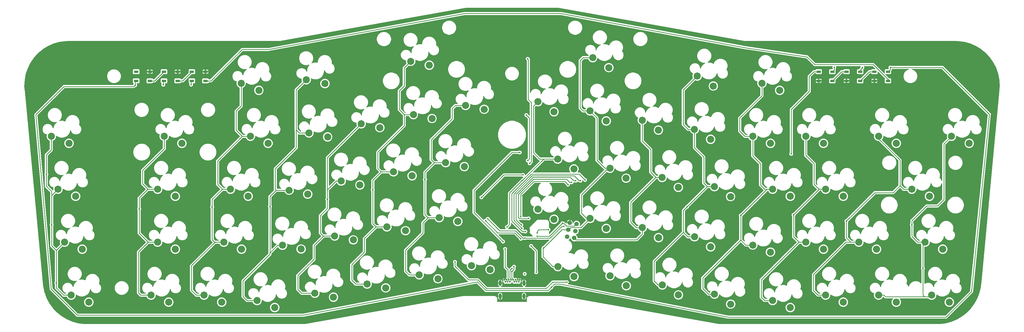
<source format=gbr>
G04 EAGLE Gerber RS-274X export*
G75*
%MOMM*%
%FSLAX34Y34*%
%LPD*%
%INBottom Copper*%
%IPPOS*%
%AMOC8*
5,1,8,0,0,1.08239X$1,22.5*%
G01*
%ADD10C,2.540000*%
%ADD11C,0.650000*%
%ADD12C,1.000000*%
%ADD13R,1.500000X0.900000*%
%ADD14C,1.625600*%
%ADD15C,0.279400*%
%ADD16C,0.553200*%

G36*
X802638Y-129815D02*
X802638Y-129815D01*
X802669Y-129818D01*
X802829Y-129800D01*
X1370412Y-28771D01*
X1370466Y-28754D01*
X1370523Y-28746D01*
X1370675Y-28694D01*
X1371500Y-28352D01*
X1372653Y-28352D01*
X1372684Y-28348D01*
X1372715Y-28351D01*
X1372875Y-28333D01*
X1374009Y-28131D01*
X1374882Y-28323D01*
X1374939Y-28328D01*
X1374994Y-28342D01*
X1375154Y-28352D01*
X1483276Y-28352D01*
X1487477Y-30092D01*
X1490693Y-33308D01*
X1492433Y-37509D01*
X1492433Y-48583D01*
X1492448Y-48701D01*
X1492455Y-48820D01*
X1492468Y-48858D01*
X1492473Y-48898D01*
X1492516Y-49009D01*
X1492553Y-49122D01*
X1492575Y-49157D01*
X1492590Y-49194D01*
X1492659Y-49290D01*
X1492723Y-49391D01*
X1492753Y-49419D01*
X1492776Y-49452D01*
X1492868Y-49527D01*
X1492955Y-49609D01*
X1492990Y-49629D01*
X1493021Y-49654D01*
X1493129Y-49705D01*
X1493233Y-49763D01*
X1493273Y-49773D01*
X1493309Y-49790D01*
X1493426Y-49812D01*
X1493541Y-49842D01*
X1493601Y-49846D01*
X1493621Y-49850D01*
X1493642Y-49848D01*
X1493702Y-49852D01*
X1598302Y-49851D01*
X1598420Y-49836D01*
X1598539Y-49829D01*
X1598577Y-49817D01*
X1598618Y-49812D01*
X1598728Y-49768D01*
X1598841Y-49731D01*
X1598876Y-49709D01*
X1598913Y-49694D01*
X1599009Y-49625D01*
X1599110Y-49561D01*
X1599138Y-49531D01*
X1599171Y-49508D01*
X1599246Y-49416D01*
X1599328Y-49329D01*
X1599348Y-49294D01*
X1599373Y-49263D01*
X1599424Y-49155D01*
X1599482Y-49051D01*
X1599492Y-49012D01*
X1599509Y-48975D01*
X1599531Y-48858D01*
X1599561Y-48743D01*
X1599565Y-48683D01*
X1599569Y-48663D01*
X1599567Y-48642D01*
X1599571Y-48582D01*
X1599571Y-37508D01*
X1601311Y-33307D01*
X1604527Y-30091D01*
X1608728Y-28351D01*
X1716851Y-28351D01*
X1716907Y-28344D01*
X1716964Y-28346D01*
X1717123Y-28322D01*
X1717996Y-28130D01*
X1719130Y-28332D01*
X1719161Y-28333D01*
X1719192Y-28341D01*
X1719352Y-28351D01*
X1720505Y-28351D01*
X1721330Y-28693D01*
X1721385Y-28708D01*
X1721437Y-28732D01*
X1721593Y-28770D01*
X2289175Y-129800D01*
X2289206Y-129801D01*
X2289237Y-129809D01*
X2289397Y-129819D01*
X3073987Y-129819D01*
X3074000Y-129818D01*
X3074030Y-129819D01*
X3084584Y-129464D01*
X3084603Y-129461D01*
X3084712Y-129453D01*
X3105631Y-126627D01*
X3105636Y-126625D01*
X3105641Y-126625D01*
X3105798Y-126593D01*
X3126151Y-120990D01*
X3126155Y-120988D01*
X3126160Y-120988D01*
X3126312Y-120934D01*
X3145731Y-112657D01*
X3145735Y-112655D01*
X3145740Y-112653D01*
X3145883Y-112580D01*
X3164019Y-101777D01*
X3164023Y-101774D01*
X3164027Y-101773D01*
X3164159Y-101681D01*
X3180686Y-88547D01*
X3180689Y-88543D01*
X3180693Y-88541D01*
X3180812Y-88432D01*
X3195431Y-73204D01*
X3195434Y-73200D01*
X3195437Y-73197D01*
X3195540Y-73073D01*
X3207989Y-56024D01*
X3207991Y-56020D01*
X3207994Y-56017D01*
X3208080Y-55880D01*
X3218133Y-37318D01*
X3218135Y-37314D01*
X3218137Y-37310D01*
X3218204Y-37163D01*
X3225681Y-17422D01*
X3225683Y-17418D01*
X3225685Y-17414D01*
X3225731Y-17259D01*
X3230498Y3305D01*
X3230500Y3324D01*
X3230520Y3431D01*
X3231858Y13907D01*
X3231859Y13919D01*
X3231863Y13949D01*
X3232099Y16464D01*
X3297471Y713754D01*
X3297640Y715555D01*
X3297640Y715568D01*
X3297644Y715599D01*
X3298285Y726486D01*
X3298283Y726504D01*
X3298285Y726618D01*
X3297300Y748394D01*
X3297299Y748401D01*
X3297299Y748409D01*
X3297280Y748568D01*
X3293294Y769999D01*
X3293292Y770006D01*
X3293291Y770014D01*
X3293250Y770170D01*
X3286339Y790843D01*
X3286336Y790850D01*
X3286335Y790858D01*
X3286272Y791006D01*
X3276570Y810526D01*
X3276566Y810532D01*
X3276563Y810539D01*
X3276481Y810678D01*
X3264173Y828669D01*
X3264168Y828675D01*
X3264165Y828681D01*
X3264064Y828807D01*
X3249387Y844924D01*
X3249382Y844929D01*
X3249377Y844935D01*
X3249260Y845046D01*
X3232496Y858979D01*
X3232490Y858983D01*
X3232485Y858989D01*
X3232354Y859082D01*
X3213824Y870564D01*
X3213818Y870567D01*
X3213812Y870572D01*
X3213669Y870646D01*
X3193730Y879456D01*
X3193723Y879458D01*
X3193717Y879462D01*
X3193565Y879516D01*
X3172600Y885485D01*
X3172592Y885486D01*
X3172585Y885489D01*
X3172428Y885521D01*
X3150839Y888535D01*
X3150821Y888535D01*
X3150707Y888546D01*
X3139808Y888925D01*
X3139795Y888923D01*
X3139764Y888925D01*
X2385278Y888925D01*
X2385222Y888918D01*
X2385165Y888920D01*
X2385006Y888896D01*
X2384133Y888704D01*
X2382999Y888906D01*
X2382968Y888907D01*
X2382937Y888915D01*
X2382777Y888925D01*
X2381624Y888925D01*
X2380799Y889267D01*
X2380744Y889282D01*
X2380692Y889306D01*
X2380536Y889344D01*
X1711830Y1008374D01*
X1711799Y1008375D01*
X1711768Y1008383D01*
X1711608Y1008393D01*
X1381402Y1008392D01*
X1381370Y1008388D01*
X1381339Y1008391D01*
X1381179Y1008373D01*
X712471Y889344D01*
X712417Y889327D01*
X712360Y889319D01*
X712208Y889267D01*
X711383Y888925D01*
X710230Y888925D01*
X710199Y888921D01*
X710168Y888924D01*
X710008Y888906D01*
X708874Y888704D01*
X708001Y888896D01*
X707944Y888901D01*
X707889Y888915D01*
X707729Y888925D01*
X-47772Y888925D01*
X-47785Y888924D01*
X-47816Y888925D01*
X-58717Y888546D01*
X-58735Y888543D01*
X-58849Y888535D01*
X-80442Y885520D01*
X-80449Y885518D01*
X-80457Y885518D01*
X-80614Y885484D01*
X-101583Y879512D01*
X-101590Y879509D01*
X-101598Y879508D01*
X-101749Y879453D01*
X-121690Y870639D01*
X-121697Y870635D01*
X-121704Y870633D01*
X-121846Y870557D01*
X-140378Y859071D01*
X-140384Y859066D01*
X-140390Y859063D01*
X-140520Y858968D01*
X-157286Y845030D01*
X-157291Y845024D01*
X-157297Y845020D01*
X-157413Y844908D01*
X-172090Y828785D01*
X-172094Y828779D01*
X-172100Y828774D01*
X-172199Y828647D01*
X-184506Y810650D01*
X-184509Y810644D01*
X-184514Y810638D01*
X-184595Y810498D01*
X-194295Y790972D01*
X-194298Y790965D01*
X-194302Y790959D01*
X-194362Y790810D01*
X-201269Y770130D01*
X-201271Y770123D01*
X-201274Y770116D01*
X-201313Y769960D01*
X-205294Y748524D01*
X-205295Y748516D01*
X-205297Y748509D01*
X-205314Y748349D01*
X-206293Y726568D01*
X-206292Y726551D01*
X-206292Y726436D01*
X-205648Y715548D01*
X-205645Y715535D01*
X-205645Y715504D01*
X-205520Y714177D01*
X-205408Y712989D01*
X-139873Y16413D01*
X-139713Y14712D01*
X-139636Y13897D01*
X-139634Y13885D01*
X-139632Y13855D01*
X-138291Y3382D01*
X-138286Y3364D01*
X-138268Y3257D01*
X-133496Y-17302D01*
X-133495Y-17306D01*
X-133494Y-17311D01*
X-133447Y-17465D01*
X-125966Y-37200D01*
X-125963Y-37204D01*
X-125962Y-37208D01*
X-125895Y-37354D01*
X-115839Y-55910D01*
X-115836Y-55914D01*
X-115835Y-55918D01*
X-115748Y-56054D01*
X-103299Y-73096D01*
X-103296Y-73100D01*
X-103293Y-73104D01*
X-103189Y-73227D01*
X-88571Y-88449D01*
X-88567Y-88452D01*
X-88564Y-88456D01*
X-88445Y-88564D01*
X-71920Y-101693D01*
X-71916Y-101695D01*
X-71913Y-101698D01*
X-71780Y-101789D01*
X-53647Y-112587D01*
X-53642Y-112589D01*
X-53638Y-112592D01*
X-53495Y-112665D01*
X-34079Y-120938D01*
X-34074Y-120939D01*
X-34070Y-120942D01*
X-33918Y-120994D01*
X-13569Y-126594D01*
X-13565Y-126595D01*
X-13560Y-126596D01*
X-13403Y-126628D01*
X7513Y-129453D01*
X7531Y-129454D01*
X7582Y-129459D01*
X7602Y-129462D01*
X7614Y-129462D01*
X7640Y-129464D01*
X18192Y-129819D01*
X18205Y-129817D01*
X18235Y-129819D01*
X802606Y-129819D01*
X802638Y-129815D01*
G37*
%LPC*%
G36*
X1707363Y60547D02*
X1707363Y60547D01*
X1701202Y63099D01*
X1696486Y67815D01*
X1695140Y71064D01*
X1695126Y71089D01*
X1695116Y71118D01*
X1695047Y71227D01*
X1694983Y71340D01*
X1694962Y71361D01*
X1694946Y71386D01*
X1694852Y71475D01*
X1694761Y71568D01*
X1694736Y71584D01*
X1694715Y71604D01*
X1694601Y71667D01*
X1694490Y71735D01*
X1694462Y71743D01*
X1694436Y71758D01*
X1694310Y71790D01*
X1694186Y71828D01*
X1694157Y71830D01*
X1694128Y71837D01*
X1693968Y71847D01*
X1692746Y71847D01*
X1691604Y71847D01*
X1690630Y72251D01*
X1689596Y72679D01*
X1688880Y73395D01*
X1687884Y74391D01*
X1687882Y74393D01*
X1652644Y109631D01*
X1651812Y111639D01*
X1651812Y143199D01*
X1652226Y144199D01*
X1652229Y144208D01*
X1652233Y144216D01*
X1652270Y144361D01*
X1652310Y144506D01*
X1652310Y144515D01*
X1652312Y144524D01*
X1652323Y144685D01*
X1652323Y145351D01*
X1653363Y147862D01*
X1655284Y149783D01*
X1657795Y150823D01*
X1657937Y150823D01*
X1658036Y150836D01*
X1658135Y150839D01*
X1658193Y150856D01*
X1658253Y150863D01*
X1658345Y150900D01*
X1658440Y150927D01*
X1658492Y150958D01*
X1658549Y150980D01*
X1658629Y151038D01*
X1658714Y151089D01*
X1658790Y151155D01*
X1658806Y151167D01*
X1658814Y151176D01*
X1658835Y151195D01*
X1679615Y171975D01*
X1679700Y172085D01*
X1679789Y172192D01*
X1679797Y172210D01*
X1679810Y172226D01*
X1679865Y172354D01*
X1679924Y172480D01*
X1679928Y172499D01*
X1679936Y172518D01*
X1679958Y172656D01*
X1679984Y172792D01*
X1679983Y172812D01*
X1679986Y172832D01*
X1679973Y172971D01*
X1679964Y173109D01*
X1679958Y173129D01*
X1679956Y173149D01*
X1679909Y173280D01*
X1679866Y173412D01*
X1679855Y173429D01*
X1679849Y173448D01*
X1679770Y173563D01*
X1679696Y173681D01*
X1679681Y173694D01*
X1679670Y173711D01*
X1679566Y173803D01*
X1679464Y173898D01*
X1679447Y173908D01*
X1679432Y173922D01*
X1679308Y173985D01*
X1679186Y174052D01*
X1679166Y174057D01*
X1679148Y174066D01*
X1679012Y174097D01*
X1678878Y174131D01*
X1678850Y174133D01*
X1678838Y174136D01*
X1678818Y174135D01*
X1678717Y174142D01*
X1674787Y174142D01*
X1674689Y174129D01*
X1674590Y174126D01*
X1674531Y174109D01*
X1674471Y174102D01*
X1674379Y174065D01*
X1674284Y174038D01*
X1674232Y174007D01*
X1674176Y173985D01*
X1674096Y173927D01*
X1674010Y173876D01*
X1673935Y173810D01*
X1673918Y173798D01*
X1673911Y173789D01*
X1673889Y173770D01*
X1673677Y173557D01*
X1634775Y173557D01*
X1634562Y173770D01*
X1634484Y173831D01*
X1634412Y173898D01*
X1634359Y173928D01*
X1634311Y173965D01*
X1634220Y174004D01*
X1634133Y174052D01*
X1634075Y174067D01*
X1634019Y174091D01*
X1633921Y174107D01*
X1633825Y174131D01*
X1633725Y174138D01*
X1633705Y174141D01*
X1633693Y174140D01*
X1633665Y174142D01*
X1596771Y174142D01*
X1596673Y174129D01*
X1596573Y174126D01*
X1596515Y174109D01*
X1596455Y174102D01*
X1596363Y174065D01*
X1596268Y174038D01*
X1596216Y174007D01*
X1596159Y173985D01*
X1596079Y173927D01*
X1595994Y173876D01*
X1595927Y173817D01*
X1593405Y172773D01*
X1590688Y172773D01*
X1588151Y173824D01*
X1588142Y173831D01*
X1588070Y173898D01*
X1588017Y173928D01*
X1587969Y173965D01*
X1587878Y174004D01*
X1587791Y174052D01*
X1587733Y174067D01*
X1587677Y174091D01*
X1587579Y174107D01*
X1587483Y174131D01*
X1587383Y174138D01*
X1587363Y174141D01*
X1587350Y174140D01*
X1587322Y174142D01*
X1584636Y174142D01*
X1584606Y174138D01*
X1584577Y174140D01*
X1584449Y174118D01*
X1584320Y174102D01*
X1584293Y174091D01*
X1584264Y174086D01*
X1584145Y174033D01*
X1584025Y173985D01*
X1584001Y173967D01*
X1583974Y173955D01*
X1583872Y173874D01*
X1583767Y173798D01*
X1583748Y173775D01*
X1583725Y173757D01*
X1583647Y173653D01*
X1583564Y173553D01*
X1583552Y173526D01*
X1583534Y173503D01*
X1583463Y173358D01*
X1583385Y173169D01*
X1581463Y171247D01*
X1578953Y170207D01*
X1576235Y170207D01*
X1573725Y171247D01*
X1571803Y173169D01*
X1570752Y175706D01*
X1570751Y175717D01*
X1570748Y175816D01*
X1570731Y175874D01*
X1570723Y175934D01*
X1570687Y176027D01*
X1570659Y176122D01*
X1570629Y176174D01*
X1570606Y176230D01*
X1570548Y176310D01*
X1570498Y176396D01*
X1570432Y176471D01*
X1570420Y176488D01*
X1570410Y176495D01*
X1570391Y176516D01*
X1554209Y192699D01*
X1554131Y192759D01*
X1554059Y192827D01*
X1554006Y192856D01*
X1553958Y192893D01*
X1553867Y192933D01*
X1553780Y192981D01*
X1553722Y192996D01*
X1553666Y193020D01*
X1553568Y193035D01*
X1553472Y193060D01*
X1553373Y193066D01*
X1553352Y193070D01*
X1553340Y193069D01*
X1553312Y193070D01*
X1498670Y193065D01*
X1498532Y193048D01*
X1498393Y193035D01*
X1498374Y193028D01*
X1498354Y193025D01*
X1498225Y192974D01*
X1498094Y192927D01*
X1498077Y192916D01*
X1498058Y192908D01*
X1497946Y192827D01*
X1497831Y192748D01*
X1497817Y192733D01*
X1497801Y192721D01*
X1497712Y192614D01*
X1497620Y192510D01*
X1497611Y192492D01*
X1497598Y192476D01*
X1497539Y192351D01*
X1497476Y192227D01*
X1497471Y192207D01*
X1497463Y192189D01*
X1497437Y192052D01*
X1497406Y191916D01*
X1497407Y191896D01*
X1497403Y191876D01*
X1497412Y191738D01*
X1497416Y191599D01*
X1497422Y191579D01*
X1497423Y191559D01*
X1497466Y191427D01*
X1497504Y191293D01*
X1497515Y191276D01*
X1497521Y191256D01*
X1497595Y191139D01*
X1497666Y191019D01*
X1497684Y190998D01*
X1497691Y190988D01*
X1497706Y190974D01*
X1497772Y190898D01*
X1514285Y174385D01*
X1514363Y174325D01*
X1514436Y174257D01*
X1514489Y174228D01*
X1514536Y174190D01*
X1514627Y174151D01*
X1514714Y174103D01*
X1514773Y174088D01*
X1514828Y174064D01*
X1514926Y174048D01*
X1514954Y174041D01*
X1517532Y172974D01*
X1519453Y171052D01*
X1520493Y168542D01*
X1520493Y165824D01*
X1519453Y163314D01*
X1517532Y161392D01*
X1515021Y160352D01*
X1512303Y160352D01*
X1509793Y161392D01*
X1507871Y163314D01*
X1506832Y165824D01*
X1506832Y165865D01*
X1506819Y165963D01*
X1506816Y166062D01*
X1506799Y166121D01*
X1506792Y166181D01*
X1506755Y166273D01*
X1506728Y166368D01*
X1506697Y166420D01*
X1506675Y166476D01*
X1506617Y166556D01*
X1506566Y166642D01*
X1506500Y166717D01*
X1506488Y166734D01*
X1506478Y166741D01*
X1506460Y166763D01*
X1404790Y268432D01*
X1403959Y270439D01*
X1403959Y352597D01*
X1404790Y354604D01*
X1542522Y492336D01*
X1544529Y493167D01*
X1569009Y493167D01*
X1569107Y493180D01*
X1569206Y493183D01*
X1569265Y493199D01*
X1569325Y493207D01*
X1569417Y493243D01*
X1569512Y493271D01*
X1569564Y493302D01*
X1569620Y493324D01*
X1569700Y493382D01*
X1569786Y493432D01*
X1569853Y493492D01*
X1572374Y494536D01*
X1575092Y494536D01*
X1577602Y493496D01*
X1579524Y491575D01*
X1580564Y489064D01*
X1580564Y486347D01*
X1579524Y483836D01*
X1577602Y481915D01*
X1575092Y480875D01*
X1572374Y480875D01*
X1569837Y481926D01*
X1569828Y481933D01*
X1569756Y482000D01*
X1569703Y482030D01*
X1569655Y482067D01*
X1569564Y482106D01*
X1569478Y482154D01*
X1569419Y482169D01*
X1569363Y482193D01*
X1569265Y482209D01*
X1569170Y482233D01*
X1569070Y482240D01*
X1569049Y482243D01*
X1569037Y482242D01*
X1569009Y482244D01*
X1548403Y482244D01*
X1548305Y482231D01*
X1548206Y482228D01*
X1548148Y482211D01*
X1548088Y482204D01*
X1547996Y482167D01*
X1547901Y482140D01*
X1547849Y482109D01*
X1547792Y482087D01*
X1547712Y482029D01*
X1547627Y481978D01*
X1547551Y481912D01*
X1547535Y481900D01*
X1547527Y481891D01*
X1547506Y481872D01*
X1415254Y349620D01*
X1415193Y349542D01*
X1415125Y349470D01*
X1415096Y349417D01*
X1415059Y349369D01*
X1415020Y349278D01*
X1414972Y349191D01*
X1414957Y349133D01*
X1414933Y349077D01*
X1414917Y348979D01*
X1414893Y348883D01*
X1414886Y348783D01*
X1414883Y348763D01*
X1414884Y348750D01*
X1414882Y348722D01*
X1414882Y274314D01*
X1414895Y274216D01*
X1414898Y274117D01*
X1414915Y274059D01*
X1414922Y273998D01*
X1414959Y273906D01*
X1414986Y273811D01*
X1415017Y273759D01*
X1415039Y273703D01*
X1415097Y273623D01*
X1415148Y273537D01*
X1415214Y273462D01*
X1415226Y273445D01*
X1415235Y273438D01*
X1415254Y273416D01*
X1443242Y245429D01*
X1443281Y245398D01*
X1443315Y245361D01*
X1443406Y245301D01*
X1443493Y245234D01*
X1443539Y245214D01*
X1443580Y245187D01*
X1443684Y245151D01*
X1443785Y245107D01*
X1443834Y245100D01*
X1443881Y245083D01*
X1443990Y245075D01*
X1444099Y245058D01*
X1444149Y245062D01*
X1444198Y245058D01*
X1444306Y245077D01*
X1444416Y245087D01*
X1444463Y245104D01*
X1444511Y245113D01*
X1444611Y245158D01*
X1444715Y245195D01*
X1444756Y245223D01*
X1444801Y245243D01*
X1444887Y245312D01*
X1444978Y245374D01*
X1445011Y245411D01*
X1445050Y245442D01*
X1445116Y245530D01*
X1445189Y245612D01*
X1445211Y245656D01*
X1445241Y245696D01*
X1445300Y245816D01*
X1447225Y247741D01*
X1449735Y248781D01*
X1450978Y248781D01*
X1451096Y248796D01*
X1451215Y248803D01*
X1451253Y248816D01*
X1451293Y248821D01*
X1451404Y248865D01*
X1451517Y248901D01*
X1451551Y248923D01*
X1451589Y248938D01*
X1451685Y249008D01*
X1451786Y249071D01*
X1451813Y249101D01*
X1451846Y249125D01*
X1451922Y249216D01*
X1452004Y249303D01*
X1452023Y249338D01*
X1452049Y249370D01*
X1452100Y249477D01*
X1452157Y249581D01*
X1452167Y249621D01*
X1452185Y249657D01*
X1452207Y249774D01*
X1452237Y249889D01*
X1452240Y249950D01*
X1452244Y249970D01*
X1452243Y249990D01*
X1452247Y250050D01*
X1452247Y250380D01*
X1453287Y252891D01*
X1455208Y254812D01*
X1457719Y255852D01*
X1460436Y255852D01*
X1462947Y254812D01*
X1464868Y252891D01*
X1465919Y250354D01*
X1465921Y250342D01*
X1465924Y250243D01*
X1465941Y250185D01*
X1465948Y250125D01*
X1465985Y250033D01*
X1466012Y249938D01*
X1466043Y249886D01*
X1466065Y249829D01*
X1466123Y249749D01*
X1466174Y249664D01*
X1466240Y249589D01*
X1466252Y249572D01*
X1466261Y249564D01*
X1466280Y249543D01*
X1503920Y211904D01*
X1503998Y211843D01*
X1504070Y211775D01*
X1504123Y211746D01*
X1504171Y211709D01*
X1504262Y211669D01*
X1504348Y211622D01*
X1504407Y211606D01*
X1504463Y211582D01*
X1504561Y211567D01*
X1504656Y211542D01*
X1504756Y211536D01*
X1504777Y211533D01*
X1504789Y211534D01*
X1504817Y211532D01*
X1522807Y211532D01*
X1522944Y211549D01*
X1523083Y211562D01*
X1523102Y211569D01*
X1523122Y211572D01*
X1523251Y211623D01*
X1523382Y211670D01*
X1523399Y211681D01*
X1523418Y211689D01*
X1523530Y211770D01*
X1523645Y211849D01*
X1523659Y211864D01*
X1523675Y211876D01*
X1523764Y211983D01*
X1523856Y212087D01*
X1523865Y212105D01*
X1523878Y212121D01*
X1523937Y212246D01*
X1524000Y212370D01*
X1524005Y212390D01*
X1524013Y212408D01*
X1524040Y212545D01*
X1524070Y212681D01*
X1524069Y212701D01*
X1524073Y212721D01*
X1524065Y212859D01*
X1524060Y212998D01*
X1524055Y213018D01*
X1524054Y213038D01*
X1524011Y213170D01*
X1523972Y213304D01*
X1523962Y213321D01*
X1523955Y213341D01*
X1523881Y213458D01*
X1523810Y213578D01*
X1523792Y213599D01*
X1523785Y213609D01*
X1523770Y213623D01*
X1523704Y213699D01*
X1521918Y215485D01*
X1520878Y217996D01*
X1520878Y220713D01*
X1521918Y223224D01*
X1523839Y225145D01*
X1526376Y226196D01*
X1526388Y226198D01*
X1526487Y226201D01*
X1526545Y226217D01*
X1526605Y226225D01*
X1526697Y226261D01*
X1526792Y226289D01*
X1526844Y226320D01*
X1526901Y226342D01*
X1526981Y226400D01*
X1527066Y226450D01*
X1527141Y226517D01*
X1527158Y226529D01*
X1527166Y226538D01*
X1527187Y226557D01*
X1531044Y230414D01*
X1531105Y230493D01*
X1531173Y230565D01*
X1531202Y230618D01*
X1531239Y230666D01*
X1531279Y230757D01*
X1531326Y230843D01*
X1531342Y230902D01*
X1531366Y230958D01*
X1531381Y231055D01*
X1531406Y231151D01*
X1531412Y231251D01*
X1531415Y231272D01*
X1531414Y231284D01*
X1531416Y231312D01*
X1531416Y342894D01*
X1532248Y344902D01*
X1533963Y346617D01*
X1575966Y388620D01*
X1575971Y388627D01*
X1575979Y388633D01*
X1576069Y388753D01*
X1576161Y388871D01*
X1576164Y388880D01*
X1576170Y388887D01*
X1576241Y389032D01*
X1576858Y390521D01*
X1578779Y392442D01*
X1581266Y393472D01*
X1581274Y393477D01*
X1581283Y393479D01*
X1581412Y393555D01*
X1581542Y393630D01*
X1581548Y393636D01*
X1581557Y393641D01*
X1581677Y393747D01*
X1585917Y397987D01*
X1586002Y398097D01*
X1586091Y398204D01*
X1586099Y398222D01*
X1586112Y398238D01*
X1586167Y398366D01*
X1586226Y398491D01*
X1586230Y398511D01*
X1586238Y398530D01*
X1586260Y398668D01*
X1586286Y398804D01*
X1586285Y398824D01*
X1586288Y398844D01*
X1586275Y398983D01*
X1586266Y399121D01*
X1586260Y399140D01*
X1586258Y399161D01*
X1586211Y399292D01*
X1586168Y399424D01*
X1586157Y399441D01*
X1586151Y399460D01*
X1586072Y399575D01*
X1585998Y399692D01*
X1585983Y399706D01*
X1585972Y399723D01*
X1585868Y399815D01*
X1585766Y399910D01*
X1585749Y399920D01*
X1585734Y399933D01*
X1585610Y399997D01*
X1585488Y400064D01*
X1585468Y400069D01*
X1585450Y400078D01*
X1585314Y400109D01*
X1585180Y400143D01*
X1585152Y400145D01*
X1585140Y400148D01*
X1585120Y400147D01*
X1585019Y400153D01*
X1584236Y400153D01*
X1581700Y401204D01*
X1581689Y401212D01*
X1581617Y401280D01*
X1581564Y401309D01*
X1581516Y401346D01*
X1581426Y401386D01*
X1581339Y401434D01*
X1581280Y401449D01*
X1581225Y401473D01*
X1581127Y401488D01*
X1581031Y401513D01*
X1580931Y401519D01*
X1580911Y401523D01*
X1580898Y401521D01*
X1580870Y401523D01*
X1519335Y401534D01*
X1519237Y401521D01*
X1519138Y401518D01*
X1519080Y401502D01*
X1519020Y401494D01*
X1518928Y401458D01*
X1518833Y401430D01*
X1518781Y401399D01*
X1518724Y401377D01*
X1518644Y401319D01*
X1518559Y401269D01*
X1518483Y401202D01*
X1518467Y401190D01*
X1518459Y401181D01*
X1518438Y401162D01*
X1443141Y325865D01*
X1443080Y325787D01*
X1443012Y325715D01*
X1442983Y325662D01*
X1442946Y325614D01*
X1442906Y325523D01*
X1442859Y325436D01*
X1442843Y325378D01*
X1442819Y325322D01*
X1442804Y325224D01*
X1442779Y325128D01*
X1442773Y325039D01*
X1441729Y322517D01*
X1439807Y320596D01*
X1437297Y319556D01*
X1434579Y319556D01*
X1432069Y320596D01*
X1430147Y322517D01*
X1429107Y325028D01*
X1429107Y327745D01*
X1430147Y330256D01*
X1432069Y332177D01*
X1434606Y333228D01*
X1434617Y333230D01*
X1434716Y333233D01*
X1434775Y333250D01*
X1434835Y333257D01*
X1434927Y333294D01*
X1435022Y333321D01*
X1435074Y333352D01*
X1435130Y333374D01*
X1435210Y333432D01*
X1435296Y333483D01*
X1435371Y333549D01*
X1435388Y333561D01*
X1435395Y333570D01*
X1435417Y333589D01*
X1511739Y409912D01*
X1511741Y409913D01*
X1512730Y410902D01*
X1512730Y410903D01*
X1513454Y411627D01*
X1514444Y412036D01*
X1514444Y412037D01*
X1515462Y412458D01*
X1516479Y412458D01*
X1517883Y412458D01*
X1517887Y412458D01*
X1580872Y412447D01*
X1580970Y412459D01*
X1581069Y412462D01*
X1581127Y412479D01*
X1581187Y412486D01*
X1581280Y412523D01*
X1581375Y412551D01*
X1581427Y412581D01*
X1581483Y412603D01*
X1581563Y412662D01*
X1581649Y412712D01*
X1581715Y412770D01*
X1584236Y413815D01*
X1586954Y413815D01*
X1589464Y412775D01*
X1591386Y410853D01*
X1592426Y408343D01*
X1592426Y407560D01*
X1592443Y407422D01*
X1592456Y407284D01*
X1592463Y407264D01*
X1592466Y407244D01*
X1592517Y407115D01*
X1592564Y406984D01*
X1592575Y406967D01*
X1592583Y406949D01*
X1592664Y406837D01*
X1592742Y406721D01*
X1592758Y406708D01*
X1592769Y406691D01*
X1592877Y406603D01*
X1592981Y406511D01*
X1592999Y406501D01*
X1593014Y406488D01*
X1593140Y406429D01*
X1593264Y406366D01*
X1593284Y406362D01*
X1593302Y406353D01*
X1593438Y406327D01*
X1593574Y406296D01*
X1593595Y406297D01*
X1593615Y406293D01*
X1593753Y406302D01*
X1593892Y406306D01*
X1593912Y406312D01*
X1593932Y406313D01*
X1594064Y406356D01*
X1594198Y406394D01*
X1594215Y406405D01*
X1594234Y406411D01*
X1594352Y406485D01*
X1594472Y406556D01*
X1594493Y406575D01*
X1594503Y406581D01*
X1594517Y406596D01*
X1594593Y406662D01*
X1644634Y456704D01*
X1644665Y456744D01*
X1644702Y456777D01*
X1644762Y456869D01*
X1644829Y456956D01*
X1644849Y457001D01*
X1644876Y457043D01*
X1644912Y457147D01*
X1644956Y457247D01*
X1644964Y457297D01*
X1644980Y457344D01*
X1644988Y457453D01*
X1645006Y457562D01*
X1645001Y457611D01*
X1645005Y457661D01*
X1644986Y457769D01*
X1644976Y457878D01*
X1644959Y457925D01*
X1644950Y457974D01*
X1644905Y458074D01*
X1644868Y458177D01*
X1644840Y458219D01*
X1644820Y458264D01*
X1644751Y458349D01*
X1644690Y458441D01*
X1644652Y458474D01*
X1644621Y458512D01*
X1644534Y458578D01*
X1644451Y458651D01*
X1644407Y458674D01*
X1644367Y458704D01*
X1644223Y458774D01*
X1643118Y459232D01*
X1642173Y459623D01*
X1641420Y460377D01*
X1622563Y479234D01*
X1622453Y479319D01*
X1622346Y479407D01*
X1622328Y479416D01*
X1622312Y479428D01*
X1622184Y479484D01*
X1622059Y479543D01*
X1622039Y479547D01*
X1622020Y479555D01*
X1621882Y479577D01*
X1621746Y479603D01*
X1621726Y479601D01*
X1621706Y479605D01*
X1621567Y479592D01*
X1621429Y479583D01*
X1621410Y479577D01*
X1621389Y479575D01*
X1621258Y479528D01*
X1621126Y479485D01*
X1621109Y479474D01*
X1621090Y479467D01*
X1620975Y479389D01*
X1620858Y479315D01*
X1620844Y479300D01*
X1620827Y479289D01*
X1620735Y479184D01*
X1620640Y479083D01*
X1620630Y479065D01*
X1620616Y479050D01*
X1620553Y478926D01*
X1620486Y478805D01*
X1620481Y478785D01*
X1620472Y478767D01*
X1620441Y478631D01*
X1620407Y478497D01*
X1620405Y478469D01*
X1620402Y478457D01*
X1620403Y478436D01*
X1620396Y478336D01*
X1620396Y453066D01*
X1619565Y451058D01*
X1616625Y448119D01*
X1616565Y448040D01*
X1616497Y447968D01*
X1616468Y447915D01*
X1616431Y447867D01*
X1616391Y447776D01*
X1616343Y447690D01*
X1616328Y447631D01*
X1616304Y447575D01*
X1616289Y447478D01*
X1616264Y447382D01*
X1616258Y447292D01*
X1615214Y444771D01*
X1613292Y442849D01*
X1610782Y441809D01*
X1608064Y441809D01*
X1605554Y442849D01*
X1603632Y444771D01*
X1602592Y447281D01*
X1602592Y449999D01*
X1602660Y450162D01*
X1602673Y450210D01*
X1602694Y450255D01*
X1602715Y450363D01*
X1602744Y450469D01*
X1602745Y450519D01*
X1602754Y450567D01*
X1602747Y450677D01*
X1602749Y450787D01*
X1602737Y450835D01*
X1602734Y450885D01*
X1602700Y450989D01*
X1602675Y451096D01*
X1602651Y451140D01*
X1602636Y451187D01*
X1602577Y451280D01*
X1602526Y451377D01*
X1602493Y451414D01*
X1602466Y451456D01*
X1602386Y451531D01*
X1602312Y451612D01*
X1602271Y451640D01*
X1602234Y451674D01*
X1602138Y451727D01*
X1602046Y451787D01*
X1601999Y451803D01*
X1601956Y451827D01*
X1601849Y451855D01*
X1601746Y451890D01*
X1601696Y451894D01*
X1601648Y451907D01*
X1601487Y451917D01*
X1601209Y451917D01*
X1598698Y452957D01*
X1596777Y454879D01*
X1595737Y457389D01*
X1595737Y460107D01*
X1596777Y462617D01*
X1598698Y464539D01*
X1601235Y465590D01*
X1601247Y465591D01*
X1601346Y465594D01*
X1601404Y465611D01*
X1601464Y465618D01*
X1601556Y465655D01*
X1601651Y465682D01*
X1601703Y465713D01*
X1601760Y465735D01*
X1601840Y465794D01*
X1601925Y465844D01*
X1602001Y465910D01*
X1602017Y465922D01*
X1602025Y465932D01*
X1602046Y465950D01*
X1602396Y466300D01*
X1602456Y466378D01*
X1602524Y466450D01*
X1602554Y466503D01*
X1602591Y466551D01*
X1602630Y466642D01*
X1602678Y466729D01*
X1602693Y466787D01*
X1602717Y466843D01*
X1602733Y466941D01*
X1602757Y467037D01*
X1602764Y467137D01*
X1602767Y467157D01*
X1602766Y467169D01*
X1602768Y467197D01*
X1602768Y608897D01*
X1602755Y608995D01*
X1602752Y609095D01*
X1602745Y609118D01*
X1602745Y609121D01*
X1602738Y609144D01*
X1602735Y609153D01*
X1602728Y609213D01*
X1602691Y609305D01*
X1602664Y609400D01*
X1602633Y609452D01*
X1602611Y609509D01*
X1602553Y609589D01*
X1602502Y609674D01*
X1602436Y609749D01*
X1602424Y609766D01*
X1602414Y609774D01*
X1602396Y609795D01*
X1596864Y615326D01*
X1596786Y615387D01*
X1596714Y615455D01*
X1596661Y615484D01*
X1596613Y615521D01*
X1596522Y615560D01*
X1596436Y615608D01*
X1596377Y615623D01*
X1596321Y615647D01*
X1596223Y615663D01*
X1596128Y615688D01*
X1596038Y615693D01*
X1593517Y616738D01*
X1591595Y618659D01*
X1590555Y621170D01*
X1590555Y623887D01*
X1591595Y626398D01*
X1593517Y628319D01*
X1596027Y629359D01*
X1598745Y629359D01*
X1601255Y628319D01*
X1603177Y626398D01*
X1604228Y623861D01*
X1604229Y623850D01*
X1604232Y623750D01*
X1604249Y623692D01*
X1604257Y623632D01*
X1604293Y623540D01*
X1604321Y623445D01*
X1604351Y623393D01*
X1604374Y623336D01*
X1604432Y623256D01*
X1604482Y623171D01*
X1604548Y623096D01*
X1604560Y623079D01*
X1604570Y623071D01*
X1604588Y623050D01*
X1607306Y620332D01*
X1607416Y620247D01*
X1607523Y620159D01*
X1607542Y620150D01*
X1607558Y620137D01*
X1607686Y620082D01*
X1607811Y620023D01*
X1607831Y620019D01*
X1607849Y620011D01*
X1607987Y619989D01*
X1608123Y619963D01*
X1608143Y619964D01*
X1608163Y619961D01*
X1608303Y619974D01*
X1608441Y619983D01*
X1608460Y619989D01*
X1608480Y619991D01*
X1608611Y620038D01*
X1608743Y620081D01*
X1608760Y620092D01*
X1608779Y620099D01*
X1608894Y620177D01*
X1609012Y620251D01*
X1609026Y620266D01*
X1609043Y620277D01*
X1609135Y620382D01*
X1609230Y620483D01*
X1609240Y620500D01*
X1609253Y620516D01*
X1609316Y620640D01*
X1609383Y620761D01*
X1609388Y620781D01*
X1609398Y620799D01*
X1609428Y620935D01*
X1609463Y621069D01*
X1609465Y621097D01*
X1609467Y621109D01*
X1609467Y621130D01*
X1609473Y621230D01*
X1609473Y665130D01*
X1609461Y665228D01*
X1609458Y665328D01*
X1609441Y665386D01*
X1609433Y665446D01*
X1609397Y665538D01*
X1609369Y665633D01*
X1609338Y665685D01*
X1609316Y665742D01*
X1609258Y665822D01*
X1609208Y665907D01*
X1609141Y665982D01*
X1609129Y665999D01*
X1609120Y666007D01*
X1609101Y666028D01*
X1599967Y675162D01*
X1599135Y677170D01*
X1599135Y817916D01*
X1599132Y817946D01*
X1599134Y817975D01*
X1599112Y818103D01*
X1599095Y818232D01*
X1599085Y818259D01*
X1599079Y818288D01*
X1599026Y818407D01*
X1598978Y818528D01*
X1598961Y818551D01*
X1598949Y818578D01*
X1598868Y818680D01*
X1598792Y818785D01*
X1598769Y818804D01*
X1598750Y818827D01*
X1598647Y818905D01*
X1598547Y818988D01*
X1598520Y819000D01*
X1598496Y819018D01*
X1598352Y819089D01*
X1598302Y819110D01*
X1596380Y821031D01*
X1595340Y823542D01*
X1595340Y826259D01*
X1596380Y828770D01*
X1598302Y830691D01*
X1600812Y831731D01*
X1603530Y831731D01*
X1606040Y830691D01*
X1607962Y828770D01*
X1609013Y826233D01*
X1609014Y826221D01*
X1609017Y826122D01*
X1609034Y826064D01*
X1609042Y826004D01*
X1609078Y825912D01*
X1609106Y825817D01*
X1609136Y825765D01*
X1609159Y825708D01*
X1609183Y825674D01*
X1610059Y823561D01*
X1610059Y703047D01*
X1610067Y702978D01*
X1610066Y702908D01*
X1610087Y702821D01*
X1610099Y702732D01*
X1610124Y702667D01*
X1610140Y702599D01*
X1610183Y702519D01*
X1610216Y702436D01*
X1610257Y702380D01*
X1610289Y702318D01*
X1610350Y702251D01*
X1610402Y702179D01*
X1610456Y702134D01*
X1610503Y702082D01*
X1610578Y702033D01*
X1610647Y701976D01*
X1610710Y701946D01*
X1610769Y701908D01*
X1610854Y701879D01*
X1610935Y701840D01*
X1611004Y701827D01*
X1611070Y701805D01*
X1611159Y701797D01*
X1611247Y701781D01*
X1611317Y701785D01*
X1611387Y701779D01*
X1611475Y701795D01*
X1611565Y701800D01*
X1611631Y701822D01*
X1611700Y701834D01*
X1611782Y701871D01*
X1611867Y701898D01*
X1611926Y701936D01*
X1611990Y701964D01*
X1612060Y702020D01*
X1612136Y702068D01*
X1612184Y702119D01*
X1612238Y702163D01*
X1612292Y702235D01*
X1612354Y702300D01*
X1612388Y702361D01*
X1612430Y702417D01*
X1612501Y702561D01*
X1614805Y708124D01*
X1620056Y713376D01*
X1626918Y716218D01*
X1634345Y716218D01*
X1641207Y713376D01*
X1646459Y708124D01*
X1649301Y701262D01*
X1649301Y697868D01*
X1649320Y697718D01*
X1649338Y697565D01*
X1649340Y697559D01*
X1649341Y697552D01*
X1649397Y697411D01*
X1649452Y697268D01*
X1649456Y697263D01*
X1649458Y697256D01*
X1649548Y697133D01*
X1649636Y697009D01*
X1649641Y697005D01*
X1649645Y696999D01*
X1649763Y696902D01*
X1649879Y696804D01*
X1649885Y696801D01*
X1649890Y696796D01*
X1650028Y696732D01*
X1650165Y696665D01*
X1650172Y696664D01*
X1650178Y696661D01*
X1650326Y696632D01*
X1650477Y696602D01*
X1650483Y696602D01*
X1650490Y696601D01*
X1650641Y696610D01*
X1650794Y696618D01*
X1650801Y696620D01*
X1650807Y696621D01*
X1650951Y696667D01*
X1651098Y696713D01*
X1651104Y696717D01*
X1651110Y696719D01*
X1651238Y696800D01*
X1651368Y696880D01*
X1651373Y696885D01*
X1651379Y696889D01*
X1651483Y697000D01*
X1651589Y697110D01*
X1651592Y697116D01*
X1651597Y697121D01*
X1651670Y697254D01*
X1651745Y697387D01*
X1651748Y697395D01*
X1651750Y697399D01*
X1651753Y697409D01*
X1651797Y697539D01*
X1652555Y700369D01*
X1656525Y707246D01*
X1662141Y712862D01*
X1667012Y715674D01*
X1667128Y715762D01*
X1667246Y715847D01*
X1667254Y715858D01*
X1667265Y715866D01*
X1667355Y715980D01*
X1667448Y716092D01*
X1667454Y716105D01*
X1667462Y716115D01*
X1667522Y716249D01*
X1667584Y716380D01*
X1667586Y716393D01*
X1667592Y716406D01*
X1667616Y716550D01*
X1667644Y716692D01*
X1667643Y716706D01*
X1667645Y716719D01*
X1667633Y716865D01*
X1667624Y717010D01*
X1667620Y717023D01*
X1667619Y717036D01*
X1667571Y717174D01*
X1667526Y717312D01*
X1667519Y717324D01*
X1667514Y717337D01*
X1667434Y717458D01*
X1667356Y717581D01*
X1667346Y717590D01*
X1667338Y717602D01*
X1667230Y717699D01*
X1667124Y717799D01*
X1667112Y717805D01*
X1667102Y717815D01*
X1666973Y717882D01*
X1666846Y717952D01*
X1666833Y717956D01*
X1666821Y717962D01*
X1666678Y717996D01*
X1666538Y718032D01*
X1666519Y718033D01*
X1666511Y718035D01*
X1666494Y718035D01*
X1666377Y718042D01*
X1661187Y718042D01*
X1654791Y719756D01*
X1649057Y723066D01*
X1644375Y727748D01*
X1641064Y733483D01*
X1639350Y739878D01*
X1639350Y746500D01*
X1641064Y752895D01*
X1644375Y758629D01*
X1649057Y763311D01*
X1654791Y766622D01*
X1661187Y768336D01*
X1667808Y768336D01*
X1674204Y766622D01*
X1679938Y763311D01*
X1684620Y758629D01*
X1687930Y752895D01*
X1689644Y746500D01*
X1689644Y739878D01*
X1687930Y733483D01*
X1684620Y727748D01*
X1679938Y723067D01*
X1676802Y721256D01*
X1676686Y721168D01*
X1676568Y721083D01*
X1676560Y721072D01*
X1676549Y721064D01*
X1676458Y720950D01*
X1676365Y720838D01*
X1676360Y720825D01*
X1676351Y720815D01*
X1676292Y720681D01*
X1676230Y720550D01*
X1676227Y720537D01*
X1676222Y720524D01*
X1676197Y720380D01*
X1676170Y720237D01*
X1676171Y720224D01*
X1676169Y720211D01*
X1676181Y720065D01*
X1676190Y719920D01*
X1676194Y719907D01*
X1676195Y719894D01*
X1676243Y719756D01*
X1676288Y719618D01*
X1676295Y719606D01*
X1676299Y719593D01*
X1676380Y719472D01*
X1676458Y719349D01*
X1676468Y719340D01*
X1676475Y719328D01*
X1676583Y719231D01*
X1676690Y719131D01*
X1676701Y719124D01*
X1676711Y719115D01*
X1676841Y719048D01*
X1676968Y718977D01*
X1676981Y718974D01*
X1676993Y718968D01*
X1677135Y718934D01*
X1677276Y718898D01*
X1677294Y718897D01*
X1677303Y718895D01*
X1677320Y718895D01*
X1677437Y718888D01*
X1684631Y718888D01*
X1692302Y716832D01*
X1696828Y714219D01*
X1696944Y714170D01*
X1697058Y714115D01*
X1697090Y714109D01*
X1697122Y714095D01*
X1697246Y714077D01*
X1697369Y714052D01*
X1697403Y714054D01*
X1697436Y714049D01*
X1697561Y714062D01*
X1697687Y714069D01*
X1697719Y714079D01*
X1697753Y714082D01*
X1697870Y714126D01*
X1697990Y714163D01*
X1698019Y714181D01*
X1698051Y714193D01*
X1698154Y714264D01*
X1698261Y714331D01*
X1698284Y714355D01*
X1698312Y714374D01*
X1698394Y714469D01*
X1698481Y714560D01*
X1698498Y714589D01*
X1698520Y714615D01*
X1698576Y714728D01*
X1698638Y714837D01*
X1698653Y714883D01*
X1698661Y714900D01*
X1698666Y714921D01*
X1698689Y714989D01*
X1699189Y716854D01*
X1702499Y722588D01*
X1707181Y727271D01*
X1712916Y730581D01*
X1719311Y732295D01*
X1725932Y732295D01*
X1732328Y730581D01*
X1738062Y727271D01*
X1742744Y722588D01*
X1746055Y716854D01*
X1747769Y710459D01*
X1747769Y703837D01*
X1746055Y697442D01*
X1744163Y694165D01*
X1744119Y694061D01*
X1744068Y693961D01*
X1744058Y693915D01*
X1744040Y693872D01*
X1744023Y693760D01*
X1743999Y693651D01*
X1744000Y693604D01*
X1743993Y693557D01*
X1744005Y693445D01*
X1744008Y693333D01*
X1744021Y693288D01*
X1744026Y693241D01*
X1744065Y693135D01*
X1744097Y693027D01*
X1744121Y692987D01*
X1744137Y692943D01*
X1744201Y692850D01*
X1744258Y692753D01*
X1744306Y692699D01*
X1744318Y692681D01*
X1744332Y692669D01*
X1744365Y692633D01*
X1746516Y690481D01*
X1749358Y683619D01*
X1749358Y676192D01*
X1746516Y669330D01*
X1741264Y664078D01*
X1734402Y661236D01*
X1726974Y661236D01*
X1720113Y664078D01*
X1714861Y669330D01*
X1712018Y676192D01*
X1712018Y679585D01*
X1711999Y679734D01*
X1711982Y679887D01*
X1711979Y679893D01*
X1711978Y679900D01*
X1711923Y680041D01*
X1711868Y680184D01*
X1711864Y680190D01*
X1711861Y680196D01*
X1711772Y680319D01*
X1711684Y680443D01*
X1711679Y680448D01*
X1711675Y680453D01*
X1711557Y680551D01*
X1711441Y680649D01*
X1711435Y680652D01*
X1711430Y680656D01*
X1711292Y680721D01*
X1711155Y680787D01*
X1711148Y680789D01*
X1711142Y680791D01*
X1710993Y680820D01*
X1710843Y680850D01*
X1710836Y680850D01*
X1710829Y680851D01*
X1710678Y680842D01*
X1710525Y680834D01*
X1710519Y680832D01*
X1710512Y680831D01*
X1710368Y680785D01*
X1710222Y680739D01*
X1710216Y680736D01*
X1710210Y680733D01*
X1710082Y680653D01*
X1709951Y680572D01*
X1709947Y680567D01*
X1709941Y680563D01*
X1709836Y680452D01*
X1709731Y680342D01*
X1709728Y680337D01*
X1709723Y680332D01*
X1709650Y680199D01*
X1709574Y680066D01*
X1709571Y680057D01*
X1709569Y680053D01*
X1709567Y680043D01*
X1709523Y679913D01*
X1708765Y677085D01*
X1704795Y670208D01*
X1699179Y664592D01*
X1692302Y660622D01*
X1684631Y658566D01*
X1676689Y658566D01*
X1669018Y660622D01*
X1662141Y664592D01*
X1657690Y669044D01*
X1657580Y669129D01*
X1657473Y669217D01*
X1657454Y669226D01*
X1657438Y669239D01*
X1657310Y669294D01*
X1657185Y669353D01*
X1657165Y669357D01*
X1657147Y669365D01*
X1657009Y669387D01*
X1656873Y669413D01*
X1656853Y669412D01*
X1656832Y669415D01*
X1656693Y669402D01*
X1656555Y669393D01*
X1656536Y669387D01*
X1656516Y669385D01*
X1656385Y669338D01*
X1656253Y669295D01*
X1656236Y669284D01*
X1656217Y669277D01*
X1656101Y669199D01*
X1655984Y669125D01*
X1655970Y669110D01*
X1655953Y669099D01*
X1655861Y668994D01*
X1655766Y668893D01*
X1655756Y668876D01*
X1655743Y668860D01*
X1655680Y668736D01*
X1655613Y668615D01*
X1655608Y668595D01*
X1655598Y668577D01*
X1655568Y668441D01*
X1655533Y668307D01*
X1655531Y668279D01*
X1655529Y668267D01*
X1655529Y668246D01*
X1655523Y668146D01*
X1655523Y667017D01*
X1652971Y660855D01*
X1648255Y656139D01*
X1642093Y653587D01*
X1635423Y653587D01*
X1632172Y654934D01*
X1632144Y654942D01*
X1632117Y654955D01*
X1631991Y654984D01*
X1631866Y655018D01*
X1631836Y655018D01*
X1631807Y655025D01*
X1631677Y655021D01*
X1631548Y655023D01*
X1631519Y655016D01*
X1631489Y655015D01*
X1631365Y654979D01*
X1631238Y654949D01*
X1631212Y654935D01*
X1631184Y654927D01*
X1631072Y654861D01*
X1630957Y654800D01*
X1630935Y654780D01*
X1630910Y654765D01*
X1630789Y654659D01*
X1628668Y652538D01*
X1628608Y652460D01*
X1628540Y652388D01*
X1628511Y652335D01*
X1628474Y652287D01*
X1628434Y652196D01*
X1628386Y652109D01*
X1628371Y652051D01*
X1628347Y651995D01*
X1628332Y651897D01*
X1628307Y651801D01*
X1628301Y651701D01*
X1628297Y651681D01*
X1628299Y651669D01*
X1628297Y651641D01*
X1628297Y489474D01*
X1628309Y489376D01*
X1628312Y489277D01*
X1628329Y489218D01*
X1628337Y489158D01*
X1628373Y489066D01*
X1628401Y488971D01*
X1628431Y488919D01*
X1628454Y488863D01*
X1628512Y488783D01*
X1628562Y488697D01*
X1628628Y488622D01*
X1628640Y488605D01*
X1628650Y488598D01*
X1628668Y488576D01*
X1647158Y470087D01*
X1647236Y470026D01*
X1647308Y469958D01*
X1647361Y469929D01*
X1647409Y469892D01*
X1647500Y469853D01*
X1647587Y469805D01*
X1647645Y469790D01*
X1647701Y469766D01*
X1647799Y469750D01*
X1647895Y469725D01*
X1647995Y469719D01*
X1648015Y469716D01*
X1648027Y469717D01*
X1648055Y469715D01*
X1685244Y469714D01*
X1686527Y469714D01*
X1693457Y469714D01*
X1693486Y469718D01*
X1693515Y469715D01*
X1693644Y469738D01*
X1693772Y469754D01*
X1693799Y469765D01*
X1693829Y469770D01*
X1693947Y469823D01*
X1694068Y469871D01*
X1694092Y469888D01*
X1694119Y469900D01*
X1694220Y469981D01*
X1694325Y470058D01*
X1694344Y470080D01*
X1694367Y470099D01*
X1694445Y470203D01*
X1694528Y470303D01*
X1694541Y470329D01*
X1694558Y470353D01*
X1694629Y470498D01*
X1695524Y472658D01*
X1695556Y472773D01*
X1695594Y472886D01*
X1695598Y472926D01*
X1695608Y472965D01*
X1695610Y473084D01*
X1695620Y473203D01*
X1695613Y473243D01*
X1695613Y473283D01*
X1695585Y473399D01*
X1695565Y473516D01*
X1695548Y473553D01*
X1695539Y473592D01*
X1695483Y473698D01*
X1695435Y473806D01*
X1695409Y473838D01*
X1695390Y473873D01*
X1695310Y473962D01*
X1695236Y474055D01*
X1695204Y474079D01*
X1695176Y474109D01*
X1695077Y474174D01*
X1694982Y474246D01*
X1694928Y474272D01*
X1694911Y474284D01*
X1694891Y474290D01*
X1694837Y474317D01*
X1691560Y475674D01*
X1686309Y480926D01*
X1683466Y487788D01*
X1683466Y495215D01*
X1686309Y502077D01*
X1691560Y507329D01*
X1698422Y510171D01*
X1705849Y510171D01*
X1712711Y507329D01*
X1717963Y502077D01*
X1720805Y495215D01*
X1720805Y491821D01*
X1720824Y491671D01*
X1720842Y491518D01*
X1720844Y491512D01*
X1720845Y491505D01*
X1720901Y491364D01*
X1720956Y491221D01*
X1720960Y491216D01*
X1720962Y491209D01*
X1721051Y491087D01*
X1721140Y490962D01*
X1721145Y490958D01*
X1721149Y490952D01*
X1721266Y490855D01*
X1721383Y490757D01*
X1721389Y490754D01*
X1721394Y490749D01*
X1721532Y490684D01*
X1721669Y490618D01*
X1721676Y490617D01*
X1721682Y490614D01*
X1721830Y490585D01*
X1721981Y490555D01*
X1721987Y490555D01*
X1721994Y490554D01*
X1722145Y490563D01*
X1722298Y490571D01*
X1722305Y490573D01*
X1722311Y490574D01*
X1722455Y490620D01*
X1722602Y490666D01*
X1722608Y490670D01*
X1722614Y490672D01*
X1722743Y490753D01*
X1722872Y490833D01*
X1722877Y490838D01*
X1722883Y490842D01*
X1722988Y490954D01*
X1723093Y491063D01*
X1723096Y491069D01*
X1723101Y491074D01*
X1723174Y491207D01*
X1723249Y491340D01*
X1723252Y491348D01*
X1723254Y491352D01*
X1723257Y491362D01*
X1723301Y491492D01*
X1724059Y494322D01*
X1728029Y501199D01*
X1733645Y506815D01*
X1738424Y509574D01*
X1738540Y509662D01*
X1738658Y509747D01*
X1738666Y509758D01*
X1738677Y509766D01*
X1738767Y509880D01*
X1738861Y509992D01*
X1738866Y510005D01*
X1738875Y510015D01*
X1738934Y510149D01*
X1738996Y510280D01*
X1738999Y510293D01*
X1739004Y510306D01*
X1739029Y510450D01*
X1739056Y510592D01*
X1739055Y510606D01*
X1739057Y510619D01*
X1739045Y510765D01*
X1739036Y510910D01*
X1739032Y510923D01*
X1739031Y510936D01*
X1738983Y511074D01*
X1738938Y511212D01*
X1738931Y511224D01*
X1738926Y511237D01*
X1738846Y511358D01*
X1738768Y511481D01*
X1738758Y511490D01*
X1738751Y511502D01*
X1738643Y511599D01*
X1738536Y511699D01*
X1738525Y511705D01*
X1738514Y511715D01*
X1738385Y511782D01*
X1738258Y511852D01*
X1738245Y511856D01*
X1738233Y511862D01*
X1738091Y511896D01*
X1737950Y511932D01*
X1737932Y511933D01*
X1737923Y511935D01*
X1737906Y511935D01*
X1737789Y511942D01*
X1732617Y511942D01*
X1726221Y513656D01*
X1720487Y516966D01*
X1715805Y521648D01*
X1712494Y527383D01*
X1710780Y533778D01*
X1710780Y540400D01*
X1712494Y546795D01*
X1715805Y552529D01*
X1720487Y557211D01*
X1726221Y560522D01*
X1732617Y562236D01*
X1739238Y562236D01*
X1745634Y560522D01*
X1751368Y557211D01*
X1756050Y552529D01*
X1759360Y546795D01*
X1761074Y540400D01*
X1761074Y533778D01*
X1759360Y527383D01*
X1756050Y521648D01*
X1751368Y516967D01*
X1748324Y515209D01*
X1748208Y515121D01*
X1748090Y515036D01*
X1748081Y515025D01*
X1748071Y515017D01*
X1747980Y514903D01*
X1747887Y514791D01*
X1747881Y514778D01*
X1747873Y514768D01*
X1747813Y514634D01*
X1747752Y514503D01*
X1747749Y514490D01*
X1747744Y514477D01*
X1747719Y514333D01*
X1747692Y514190D01*
X1747693Y514177D01*
X1747690Y514164D01*
X1747703Y514018D01*
X1747712Y513873D01*
X1747716Y513860D01*
X1747717Y513847D01*
X1747765Y513709D01*
X1747810Y513571D01*
X1747817Y513559D01*
X1747821Y513546D01*
X1747902Y513425D01*
X1747980Y513302D01*
X1747990Y513293D01*
X1747997Y513281D01*
X1748105Y513184D01*
X1748211Y513084D01*
X1748223Y513077D01*
X1748233Y513068D01*
X1748362Y513001D01*
X1748490Y512930D01*
X1748503Y512927D01*
X1748515Y512921D01*
X1748657Y512887D01*
X1748798Y512851D01*
X1748816Y512850D01*
X1748824Y512848D01*
X1748842Y512848D01*
X1748959Y512841D01*
X1756135Y512841D01*
X1763806Y510785D01*
X1768281Y508202D01*
X1768397Y508153D01*
X1768510Y508098D01*
X1768543Y508091D01*
X1768574Y508078D01*
X1768698Y508060D01*
X1768821Y508035D01*
X1768855Y508037D01*
X1768888Y508032D01*
X1769014Y508045D01*
X1769139Y508051D01*
X1769171Y508061D01*
X1769205Y508065D01*
X1769323Y508109D01*
X1769443Y508146D01*
X1769471Y508164D01*
X1769503Y508176D01*
X1769606Y508247D01*
X1769713Y508314D01*
X1769736Y508338D01*
X1769764Y508357D01*
X1769846Y508452D01*
X1769933Y508543D01*
X1769950Y508572D01*
X1769972Y508598D01*
X1770028Y508710D01*
X1770090Y508820D01*
X1770106Y508866D01*
X1770114Y508883D01*
X1770118Y508904D01*
X1770141Y508972D01*
X1770619Y510754D01*
X1773929Y516488D01*
X1778611Y521171D01*
X1784346Y524481D01*
X1790741Y526195D01*
X1797362Y526195D01*
X1803758Y524481D01*
X1809492Y521171D01*
X1814174Y516488D01*
X1817485Y510754D01*
X1819199Y504359D01*
X1819199Y497737D01*
X1817485Y491342D01*
X1815639Y488145D01*
X1815596Y488042D01*
X1815545Y487942D01*
X1815534Y487896D01*
X1815516Y487852D01*
X1815500Y487741D01*
X1815475Y487631D01*
X1815476Y487584D01*
X1815470Y487538D01*
X1815481Y487426D01*
X1815485Y487313D01*
X1815498Y487268D01*
X1815503Y487221D01*
X1815542Y487116D01*
X1815573Y487008D01*
X1815597Y486967D01*
X1815613Y486923D01*
X1815678Y486831D01*
X1815735Y486734D01*
X1815783Y486680D01*
X1815795Y486662D01*
X1815809Y486650D01*
X1815841Y486613D01*
X1818020Y484434D01*
X1820862Y477572D01*
X1820862Y470145D01*
X1818020Y463283D01*
X1812768Y458031D01*
X1805906Y455189D01*
X1798478Y455189D01*
X1791617Y458031D01*
X1786365Y463283D01*
X1783522Y470145D01*
X1783522Y473538D01*
X1783503Y473688D01*
X1783486Y473840D01*
X1783483Y473846D01*
X1783482Y473853D01*
X1783427Y473994D01*
X1783372Y474137D01*
X1783368Y474143D01*
X1783365Y474149D01*
X1783276Y474271D01*
X1783188Y474396D01*
X1783182Y474401D01*
X1783179Y474406D01*
X1783062Y474503D01*
X1782945Y474602D01*
X1782939Y474605D01*
X1782934Y474609D01*
X1782796Y474674D01*
X1782659Y474740D01*
X1782652Y474742D01*
X1782646Y474744D01*
X1782497Y474773D01*
X1782347Y474803D01*
X1782340Y474803D01*
X1782333Y474804D01*
X1782182Y474795D01*
X1782029Y474787D01*
X1782023Y474785D01*
X1782016Y474785D01*
X1781872Y474738D01*
X1781726Y474692D01*
X1781720Y474689D01*
X1781714Y474686D01*
X1781585Y474605D01*
X1781455Y474525D01*
X1781451Y474520D01*
X1781445Y474516D01*
X1781340Y474404D01*
X1781235Y474296D01*
X1781232Y474290D01*
X1781227Y474285D01*
X1781153Y474150D01*
X1781078Y474019D01*
X1781075Y474010D01*
X1781073Y474006D01*
X1781071Y473996D01*
X1781027Y473866D01*
X1780269Y471038D01*
X1776299Y464161D01*
X1770683Y458545D01*
X1763806Y454575D01*
X1756135Y452519D01*
X1748193Y452519D01*
X1740522Y454575D01*
X1733645Y458545D01*
X1729120Y463071D01*
X1729010Y463156D01*
X1728903Y463244D01*
X1728884Y463253D01*
X1728868Y463266D01*
X1728740Y463321D01*
X1728615Y463380D01*
X1728595Y463384D01*
X1728577Y463392D01*
X1728439Y463414D01*
X1728303Y463440D01*
X1728283Y463439D01*
X1728262Y463442D01*
X1728123Y463429D01*
X1727985Y463420D01*
X1727966Y463414D01*
X1727946Y463412D01*
X1727815Y463365D01*
X1727683Y463322D01*
X1727666Y463311D01*
X1727647Y463304D01*
X1727531Y463226D01*
X1727414Y463152D01*
X1727400Y463137D01*
X1727383Y463126D01*
X1727291Y463021D01*
X1727196Y462920D01*
X1727186Y462903D01*
X1727173Y462887D01*
X1727110Y462763D01*
X1727043Y462642D01*
X1727038Y462622D01*
X1727028Y462604D01*
X1726998Y462468D01*
X1726963Y462334D01*
X1726961Y462306D01*
X1726959Y462294D01*
X1726959Y462273D01*
X1726953Y462173D01*
X1726953Y460917D01*
X1724401Y454755D01*
X1719685Y450039D01*
X1713523Y447487D01*
X1706853Y447487D01*
X1700692Y450039D01*
X1695976Y454755D01*
X1694629Y458007D01*
X1694614Y458033D01*
X1694605Y458061D01*
X1694536Y458170D01*
X1694471Y458283D01*
X1694451Y458305D01*
X1694435Y458329D01*
X1694341Y458418D01*
X1694250Y458512D01*
X1694225Y458527D01*
X1694203Y458547D01*
X1694090Y458610D01*
X1693979Y458678D01*
X1693951Y458687D01*
X1693925Y458701D01*
X1693799Y458733D01*
X1693675Y458772D01*
X1693646Y458773D01*
X1693617Y458780D01*
X1693456Y458791D01*
X1685225Y458791D01*
X1662695Y458791D01*
X1662597Y458778D01*
X1662498Y458775D01*
X1662439Y458758D01*
X1662379Y458751D01*
X1662287Y458714D01*
X1662192Y458687D01*
X1662140Y458656D01*
X1662084Y458634D01*
X1662003Y458576D01*
X1661918Y458525D01*
X1661843Y458459D01*
X1661826Y458447D01*
X1661818Y458438D01*
X1661797Y458419D01*
X1620886Y417508D01*
X1620801Y417398D01*
X1620713Y417291D01*
X1620704Y417273D01*
X1620692Y417257D01*
X1620636Y417129D01*
X1620577Y417004D01*
X1620573Y416984D01*
X1620565Y416965D01*
X1620543Y416827D01*
X1620517Y416691D01*
X1620519Y416671D01*
X1620515Y416651D01*
X1620528Y416512D01*
X1620537Y416374D01*
X1620543Y416355D01*
X1620545Y416334D01*
X1620592Y416203D01*
X1620635Y416071D01*
X1620646Y416054D01*
X1620653Y416035D01*
X1620731Y415920D01*
X1620805Y415803D01*
X1620820Y415789D01*
X1620831Y415772D01*
X1620935Y415680D01*
X1621037Y415585D01*
X1621055Y415575D01*
X1621070Y415562D01*
X1621194Y415498D01*
X1621315Y415431D01*
X1621335Y415426D01*
X1621353Y415417D01*
X1621489Y415386D01*
X1621623Y415352D01*
X1621651Y415350D01*
X1621663Y415347D01*
X1621684Y415348D01*
X1621784Y415342D01*
X1754409Y415342D01*
X1754547Y415359D01*
X1754686Y415372D01*
X1754705Y415379D01*
X1754725Y415381D01*
X1754854Y415432D01*
X1754985Y415480D01*
X1755002Y415491D01*
X1755020Y415498D01*
X1755133Y415580D01*
X1755248Y415658D01*
X1755261Y415673D01*
X1755278Y415685D01*
X1755367Y415793D01*
X1755458Y415897D01*
X1755468Y415915D01*
X1755481Y415930D01*
X1755540Y416056D01*
X1755603Y416180D01*
X1755608Y416200D01*
X1755616Y416218D01*
X1755642Y416354D01*
X1755673Y416490D01*
X1755672Y416510D01*
X1755676Y416530D01*
X1755667Y416669D01*
X1755663Y416808D01*
X1755657Y416828D01*
X1755656Y416848D01*
X1755613Y416980D01*
X1755575Y417114D01*
X1755564Y417131D01*
X1755558Y417150D01*
X1755484Y417268D01*
X1755413Y417387D01*
X1755395Y417408D01*
X1755388Y417419D01*
X1755373Y417433D01*
X1755307Y417508D01*
X1754100Y418715D01*
X1751548Y424876D01*
X1751548Y431546D01*
X1754100Y437708D01*
X1758816Y442424D01*
X1764978Y444976D01*
X1771648Y444976D01*
X1777809Y442424D01*
X1782525Y437708D01*
X1785078Y431546D01*
X1785078Y424876D01*
X1782525Y418715D01*
X1781319Y417508D01*
X1781234Y417399D01*
X1781145Y417291D01*
X1781136Y417273D01*
X1781124Y417257D01*
X1781069Y417129D01*
X1781009Y417004D01*
X1781006Y416984D01*
X1780998Y416965D01*
X1780976Y416827D01*
X1780950Y416691D01*
X1780951Y416671D01*
X1780948Y416651D01*
X1780961Y416512D01*
X1780969Y416374D01*
X1780976Y416355D01*
X1780978Y416334D01*
X1781025Y416203D01*
X1781067Y416071D01*
X1781078Y416054D01*
X1781085Y416035D01*
X1781163Y415920D01*
X1781238Y415803D01*
X1781252Y415789D01*
X1781264Y415772D01*
X1781368Y415680D01*
X1781469Y415585D01*
X1781487Y415575D01*
X1781502Y415562D01*
X1781626Y415498D01*
X1781748Y415431D01*
X1781767Y415426D01*
X1781785Y415417D01*
X1781921Y415386D01*
X1782056Y415352D01*
X1782084Y415350D01*
X1782096Y415347D01*
X1782116Y415348D01*
X1782216Y415342D01*
X1788484Y415342D01*
X1790492Y414510D01*
X1808798Y396203D01*
X1808877Y396143D01*
X1808949Y396075D01*
X1809002Y396046D01*
X1809050Y396009D01*
X1809141Y395969D01*
X1809227Y395921D01*
X1809286Y395906D01*
X1809342Y395882D01*
X1809439Y395867D01*
X1809535Y395842D01*
X1809625Y395836D01*
X1812146Y394792D01*
X1814068Y392870D01*
X1815108Y390360D01*
X1815108Y387642D01*
X1814068Y385132D01*
X1812146Y383210D01*
X1809636Y382170D01*
X1806918Y382170D01*
X1804408Y383210D01*
X1802486Y385132D01*
X1801376Y387811D01*
X1801342Y387872D01*
X1801316Y387937D01*
X1801263Y388009D01*
X1801219Y388087D01*
X1801170Y388137D01*
X1801129Y388194D01*
X1801060Y388251D01*
X1800997Y388316D01*
X1800938Y388352D01*
X1800884Y388397D01*
X1800803Y388435D01*
X1800726Y388482D01*
X1800659Y388503D01*
X1800596Y388532D01*
X1800508Y388549D01*
X1800422Y388576D01*
X1800353Y388579D01*
X1800284Y388592D01*
X1800194Y388586D01*
X1800105Y388591D01*
X1800036Y388577D01*
X1799967Y388572D01*
X1799881Y388545D01*
X1799793Y388526D01*
X1799730Y388496D01*
X1799664Y388474D01*
X1799588Y388426D01*
X1799507Y388387D01*
X1799454Y388341D01*
X1799395Y388304D01*
X1799334Y388239D01*
X1799265Y388180D01*
X1799225Y388123D01*
X1799177Y388072D01*
X1799134Y387994D01*
X1799082Y387920D01*
X1799058Y387855D01*
X1799024Y387794D01*
X1799002Y387707D01*
X1798970Y387623D01*
X1798962Y387554D01*
X1798945Y387486D01*
X1798934Y387325D01*
X1798934Y384894D01*
X1797894Y382383D01*
X1795973Y380461D01*
X1793462Y379422D01*
X1790745Y379422D01*
X1788208Y380472D01*
X1788199Y380480D01*
X1788127Y380547D01*
X1788074Y380577D01*
X1788026Y380614D01*
X1787935Y380653D01*
X1787848Y380701D01*
X1787790Y380716D01*
X1787734Y380740D01*
X1787636Y380756D01*
X1787540Y380780D01*
X1787440Y380787D01*
X1787420Y380790D01*
X1787407Y380789D01*
X1787379Y380791D01*
X1785759Y380791D01*
X1783752Y381622D01*
X1782576Y382798D01*
X1782537Y382828D01*
X1782504Y382865D01*
X1782412Y382925D01*
X1782325Y382993D01*
X1782279Y383012D01*
X1782238Y383040D01*
X1782134Y383075D01*
X1782033Y383119D01*
X1781984Y383127D01*
X1781937Y383143D01*
X1781828Y383151D01*
X1781719Y383169D01*
X1781669Y383164D01*
X1781620Y383168D01*
X1781512Y383149D01*
X1781402Y383139D01*
X1781356Y383122D01*
X1781307Y383114D01*
X1781206Y383068D01*
X1781103Y383031D01*
X1781062Y383003D01*
X1781017Y382983D01*
X1780931Y382914D01*
X1780840Y382853D01*
X1780807Y382815D01*
X1780768Y382784D01*
X1780702Y382697D01*
X1780630Y382614D01*
X1780607Y382570D01*
X1780577Y382530D01*
X1780506Y382386D01*
X1780413Y382160D01*
X1778491Y380238D01*
X1775981Y379198D01*
X1773263Y379198D01*
X1770726Y380249D01*
X1770717Y380256D01*
X1770645Y380324D01*
X1770592Y380353D01*
X1770544Y380391D01*
X1770453Y380430D01*
X1770366Y380478D01*
X1770308Y380493D01*
X1770252Y380517D01*
X1770154Y380533D01*
X1770058Y380557D01*
X1769958Y380564D01*
X1769938Y380567D01*
X1769926Y380566D01*
X1769898Y380567D01*
X1768015Y380567D01*
X1767897Y380553D01*
X1767778Y380545D01*
X1767740Y380533D01*
X1767700Y380528D01*
X1767589Y380484D01*
X1767476Y380447D01*
X1767442Y380425D01*
X1767404Y380411D01*
X1767308Y380341D01*
X1767207Y380277D01*
X1767179Y380247D01*
X1767147Y380224D01*
X1767071Y380132D01*
X1766989Y380045D01*
X1766970Y380010D01*
X1766944Y379979D01*
X1766893Y379871D01*
X1766836Y379767D01*
X1766825Y379728D01*
X1766808Y379691D01*
X1766786Y379574D01*
X1766756Y379459D01*
X1766752Y379399D01*
X1766748Y379379D01*
X1766750Y379358D01*
X1766746Y379298D01*
X1766746Y378854D01*
X1765706Y376343D01*
X1763784Y374422D01*
X1761274Y373382D01*
X1758556Y373382D01*
X1755852Y374502D01*
X1755804Y374515D01*
X1755759Y374537D01*
X1755651Y374557D01*
X1755545Y374586D01*
X1755495Y374587D01*
X1755446Y374596D01*
X1755337Y374590D01*
X1755227Y374591D01*
X1755179Y374580D01*
X1755129Y374577D01*
X1755025Y374543D01*
X1754918Y374517D01*
X1754874Y374494D01*
X1754827Y374479D01*
X1754734Y374420D01*
X1754637Y374368D01*
X1754600Y374335D01*
X1754558Y374308D01*
X1754482Y374228D01*
X1754401Y374154D01*
X1754374Y374113D01*
X1754340Y374077D01*
X1754287Y373981D01*
X1754226Y373889D01*
X1754210Y373842D01*
X1754186Y373798D01*
X1754159Y373692D01*
X1754123Y373588D01*
X1754119Y373538D01*
X1754107Y373490D01*
X1754097Y373330D01*
X1754097Y370777D01*
X1753057Y368266D01*
X1751135Y366345D01*
X1748625Y365305D01*
X1745907Y365305D01*
X1743397Y366345D01*
X1741475Y368266D01*
X1740424Y370803D01*
X1740423Y370815D01*
X1740420Y370914D01*
X1740403Y370972D01*
X1740395Y371032D01*
X1740359Y371124D01*
X1740331Y371219D01*
X1740301Y371271D01*
X1740278Y371328D01*
X1740220Y371408D01*
X1740170Y371493D01*
X1740104Y371568D01*
X1740092Y371585D01*
X1740082Y371593D01*
X1740063Y371614D01*
X1733895Y377783D01*
X1733816Y377843D01*
X1733744Y377911D01*
X1733691Y377941D01*
X1733643Y377978D01*
X1733552Y378017D01*
X1733466Y378065D01*
X1733407Y378080D01*
X1733351Y378104D01*
X1733253Y378120D01*
X1733158Y378144D01*
X1733058Y378151D01*
X1733037Y378154D01*
X1733025Y378153D01*
X1732997Y378154D01*
X1681319Y378154D01*
X1681181Y378137D01*
X1681042Y378124D01*
X1681023Y378117D01*
X1681003Y378115D01*
X1680874Y378064D01*
X1680743Y378016D01*
X1680726Y378005D01*
X1680707Y377998D01*
X1680595Y377916D01*
X1680480Y377838D01*
X1680467Y377823D01*
X1680450Y377811D01*
X1680361Y377703D01*
X1680269Y377599D01*
X1680260Y377581D01*
X1680247Y377566D01*
X1680188Y377440D01*
X1680125Y377316D01*
X1680120Y377296D01*
X1680112Y377278D01*
X1680086Y377142D01*
X1680055Y377006D01*
X1680056Y376986D01*
X1680052Y376966D01*
X1680061Y376827D01*
X1680065Y376688D01*
X1680070Y376668D01*
X1680072Y376648D01*
X1680115Y376516D01*
X1680153Y376383D01*
X1680164Y376365D01*
X1680170Y376346D01*
X1680244Y376228D01*
X1680315Y376109D01*
X1680333Y376088D01*
X1680340Y376077D01*
X1680355Y376063D01*
X1680421Y375988D01*
X1684750Y371659D01*
X1688060Y365925D01*
X1689774Y359530D01*
X1689774Y352908D01*
X1688060Y346513D01*
X1684750Y340778D01*
X1680068Y336097D01*
X1677031Y334343D01*
X1676915Y334255D01*
X1676797Y334170D01*
X1676788Y334159D01*
X1676778Y334151D01*
X1676687Y334037D01*
X1676594Y333925D01*
X1676588Y333912D01*
X1676580Y333902D01*
X1676520Y333768D01*
X1676459Y333637D01*
X1676456Y333624D01*
X1676450Y333611D01*
X1676426Y333467D01*
X1676399Y333324D01*
X1676400Y333311D01*
X1676397Y333298D01*
X1676410Y333152D01*
X1676419Y333007D01*
X1676423Y332994D01*
X1676424Y332981D01*
X1676472Y332843D01*
X1676517Y332705D01*
X1676524Y332693D01*
X1676528Y332680D01*
X1676609Y332559D01*
X1676687Y332436D01*
X1676697Y332427D01*
X1676704Y332415D01*
X1676812Y332318D01*
X1676918Y332218D01*
X1676930Y332211D01*
X1676940Y332202D01*
X1677069Y332135D01*
X1677197Y332064D01*
X1677210Y332061D01*
X1677222Y332055D01*
X1677364Y332021D01*
X1677505Y331985D01*
X1677523Y331984D01*
X1677531Y331982D01*
X1677549Y331982D01*
X1677665Y331975D01*
X1684831Y331975D01*
X1692502Y329919D01*
X1696981Y327333D01*
X1697097Y327284D01*
X1697210Y327230D01*
X1697243Y327223D01*
X1697274Y327210D01*
X1697399Y327191D01*
X1697522Y327167D01*
X1697556Y327168D01*
X1697589Y327163D01*
X1697714Y327176D01*
X1697839Y327183D01*
X1697872Y327193D01*
X1697905Y327196D01*
X1698023Y327240D01*
X1698143Y327278D01*
X1698172Y327296D01*
X1698203Y327307D01*
X1698307Y327379D01*
X1698413Y327445D01*
X1698437Y327469D01*
X1698465Y327489D01*
X1698547Y327584D01*
X1698634Y327674D01*
X1698650Y327704D01*
X1698672Y327729D01*
X1698728Y327842D01*
X1698790Y327951D01*
X1698806Y327998D01*
X1698814Y328014D01*
X1698819Y328035D01*
X1698842Y328104D01*
X1699319Y329884D01*
X1702629Y335618D01*
X1707311Y340301D01*
X1713046Y343611D01*
X1719441Y345325D01*
X1726062Y345325D01*
X1732458Y343611D01*
X1738192Y340301D01*
X1742874Y335618D01*
X1746185Y329884D01*
X1747899Y323489D01*
X1747899Y316867D01*
X1746185Y310472D01*
X1744339Y307275D01*
X1744296Y307172D01*
X1744245Y307072D01*
X1744234Y307026D01*
X1744216Y306982D01*
X1744200Y306871D01*
X1744175Y306761D01*
X1744176Y306714D01*
X1744170Y306668D01*
X1744181Y306556D01*
X1744185Y306443D01*
X1744198Y306398D01*
X1744203Y306351D01*
X1744242Y306246D01*
X1744273Y306138D01*
X1744297Y306097D01*
X1744313Y306053D01*
X1744378Y305961D01*
X1744435Y305864D01*
X1744483Y305810D01*
X1744495Y305792D01*
X1744509Y305780D01*
X1744541Y305743D01*
X1746716Y303568D01*
X1749558Y296706D01*
X1749558Y289279D01*
X1746716Y282417D01*
X1741464Y277165D01*
X1734602Y274323D01*
X1727174Y274323D01*
X1720313Y277165D01*
X1715061Y282417D01*
X1712218Y289279D01*
X1712218Y292672D01*
X1712199Y292822D01*
X1712182Y292974D01*
X1712179Y292980D01*
X1712178Y292987D01*
X1712123Y293128D01*
X1712068Y293271D01*
X1712064Y293277D01*
X1712061Y293283D01*
X1711972Y293405D01*
X1711884Y293530D01*
X1711878Y293535D01*
X1711875Y293540D01*
X1711758Y293637D01*
X1711641Y293736D01*
X1711635Y293739D01*
X1711630Y293743D01*
X1711492Y293808D01*
X1711355Y293874D01*
X1711348Y293876D01*
X1711342Y293878D01*
X1711193Y293907D01*
X1711043Y293937D01*
X1711036Y293937D01*
X1711029Y293938D01*
X1710878Y293929D01*
X1710725Y293921D01*
X1710719Y293919D01*
X1710712Y293919D01*
X1710568Y293872D01*
X1710422Y293826D01*
X1710416Y293823D01*
X1710410Y293820D01*
X1710281Y293739D01*
X1710151Y293659D01*
X1710147Y293654D01*
X1710141Y293650D01*
X1710036Y293538D01*
X1709931Y293430D01*
X1709928Y293424D01*
X1709923Y293419D01*
X1709850Y293286D01*
X1709774Y293153D01*
X1709771Y293144D01*
X1709769Y293140D01*
X1709767Y293130D01*
X1709723Y293000D01*
X1708965Y290172D01*
X1704995Y283295D01*
X1699379Y277679D01*
X1692502Y273709D01*
X1684831Y271653D01*
X1676889Y271653D01*
X1669218Y273709D01*
X1662341Y277679D01*
X1657820Y282201D01*
X1657710Y282286D01*
X1657603Y282374D01*
X1657584Y282383D01*
X1657568Y282396D01*
X1657440Y282451D01*
X1657315Y282510D01*
X1657295Y282514D01*
X1657277Y282522D01*
X1657139Y282544D01*
X1657003Y282570D01*
X1656983Y282569D01*
X1656962Y282572D01*
X1656823Y282559D01*
X1656685Y282550D01*
X1656666Y282544D01*
X1656646Y282542D01*
X1656515Y282495D01*
X1656383Y282452D01*
X1656366Y282441D01*
X1656347Y282434D01*
X1656231Y282356D01*
X1656114Y282282D01*
X1656100Y282267D01*
X1656083Y282256D01*
X1655991Y282151D01*
X1655896Y282050D01*
X1655886Y282033D01*
X1655873Y282017D01*
X1655810Y281893D01*
X1655743Y281772D01*
X1655738Y281752D01*
X1655728Y281734D01*
X1655698Y281598D01*
X1655663Y281464D01*
X1655661Y281436D01*
X1655659Y281424D01*
X1655659Y281403D01*
X1655653Y281303D01*
X1655653Y280047D01*
X1653101Y273885D01*
X1648385Y269169D01*
X1642223Y266617D01*
X1635553Y266617D01*
X1629392Y269169D01*
X1624676Y273885D01*
X1622123Y280047D01*
X1622123Y286717D01*
X1624225Y291790D01*
X1624256Y291905D01*
X1624295Y292018D01*
X1624298Y292058D01*
X1624309Y292097D01*
X1624311Y292216D01*
X1624320Y292335D01*
X1624313Y292375D01*
X1624314Y292415D01*
X1624286Y292531D01*
X1624266Y292648D01*
X1624249Y292685D01*
X1624240Y292724D01*
X1624184Y292830D01*
X1624135Y292938D01*
X1624110Y292970D01*
X1624091Y293005D01*
X1624011Y293094D01*
X1623937Y293187D01*
X1623904Y293211D01*
X1623877Y293241D01*
X1623778Y293306D01*
X1623683Y293378D01*
X1623629Y293404D01*
X1623612Y293416D01*
X1623592Y293422D01*
X1623538Y293449D01*
X1620256Y294808D01*
X1615005Y300060D01*
X1612162Y306922D01*
X1612162Y314349D01*
X1615005Y321211D01*
X1620256Y326463D01*
X1627118Y329305D01*
X1634545Y329305D01*
X1641407Y326463D01*
X1646659Y321211D01*
X1649501Y314349D01*
X1649501Y310955D01*
X1649520Y310805D01*
X1649538Y310652D01*
X1649540Y310646D01*
X1649541Y310639D01*
X1649597Y310498D01*
X1649652Y310355D01*
X1649656Y310350D01*
X1649658Y310343D01*
X1649747Y310221D01*
X1649836Y310096D01*
X1649841Y310092D01*
X1649845Y310086D01*
X1649962Y309989D01*
X1650079Y309891D01*
X1650085Y309888D01*
X1650090Y309883D01*
X1650228Y309818D01*
X1650365Y309752D01*
X1650372Y309751D01*
X1650378Y309748D01*
X1650526Y309719D01*
X1650677Y309689D01*
X1650683Y309689D01*
X1650690Y309688D01*
X1650841Y309697D01*
X1650994Y309705D01*
X1651001Y309707D01*
X1651007Y309708D01*
X1651151Y309754D01*
X1651298Y309800D01*
X1651304Y309804D01*
X1651310Y309806D01*
X1651439Y309887D01*
X1651568Y309967D01*
X1651573Y309972D01*
X1651579Y309976D01*
X1651684Y310088D01*
X1651789Y310197D01*
X1651792Y310203D01*
X1651797Y310208D01*
X1651870Y310341D01*
X1651945Y310474D01*
X1651948Y310482D01*
X1651950Y310486D01*
X1651953Y310496D01*
X1651997Y310626D01*
X1652755Y313456D01*
X1656725Y320333D01*
X1662341Y325949D01*
X1667113Y328704D01*
X1667229Y328792D01*
X1667347Y328877D01*
X1667355Y328888D01*
X1667366Y328896D01*
X1667457Y329010D01*
X1667550Y329122D01*
X1667555Y329135D01*
X1667564Y329145D01*
X1667623Y329279D01*
X1667685Y329410D01*
X1667688Y329423D01*
X1667693Y329436D01*
X1667718Y329580D01*
X1667745Y329722D01*
X1667744Y329736D01*
X1667746Y329749D01*
X1667734Y329895D01*
X1667725Y330040D01*
X1667721Y330053D01*
X1667720Y330066D01*
X1667672Y330204D01*
X1667627Y330342D01*
X1667620Y330354D01*
X1667616Y330367D01*
X1667535Y330488D01*
X1667457Y330611D01*
X1667447Y330620D01*
X1667440Y330632D01*
X1667332Y330729D01*
X1667225Y330829D01*
X1667214Y330835D01*
X1667204Y330845D01*
X1667074Y330912D01*
X1666947Y330982D01*
X1666934Y330986D01*
X1666922Y330992D01*
X1666780Y331026D01*
X1666639Y331062D01*
X1666621Y331063D01*
X1666612Y331065D01*
X1666595Y331065D01*
X1666478Y331072D01*
X1661317Y331072D01*
X1654921Y332786D01*
X1649187Y336096D01*
X1644505Y340778D01*
X1641194Y346513D01*
X1639480Y352908D01*
X1639480Y359530D01*
X1641194Y365925D01*
X1644505Y371659D01*
X1648833Y375988D01*
X1648919Y376098D01*
X1649007Y376205D01*
X1649016Y376223D01*
X1649028Y376239D01*
X1649084Y376367D01*
X1649143Y376492D01*
X1649146Y376512D01*
X1649155Y376531D01*
X1649176Y376669D01*
X1649202Y376805D01*
X1649201Y376825D01*
X1649204Y376845D01*
X1649191Y376984D01*
X1649183Y377122D01*
X1649176Y377141D01*
X1649175Y377162D01*
X1649127Y377293D01*
X1649085Y377425D01*
X1649074Y377442D01*
X1649067Y377461D01*
X1648989Y377576D01*
X1648915Y377693D01*
X1648900Y377707D01*
X1648888Y377724D01*
X1648784Y377816D01*
X1648683Y377911D01*
X1648665Y377921D01*
X1648650Y377934D01*
X1648526Y377998D01*
X1648404Y378065D01*
X1648385Y378070D01*
X1648367Y378079D01*
X1648231Y378110D01*
X1648096Y378144D01*
X1648068Y378146D01*
X1648056Y378149D01*
X1648036Y378148D01*
X1647936Y378154D01*
X1627245Y378154D01*
X1627147Y378142D01*
X1627048Y378139D01*
X1626990Y378122D01*
X1626930Y378115D01*
X1626838Y378078D01*
X1626742Y378051D01*
X1626690Y378020D01*
X1626634Y377998D01*
X1626554Y377939D01*
X1626468Y377889D01*
X1626393Y377823D01*
X1626377Y377811D01*
X1626369Y377801D01*
X1626348Y377783D01*
X1583351Y334786D01*
X1583291Y334708D01*
X1583223Y334636D01*
X1583193Y334583D01*
X1583156Y334535D01*
X1583117Y334444D01*
X1583069Y334357D01*
X1583054Y334299D01*
X1583030Y334243D01*
X1583014Y334145D01*
X1582990Y334050D01*
X1582983Y333950D01*
X1582980Y333929D01*
X1582981Y333917D01*
X1582980Y333889D01*
X1582980Y261086D01*
X1582992Y260988D01*
X1582995Y260889D01*
X1583012Y260831D01*
X1583019Y260771D01*
X1583056Y260679D01*
X1583083Y260584D01*
X1583114Y260531D01*
X1583136Y260475D01*
X1583195Y260395D01*
X1583245Y260310D01*
X1583304Y260242D01*
X1584349Y257721D01*
X1584349Y256870D01*
X1584363Y256752D01*
X1584371Y256633D01*
X1584383Y256595D01*
X1584388Y256555D01*
X1584432Y256444D01*
X1584469Y256331D01*
X1584491Y256297D01*
X1584505Y256259D01*
X1584575Y256163D01*
X1584639Y256062D01*
X1584668Y256034D01*
X1584692Y256002D01*
X1584784Y255926D01*
X1584871Y255844D01*
X1584906Y255825D01*
X1584937Y255799D01*
X1585045Y255748D01*
X1585149Y255691D01*
X1585188Y255680D01*
X1585225Y255663D01*
X1585342Y255641D01*
X1585457Y255611D01*
X1585517Y255607D01*
X1585537Y255603D01*
X1585558Y255605D01*
X1585618Y255601D01*
X1600556Y255601D01*
X1600654Y255613D01*
X1600753Y255616D01*
X1600811Y255633D01*
X1600871Y255641D01*
X1600964Y255677D01*
X1601059Y255705D01*
X1601111Y255736D01*
X1601167Y255758D01*
X1601247Y255816D01*
X1601333Y255866D01*
X1601408Y255933D01*
X1601424Y255945D01*
X1601432Y255954D01*
X1601453Y255973D01*
X1601792Y256311D01*
X1604302Y257351D01*
X1607020Y257351D01*
X1609530Y256311D01*
X1611452Y254389D01*
X1612492Y251879D01*
X1612492Y249161D01*
X1611452Y246651D01*
X1609530Y244729D01*
X1607020Y243689D01*
X1604302Y243689D01*
X1602150Y244581D01*
X1602141Y244583D01*
X1602133Y244588D01*
X1601988Y244625D01*
X1601844Y244665D01*
X1601834Y244665D01*
X1601825Y244667D01*
X1601665Y244677D01*
X1572181Y244677D01*
X1572043Y244660D01*
X1571905Y244647D01*
X1571885Y244640D01*
X1571865Y244638D01*
X1571736Y244587D01*
X1571605Y244539D01*
X1571588Y244528D01*
X1571570Y244521D01*
X1571458Y244439D01*
X1571342Y244361D01*
X1571329Y244346D01*
X1571312Y244334D01*
X1571224Y244227D01*
X1571132Y244122D01*
X1571122Y244104D01*
X1571110Y244089D01*
X1571050Y243963D01*
X1570987Y243839D01*
X1570983Y243819D01*
X1570974Y243801D01*
X1570948Y243665D01*
X1570917Y243529D01*
X1570918Y243509D01*
X1570914Y243489D01*
X1570923Y243350D01*
X1570927Y243211D01*
X1570933Y243191D01*
X1570934Y243171D01*
X1570977Y243039D01*
X1571015Y242905D01*
X1571026Y242888D01*
X1571032Y242869D01*
X1571107Y242751D01*
X1571177Y242632D01*
X1571196Y242610D01*
X1571202Y242600D01*
X1571217Y242586D01*
X1571283Y242511D01*
X1579233Y234561D01*
X1579312Y234500D01*
X1579384Y234432D01*
X1579437Y234403D01*
X1579485Y234366D01*
X1579576Y234326D01*
X1579662Y234279D01*
X1579721Y234263D01*
X1579777Y234239D01*
X1579875Y234224D01*
X1579970Y234199D01*
X1580070Y234193D01*
X1580091Y234190D01*
X1580103Y234191D01*
X1580131Y234189D01*
X1580728Y234189D01*
X1583238Y233149D01*
X1585160Y231227D01*
X1586200Y228717D01*
X1586200Y225999D01*
X1585160Y223489D01*
X1584280Y222609D01*
X1584249Y222569D01*
X1584212Y222536D01*
X1584152Y222444D01*
X1584085Y222357D01*
X1584065Y222312D01*
X1584038Y222270D01*
X1584002Y222166D01*
X1583958Y222065D01*
X1583951Y222016D01*
X1583934Y221969D01*
X1583926Y221860D01*
X1583909Y221751D01*
X1583913Y221702D01*
X1583909Y221652D01*
X1583928Y221544D01*
X1583938Y221435D01*
X1583955Y221388D01*
X1583964Y221339D01*
X1584009Y221239D01*
X1584046Y221135D01*
X1584074Y221094D01*
X1584094Y221049D01*
X1584163Y220963D01*
X1584225Y220872D01*
X1584262Y220839D01*
X1584293Y220801D01*
X1584381Y220735D01*
X1584463Y220662D01*
X1584507Y220639D01*
X1584547Y220609D01*
X1584691Y220538D01*
X1585527Y220192D01*
X1587449Y218271D01*
X1588489Y215760D01*
X1588489Y213043D01*
X1587517Y210696D01*
X1587504Y210648D01*
X1587482Y210603D01*
X1587462Y210495D01*
X1587433Y210389D01*
X1587432Y210340D01*
X1587423Y210291D01*
X1587430Y210181D01*
X1587428Y210071D01*
X1587439Y210023D01*
X1587442Y209973D01*
X1587476Y209869D01*
X1587502Y209762D01*
X1587525Y209718D01*
X1587540Y209671D01*
X1587599Y209578D01*
X1587651Y209481D01*
X1587684Y209444D01*
X1587711Y209402D01*
X1587791Y209327D01*
X1587865Y209246D01*
X1587906Y209218D01*
X1587942Y209184D01*
X1588038Y209131D01*
X1588130Y209071D01*
X1588177Y209055D01*
X1588221Y209031D01*
X1588327Y209003D01*
X1588431Y208968D01*
X1588481Y208964D01*
X1588529Y208951D01*
X1588689Y208941D01*
X1589100Y208941D01*
X1589199Y208954D01*
X1589298Y208957D01*
X1589356Y208973D01*
X1589416Y208981D01*
X1589508Y209017D01*
X1589603Y209045D01*
X1589655Y209076D01*
X1589712Y209098D01*
X1589792Y209156D01*
X1589877Y209206D01*
X1589944Y209266D01*
X1592466Y210310D01*
X1595183Y210310D01*
X1597694Y209270D01*
X1599615Y207349D01*
X1600655Y204838D01*
X1600655Y202121D01*
X1599615Y199610D01*
X1597694Y197689D01*
X1595183Y196649D01*
X1592466Y196649D01*
X1589929Y197700D01*
X1589920Y197707D01*
X1589848Y197774D01*
X1589795Y197804D01*
X1589747Y197841D01*
X1589656Y197880D01*
X1589569Y197928D01*
X1589511Y197943D01*
X1589455Y197967D01*
X1589357Y197983D01*
X1589261Y198007D01*
X1589161Y198014D01*
X1589141Y198017D01*
X1589128Y198016D01*
X1589100Y198018D01*
X1581791Y198018D01*
X1579783Y198849D01*
X1578068Y200564D01*
X1544506Y234126D01*
X1544413Y234199D01*
X1544398Y234212D01*
X1544389Y234217D01*
X1544289Y234300D01*
X1544271Y234309D01*
X1544255Y234321D01*
X1544127Y234377D01*
X1544002Y234436D01*
X1543982Y234439D01*
X1543963Y234447D01*
X1543825Y234469D01*
X1543689Y234495D01*
X1543669Y234494D01*
X1543649Y234497D01*
X1543510Y234484D01*
X1543372Y234476D01*
X1543353Y234469D01*
X1543332Y234468D01*
X1543201Y234420D01*
X1543069Y234378D01*
X1543052Y234367D01*
X1543033Y234360D01*
X1542918Y234282D01*
X1542801Y234207D01*
X1542787Y234193D01*
X1542770Y234181D01*
X1542678Y234077D01*
X1542583Y233976D01*
X1542573Y233958D01*
X1542560Y233943D01*
X1542496Y233819D01*
X1542429Y233697D01*
X1542424Y233678D01*
X1542415Y233660D01*
X1542384Y233524D01*
X1542350Y233389D01*
X1542348Y233361D01*
X1542345Y233349D01*
X1542346Y233329D01*
X1542340Y233229D01*
X1542340Y227437D01*
X1541508Y225430D01*
X1534911Y218833D01*
X1534850Y218755D01*
X1534782Y218682D01*
X1534753Y218629D01*
X1534716Y218582D01*
X1534677Y218491D01*
X1534629Y218404D01*
X1534614Y218345D01*
X1534590Y218290D01*
X1534574Y218192D01*
X1534549Y218096D01*
X1534544Y218007D01*
X1533499Y215485D01*
X1531713Y213699D01*
X1531627Y213589D01*
X1531539Y213482D01*
X1531530Y213463D01*
X1531518Y213447D01*
X1531462Y213319D01*
X1531403Y213194D01*
X1531400Y213174D01*
X1531391Y213156D01*
X1531370Y213018D01*
X1531344Y212882D01*
X1531345Y212862D01*
X1531342Y212841D01*
X1531355Y212702D01*
X1531363Y212564D01*
X1531370Y212545D01*
X1531371Y212525D01*
X1531419Y212394D01*
X1531461Y212262D01*
X1531472Y212245D01*
X1531479Y212226D01*
X1531557Y212110D01*
X1531631Y211993D01*
X1531646Y211979D01*
X1531658Y211962D01*
X1531762Y211870D01*
X1531863Y211775D01*
X1531881Y211765D01*
X1531896Y211752D01*
X1532020Y211689D01*
X1532142Y211622D01*
X1532161Y211617D01*
X1532179Y211607D01*
X1532315Y211577D01*
X1532450Y211542D01*
X1532478Y211540D01*
X1532490Y211538D01*
X1532510Y211538D01*
X1532610Y211532D01*
X1559376Y211532D01*
X1561384Y210700D01*
X1563099Y208985D01*
X1586536Y185548D01*
X1586631Y185475D01*
X1586720Y185396D01*
X1586756Y185378D01*
X1586787Y185353D01*
X1586897Y185306D01*
X1587003Y185251D01*
X1587043Y185243D01*
X1587079Y185227D01*
X1587197Y185208D01*
X1587314Y185182D01*
X1587354Y185183D01*
X1587393Y185177D01*
X1587512Y185188D01*
X1587632Y185192D01*
X1587670Y185203D01*
X1587710Y185207D01*
X1587822Y185247D01*
X1587937Y185280D01*
X1587972Y185301D01*
X1588009Y185314D01*
X1588048Y185341D01*
X1590688Y186434D01*
X1593405Y186434D01*
X1595942Y185383D01*
X1595951Y185376D01*
X1596024Y185308D01*
X1596077Y185279D01*
X1596124Y185242D01*
X1596215Y185203D01*
X1596302Y185155D01*
X1596361Y185140D01*
X1596416Y185116D01*
X1596514Y185100D01*
X1596610Y185075D01*
X1596710Y185069D01*
X1596730Y185066D01*
X1596743Y185067D01*
X1596771Y185065D01*
X1620203Y185065D01*
X1620340Y185083D01*
X1620479Y185096D01*
X1620498Y185102D01*
X1620518Y185105D01*
X1620647Y185156D01*
X1620778Y185203D01*
X1620795Y185215D01*
X1620814Y185222D01*
X1620926Y185303D01*
X1621042Y185382D01*
X1621055Y185397D01*
X1621071Y185409D01*
X1621160Y185516D01*
X1621252Y185620D01*
X1621261Y185638D01*
X1621274Y185654D01*
X1621333Y185780D01*
X1621397Y185903D01*
X1621401Y185923D01*
X1621410Y185942D01*
X1621436Y186078D01*
X1621466Y186214D01*
X1621466Y186234D01*
X1621469Y186254D01*
X1621461Y186392D01*
X1621457Y186532D01*
X1621451Y186551D01*
X1621450Y186571D01*
X1621407Y186703D01*
X1621368Y186837D01*
X1621358Y186855D01*
X1621352Y186874D01*
X1621277Y186992D01*
X1621207Y187111D01*
X1621188Y187132D01*
X1621182Y187143D01*
X1621167Y187157D01*
X1621100Y187232D01*
X1610991Y197341D01*
X1609800Y198532D01*
X1609800Y218841D01*
X1636603Y245644D01*
X1672356Y245644D01*
X1678585Y239415D01*
X1678585Y217810D01*
X1678589Y217781D01*
X1678586Y217751D01*
X1678609Y217623D01*
X1678625Y217494D01*
X1678636Y217467D01*
X1678641Y217438D01*
X1678694Y217319D01*
X1678742Y217199D01*
X1678759Y217175D01*
X1678771Y217148D01*
X1678853Y217046D01*
X1678929Y216941D01*
X1678952Y216923D01*
X1678970Y216899D01*
X1679074Y216821D01*
X1679174Y216739D01*
X1679201Y216726D01*
X1679224Y216708D01*
X1679369Y216637D01*
X1680904Y216001D01*
X1682826Y214080D01*
X1683866Y211569D01*
X1683866Y208852D01*
X1682826Y206341D01*
X1680904Y204420D01*
X1679369Y203784D01*
X1679343Y203769D01*
X1679315Y203760D01*
X1679205Y203690D01*
X1679092Y203626D01*
X1679071Y203605D01*
X1679046Y203590D01*
X1678957Y203495D01*
X1678864Y203405D01*
X1678849Y203379D01*
X1678828Y203358D01*
X1678766Y203244D01*
X1678698Y203134D01*
X1678689Y203105D01*
X1678675Y203080D01*
X1678642Y202954D01*
X1678604Y202830D01*
X1678603Y202800D01*
X1678595Y202772D01*
X1678585Y202611D01*
X1678585Y195207D01*
X1678603Y195070D01*
X1678616Y194931D01*
X1678622Y194912D01*
X1678625Y194892D01*
X1678676Y194763D01*
X1678723Y194632D01*
X1678735Y194615D01*
X1678742Y194596D01*
X1678823Y194484D01*
X1678902Y194368D01*
X1678917Y194355D01*
X1678929Y194339D01*
X1679036Y194250D01*
X1679140Y194158D01*
X1679158Y194149D01*
X1679174Y194136D01*
X1679299Y194077D01*
X1679423Y194013D01*
X1679443Y194009D01*
X1679462Y194000D01*
X1679598Y193974D01*
X1679734Y193944D01*
X1679754Y193944D01*
X1679774Y193941D01*
X1679912Y193949D01*
X1680052Y193953D01*
X1680071Y193959D01*
X1680091Y193960D01*
X1680223Y194003D01*
X1680357Y194042D01*
X1680375Y194052D01*
X1680394Y194058D01*
X1680511Y194133D01*
X1680631Y194203D01*
X1680652Y194222D01*
X1680663Y194229D01*
X1680677Y194243D01*
X1680752Y194310D01*
X1719876Y233434D01*
X1719937Y233512D01*
X1720005Y233584D01*
X1720034Y233637D01*
X1720071Y233685D01*
X1720110Y233776D01*
X1720158Y233863D01*
X1720173Y233921D01*
X1720197Y233977D01*
X1720213Y234075D01*
X1720238Y234171D01*
X1720243Y234260D01*
X1721288Y236782D01*
X1723209Y238703D01*
X1725720Y239743D01*
X1728437Y239743D01*
X1730948Y238703D01*
X1731159Y238492D01*
X1731237Y238431D01*
X1731310Y238363D01*
X1731363Y238334D01*
X1731410Y238297D01*
X1731501Y238258D01*
X1731588Y238210D01*
X1731647Y238195D01*
X1731702Y238171D01*
X1731800Y238155D01*
X1731896Y238130D01*
X1731996Y238124D01*
X1732016Y238121D01*
X1732028Y238122D01*
X1732057Y238120D01*
X1733651Y238120D01*
X1735659Y237289D01*
X1740194Y232754D01*
X1740257Y232705D01*
X1740313Y232649D01*
X1740382Y232608D01*
X1740445Y232559D01*
X1740518Y232527D01*
X1740587Y232487D01*
X1740663Y232464D01*
X1740737Y232432D01*
X1740816Y232420D01*
X1740892Y232398D01*
X1740972Y232395D01*
X1741051Y232383D01*
X1741130Y232390D01*
X1741210Y232388D01*
X1741288Y232405D01*
X1741368Y232412D01*
X1741443Y232439D01*
X1741520Y232457D01*
X1741592Y232493D01*
X1741667Y232520D01*
X1741733Y232565D01*
X1741804Y232601D01*
X1741864Y232654D01*
X1741930Y232699D01*
X1741983Y232758D01*
X1742043Y232811D01*
X1742088Y232877D01*
X1742140Y232937D01*
X1742177Y233008D01*
X1742222Y233074D01*
X1742249Y233149D01*
X1742285Y233220D01*
X1742303Y233298D01*
X1742330Y233373D01*
X1742337Y233453D01*
X1742355Y233531D01*
X1742352Y233610D01*
X1742360Y233690D01*
X1742345Y233847D01*
X1742345Y233848D01*
X1742345Y233849D01*
X1742345Y233850D01*
X1742345Y234287D01*
X1751658Y232645D01*
X1751777Y232639D01*
X1751895Y232625D01*
X1751935Y232631D01*
X1751975Y232629D01*
X1752092Y232653D01*
X1752210Y232669D01*
X1752247Y232685D01*
X1752287Y232693D01*
X1752394Y232745D01*
X1752504Y232790D01*
X1752536Y232815D01*
X1752573Y232832D01*
X1752663Y232909D01*
X1752759Y232981D01*
X1752784Y233012D01*
X1752815Y233038D01*
X1752884Y233135D01*
X1752958Y233228D01*
X1752975Y233265D01*
X1752998Y233298D01*
X1753041Y233409D01*
X1753090Y233518D01*
X1753104Y233576D01*
X1753112Y233595D01*
X1753114Y233616D01*
X1753128Y233674D01*
X1753248Y234355D01*
X1753929Y234235D01*
X1754048Y234229D01*
X1754166Y234215D01*
X1754206Y234221D01*
X1754246Y234219D01*
X1754363Y234243D01*
X1754481Y234259D01*
X1754518Y234275D01*
X1754558Y234283D01*
X1754665Y234335D01*
X1754775Y234380D01*
X1754807Y234405D01*
X1754844Y234422D01*
X1754934Y234499D01*
X1755030Y234571D01*
X1755055Y234602D01*
X1755086Y234628D01*
X1755154Y234725D01*
X1755229Y234818D01*
X1755246Y234855D01*
X1755269Y234888D01*
X1755312Y234999D01*
X1755361Y235108D01*
X1755375Y235166D01*
X1755382Y235185D01*
X1755385Y235206D01*
X1755399Y235264D01*
X1757045Y244597D01*
X1757109Y244577D01*
X1758605Y243814D01*
X1759964Y242827D01*
X1761151Y241640D01*
X1762138Y240281D01*
X1762901Y238785D01*
X1763420Y237188D01*
X1763682Y235529D01*
X1763682Y233888D01*
X1763691Y233819D01*
X1763690Y233749D01*
X1763711Y233662D01*
X1763722Y233572D01*
X1763748Y233508D01*
X1763764Y233440D01*
X1763806Y233360D01*
X1763839Y233277D01*
X1763880Y233220D01*
X1763913Y233159D01*
X1763973Y233092D01*
X1764026Y233019D01*
X1764080Y232975D01*
X1764127Y232923D01*
X1764202Y232874D01*
X1764271Y232817D01*
X1764334Y232787D01*
X1764392Y232749D01*
X1764478Y232719D01*
X1764559Y232681D01*
X1764627Y232668D01*
X1764693Y232645D01*
X1764783Y232638D01*
X1764871Y232621D01*
X1764941Y232626D01*
X1765010Y232620D01*
X1765099Y232635D01*
X1765188Y232641D01*
X1765255Y232663D01*
X1765324Y232674D01*
X1765406Y232711D01*
X1765491Y232739D01*
X1765550Y232776D01*
X1765614Y232805D01*
X1765684Y232861D01*
X1765760Y232909D01*
X1765808Y232960D01*
X1765862Y233004D01*
X1765916Y233075D01*
X1765978Y233141D01*
X1766011Y233202D01*
X1766053Y233258D01*
X1766124Y233402D01*
X1767691Y237185D01*
X1771121Y240615D01*
X1775602Y242472D01*
X1780453Y242472D01*
X1784934Y240615D01*
X1788364Y237185D01*
X1790220Y232704D01*
X1790220Y227853D01*
X1788887Y224634D01*
X1788874Y224586D01*
X1788853Y224541D01*
X1788832Y224433D01*
X1788803Y224327D01*
X1788802Y224277D01*
X1788793Y224229D01*
X1788800Y224119D01*
X1788798Y224009D01*
X1788809Y223961D01*
X1788813Y223911D01*
X1788846Y223807D01*
X1788872Y223700D01*
X1788895Y223656D01*
X1788911Y223609D01*
X1788969Y223516D01*
X1789021Y223419D01*
X1789054Y223382D01*
X1789081Y223340D01*
X1789161Y223265D01*
X1789235Y223183D01*
X1789276Y223156D01*
X1789312Y223122D01*
X1789409Y223069D01*
X1789500Y223009D01*
X1789547Y222993D01*
X1789591Y222969D01*
X1789697Y222941D01*
X1789801Y222906D01*
X1789851Y222902D01*
X1789899Y222889D01*
X1790059Y222879D01*
X1790855Y222879D01*
X1790954Y222891D01*
X1791053Y222894D01*
X1791111Y222911D01*
X1791171Y222919D01*
X1791263Y222955D01*
X1791358Y222983D01*
X1791410Y223014D01*
X1791467Y223036D01*
X1791547Y223094D01*
X1791632Y223144D01*
X1791708Y223211D01*
X1791724Y223223D01*
X1791732Y223232D01*
X1791753Y223251D01*
X1810845Y242343D01*
X1810863Y242366D01*
X1810886Y242385D01*
X1810960Y242491D01*
X1811040Y242594D01*
X1811052Y242621D01*
X1811069Y242645D01*
X1811115Y242767D01*
X1811166Y242886D01*
X1811171Y242915D01*
X1811181Y242943D01*
X1811196Y243072D01*
X1811216Y243200D01*
X1811213Y243229D01*
X1811217Y243259D01*
X1811199Y243387D01*
X1811186Y243517D01*
X1811176Y243544D01*
X1811172Y243574D01*
X1811120Y243726D01*
X1809814Y246879D01*
X1809809Y246887D01*
X1809807Y246896D01*
X1809730Y247026D01*
X1809656Y247156D01*
X1809650Y247162D01*
X1809645Y247170D01*
X1809539Y247291D01*
X1809439Y247391D01*
X1809436Y247394D01*
X1790921Y265909D01*
X1790090Y267916D01*
X1790090Y336417D01*
X1790921Y338425D01*
X1877085Y424589D01*
X1877116Y424628D01*
X1877152Y424661D01*
X1877213Y424753D01*
X1877280Y424840D01*
X1877300Y424885D01*
X1877327Y424927D01*
X1877363Y425031D01*
X1877406Y425132D01*
X1877414Y425181D01*
X1877430Y425228D01*
X1877439Y425337D01*
X1877456Y425446D01*
X1877451Y425495D01*
X1877455Y425545D01*
X1877437Y425653D01*
X1877426Y425762D01*
X1877410Y425809D01*
X1877401Y425858D01*
X1877356Y425958D01*
X1877319Y426062D01*
X1877291Y426103D01*
X1877270Y426148D01*
X1877202Y426234D01*
X1877140Y426325D01*
X1877103Y426358D01*
X1877072Y426397D01*
X1876987Y426460D01*
X1846801Y456646D01*
X1845970Y458654D01*
X1845970Y609195D01*
X1845957Y609293D01*
X1845954Y609392D01*
X1845937Y609450D01*
X1845930Y609510D01*
X1845893Y609602D01*
X1845866Y609697D01*
X1845835Y609750D01*
X1845813Y609806D01*
X1845755Y609886D01*
X1845704Y609971D01*
X1845638Y610047D01*
X1845626Y610063D01*
X1845617Y610071D01*
X1845598Y610092D01*
X1834206Y621484D01*
X1834183Y621502D01*
X1834164Y621524D01*
X1834058Y621599D01*
X1833955Y621679D01*
X1833928Y621690D01*
X1833904Y621707D01*
X1833783Y621753D01*
X1833663Y621805D01*
X1833634Y621810D01*
X1833606Y621820D01*
X1833477Y621834D01*
X1833349Y621855D01*
X1833320Y621852D01*
X1833290Y621855D01*
X1833162Y621837D01*
X1833032Y621825D01*
X1833005Y621815D01*
X1832975Y621811D01*
X1832823Y621759D01*
X1829753Y620487D01*
X1823083Y620487D01*
X1816922Y623039D01*
X1812206Y627755D01*
X1810859Y631007D01*
X1810844Y631032D01*
X1810835Y631060D01*
X1810766Y631170D01*
X1810701Y631283D01*
X1810681Y631304D01*
X1810665Y631329D01*
X1810570Y631418D01*
X1810480Y631511D01*
X1810455Y631527D01*
X1810433Y631547D01*
X1810320Y631610D01*
X1810209Y631678D01*
X1810181Y631686D01*
X1810155Y631701D01*
X1810029Y631733D01*
X1809905Y631771D01*
X1809876Y631773D01*
X1809847Y631780D01*
X1809686Y631790D01*
X1800112Y631790D01*
X1798209Y632579D01*
X1798105Y632622D01*
X1796390Y634337D01*
X1786121Y644606D01*
X1785289Y646614D01*
X1785289Y819390D01*
X1786121Y821397D01*
X1798554Y833830D01*
X1800561Y834662D01*
X1819351Y834662D01*
X1819380Y834665D01*
X1819410Y834663D01*
X1819537Y834685D01*
X1819666Y834701D01*
X1819694Y834712D01*
X1819723Y834717D01*
X1819842Y834771D01*
X1819962Y834818D01*
X1819986Y834836D01*
X1820013Y834848D01*
X1820115Y834929D01*
X1820219Y835005D01*
X1820238Y835028D01*
X1820261Y835047D01*
X1820339Y835150D01*
X1820422Y835250D01*
X1820435Y835277D01*
X1820453Y835301D01*
X1820523Y835445D01*
X1821310Y837343D01*
X1821341Y837458D01*
X1821380Y837571D01*
X1821383Y837611D01*
X1821394Y837650D01*
X1821396Y837769D01*
X1821405Y837888D01*
X1821398Y837928D01*
X1821399Y837968D01*
X1821371Y838084D01*
X1821351Y838201D01*
X1821334Y838238D01*
X1821325Y838277D01*
X1821269Y838383D01*
X1821220Y838491D01*
X1821195Y838523D01*
X1821176Y838559D01*
X1821096Y838647D01*
X1821021Y838740D01*
X1820989Y838764D01*
X1820962Y838794D01*
X1820863Y838859D01*
X1820767Y838931D01*
X1820713Y838957D01*
X1820696Y838969D01*
X1820677Y838975D01*
X1820623Y839002D01*
X1817292Y840382D01*
X1812040Y845634D01*
X1809197Y852496D01*
X1809197Y859923D01*
X1812040Y866785D01*
X1817292Y872037D01*
X1824154Y874879D01*
X1831581Y874879D01*
X1838443Y872037D01*
X1843695Y866785D01*
X1846537Y859923D01*
X1846537Y856529D01*
X1846556Y856378D01*
X1846574Y856226D01*
X1846576Y856220D01*
X1846577Y856213D01*
X1846633Y856072D01*
X1846688Y855929D01*
X1846692Y855924D01*
X1846694Y855917D01*
X1846784Y855794D01*
X1846872Y855670D01*
X1846877Y855666D01*
X1846881Y855660D01*
X1846999Y855563D01*
X1847115Y855465D01*
X1847121Y855462D01*
X1847126Y855457D01*
X1847264Y855392D01*
X1847401Y855326D01*
X1847408Y855325D01*
X1847414Y855322D01*
X1847562Y855293D01*
X1847713Y855263D01*
X1847719Y855263D01*
X1847726Y855262D01*
X1847877Y855271D01*
X1848030Y855279D01*
X1848037Y855281D01*
X1848043Y855282D01*
X1848187Y855328D01*
X1848334Y855374D01*
X1848340Y855378D01*
X1848346Y855380D01*
X1848474Y855461D01*
X1848604Y855541D01*
X1848609Y855546D01*
X1848615Y855550D01*
X1848719Y855661D01*
X1848825Y855771D01*
X1848828Y855777D01*
X1848833Y855782D01*
X1848906Y855915D01*
X1848981Y856048D01*
X1848984Y856056D01*
X1848986Y856060D01*
X1848989Y856070D01*
X1849033Y856200D01*
X1849791Y859029D01*
X1853761Y865907D01*
X1859377Y871522D01*
X1864177Y874294D01*
X1864293Y874382D01*
X1864411Y874467D01*
X1864420Y874478D01*
X1864430Y874486D01*
X1864521Y874600D01*
X1864614Y874712D01*
X1864620Y874725D01*
X1864628Y874735D01*
X1864688Y874869D01*
X1864749Y875000D01*
X1864752Y875013D01*
X1864757Y875026D01*
X1864782Y875170D01*
X1864809Y875312D01*
X1864808Y875326D01*
X1864811Y875339D01*
X1864798Y875485D01*
X1864789Y875630D01*
X1864785Y875643D01*
X1864784Y875656D01*
X1864736Y875794D01*
X1864691Y875932D01*
X1864684Y875944D01*
X1864680Y875957D01*
X1864599Y876078D01*
X1864521Y876201D01*
X1864511Y876210D01*
X1864504Y876222D01*
X1864396Y876319D01*
X1864290Y876419D01*
X1864278Y876425D01*
X1864268Y876435D01*
X1864139Y876502D01*
X1864011Y876572D01*
X1863998Y876576D01*
X1863986Y876582D01*
X1863844Y876616D01*
X1863703Y876652D01*
X1863685Y876653D01*
X1863676Y876655D01*
X1863659Y876655D01*
X1863542Y876662D01*
X1858417Y876662D01*
X1852021Y878376D01*
X1846287Y881686D01*
X1841605Y886368D01*
X1838294Y892103D01*
X1836580Y898498D01*
X1836580Y905120D01*
X1838294Y911515D01*
X1841605Y917249D01*
X1846287Y921931D01*
X1852021Y925242D01*
X1858417Y926956D01*
X1865038Y926956D01*
X1871434Y925242D01*
X1877168Y921931D01*
X1881850Y917249D01*
X1885160Y911515D01*
X1886874Y905120D01*
X1886874Y898498D01*
X1885160Y892103D01*
X1881850Y886368D01*
X1877168Y881687D01*
X1874102Y879917D01*
X1873986Y879828D01*
X1873868Y879743D01*
X1873860Y879733D01*
X1873849Y879724D01*
X1873759Y879611D01*
X1873666Y879498D01*
X1873660Y879486D01*
X1873651Y879475D01*
X1873592Y879341D01*
X1873530Y879210D01*
X1873527Y879197D01*
X1873522Y879185D01*
X1873497Y879040D01*
X1873470Y878898D01*
X1873471Y878885D01*
X1873469Y878871D01*
X1873481Y878725D01*
X1873490Y878581D01*
X1873494Y878568D01*
X1873495Y878554D01*
X1873543Y878416D01*
X1873588Y878278D01*
X1873595Y878267D01*
X1873600Y878254D01*
X1873680Y878132D01*
X1873758Y878009D01*
X1873768Y878000D01*
X1873775Y877989D01*
X1873884Y877891D01*
X1873990Y877791D01*
X1874002Y877785D01*
X1874012Y877776D01*
X1874141Y877708D01*
X1874268Y877638D01*
X1874281Y877635D01*
X1874293Y877628D01*
X1874435Y877595D01*
X1874576Y877558D01*
X1874595Y877557D01*
X1874603Y877555D01*
X1874620Y877556D01*
X1874737Y877548D01*
X1881866Y877548D01*
X1889537Y875493D01*
X1894069Y872876D01*
X1894185Y872828D01*
X1894298Y872773D01*
X1894331Y872766D01*
X1894362Y872753D01*
X1894486Y872735D01*
X1894609Y872710D01*
X1894643Y872712D01*
X1894676Y872707D01*
X1894801Y872720D01*
X1894927Y872726D01*
X1894959Y872736D01*
X1894993Y872740D01*
X1895110Y872784D01*
X1895231Y872821D01*
X1895259Y872839D01*
X1895291Y872851D01*
X1895394Y872922D01*
X1895501Y872988D01*
X1895524Y873013D01*
X1895552Y873032D01*
X1895634Y873127D01*
X1895721Y873218D01*
X1895738Y873247D01*
X1895760Y873273D01*
X1895816Y873385D01*
X1895878Y873495D01*
X1895893Y873541D01*
X1895902Y873557D01*
X1895906Y873579D01*
X1895929Y873647D01*
X1896419Y875474D01*
X1899729Y881208D01*
X1904411Y885891D01*
X1910146Y889201D01*
X1916541Y890915D01*
X1923162Y890915D01*
X1929558Y889201D01*
X1935292Y885891D01*
X1939974Y881208D01*
X1943285Y875474D01*
X1944999Y869079D01*
X1944999Y862457D01*
X1943285Y856062D01*
X1941410Y852814D01*
X1941366Y852710D01*
X1941315Y852610D01*
X1941305Y852564D01*
X1941286Y852521D01*
X1941270Y852409D01*
X1941245Y852300D01*
X1941247Y852253D01*
X1941240Y852206D01*
X1941252Y852094D01*
X1941255Y851982D01*
X1941268Y851937D01*
X1941273Y851890D01*
X1941312Y851784D01*
X1941343Y851676D01*
X1941367Y851636D01*
X1941384Y851592D01*
X1941448Y851499D01*
X1941505Y851403D01*
X1941553Y851348D01*
X1941565Y851330D01*
X1941579Y851318D01*
X1941611Y851282D01*
X1943751Y849142D01*
X1946593Y842280D01*
X1946593Y834853D01*
X1943751Y827991D01*
X1938499Y822739D01*
X1931637Y819897D01*
X1924210Y819897D01*
X1917348Y822739D01*
X1912096Y827991D01*
X1909254Y834853D01*
X1909254Y838249D01*
X1909235Y838399D01*
X1909218Y838552D01*
X1909215Y838558D01*
X1909214Y838565D01*
X1909159Y838706D01*
X1909104Y838849D01*
X1909100Y838854D01*
X1909097Y838861D01*
X1909008Y838983D01*
X1908920Y839108D01*
X1908914Y839113D01*
X1908911Y839118D01*
X1908794Y839215D01*
X1908677Y839314D01*
X1908671Y839316D01*
X1908666Y839321D01*
X1908528Y839386D01*
X1908391Y839452D01*
X1908384Y839453D01*
X1908378Y839456D01*
X1908229Y839485D01*
X1908079Y839515D01*
X1908072Y839515D01*
X1908065Y839516D01*
X1907914Y839507D01*
X1907761Y839499D01*
X1907755Y839497D01*
X1907748Y839496D01*
X1907604Y839450D01*
X1907458Y839404D01*
X1907452Y839400D01*
X1907446Y839398D01*
X1907317Y839317D01*
X1907187Y839237D01*
X1907183Y839232D01*
X1907177Y839228D01*
X1907072Y839116D01*
X1906967Y839007D01*
X1906964Y839001D01*
X1906959Y838997D01*
X1906885Y838862D01*
X1906810Y838730D01*
X1906807Y838722D01*
X1906805Y838718D01*
X1906803Y838708D01*
X1906759Y838578D01*
X1906000Y835747D01*
X1902030Y828869D01*
X1896414Y823254D01*
X1889537Y819283D01*
X1881866Y817228D01*
X1873925Y817228D01*
X1866254Y819283D01*
X1859377Y823254D01*
X1854920Y827711D01*
X1854810Y827796D01*
X1854703Y827885D01*
X1854684Y827893D01*
X1854668Y827906D01*
X1854540Y827961D01*
X1854415Y828020D01*
X1854395Y828024D01*
X1854377Y828032D01*
X1854239Y828054D01*
X1854103Y828080D01*
X1854083Y828079D01*
X1854062Y828082D01*
X1853923Y828069D01*
X1853785Y828060D01*
X1853766Y828054D01*
X1853746Y828052D01*
X1853615Y828005D01*
X1853483Y827962D01*
X1853466Y827951D01*
X1853447Y827945D01*
X1853331Y827866D01*
X1853214Y827792D01*
X1853200Y827777D01*
X1853183Y827766D01*
X1853091Y827662D01*
X1852996Y827560D01*
X1852986Y827543D01*
X1852973Y827528D01*
X1852910Y827403D01*
X1852843Y827282D01*
X1852838Y827262D01*
X1852828Y827244D01*
X1852798Y827108D01*
X1852763Y826974D01*
X1852761Y826946D01*
X1852759Y826934D01*
X1852759Y826914D01*
X1852753Y826813D01*
X1852753Y825637D01*
X1850201Y819475D01*
X1845485Y814759D01*
X1839323Y812207D01*
X1832653Y812207D01*
X1826492Y814759D01*
X1821776Y819475D01*
X1820335Y822955D01*
X1820320Y822980D01*
X1820311Y823008D01*
X1820241Y823118D01*
X1820177Y823231D01*
X1820157Y823252D01*
X1820141Y823277D01*
X1820046Y823366D01*
X1819956Y823459D01*
X1819931Y823475D01*
X1819909Y823495D01*
X1819795Y823558D01*
X1819685Y823626D01*
X1819656Y823634D01*
X1819631Y823648D01*
X1819505Y823681D01*
X1819381Y823719D01*
X1819351Y823721D01*
X1819323Y823728D01*
X1819162Y823738D01*
X1804435Y823738D01*
X1804337Y823726D01*
X1804238Y823723D01*
X1804180Y823706D01*
X1804120Y823698D01*
X1804028Y823662D01*
X1803933Y823634D01*
X1803881Y823604D01*
X1803824Y823581D01*
X1803744Y823523D01*
X1803659Y823473D01*
X1803583Y823406D01*
X1803567Y823394D01*
X1803559Y823385D01*
X1803538Y823366D01*
X1796584Y816413D01*
X1796524Y816334D01*
X1796456Y816262D01*
X1796427Y816209D01*
X1796389Y816161D01*
X1796350Y816070D01*
X1796302Y815984D01*
X1796287Y815925D01*
X1796263Y815870D01*
X1796247Y815772D01*
X1796223Y815676D01*
X1796216Y815576D01*
X1796213Y815555D01*
X1796214Y815543D01*
X1796213Y815515D01*
X1796213Y650488D01*
X1796225Y650390D01*
X1796228Y650291D01*
X1796245Y650233D01*
X1796252Y650173D01*
X1796289Y650080D01*
X1796316Y649985D01*
X1796347Y649933D01*
X1796369Y649877D01*
X1796428Y649797D01*
X1796478Y649711D01*
X1796544Y649636D01*
X1796556Y649620D01*
X1796566Y649612D01*
X1796584Y649591D01*
X1803089Y643086D01*
X1803168Y643025D01*
X1803240Y642957D01*
X1803293Y642928D01*
X1803341Y642891D01*
X1803432Y642851D01*
X1803518Y642803D01*
X1803577Y642788D01*
X1803632Y642764D01*
X1803730Y642749D01*
X1803826Y642724D01*
X1803926Y642718D01*
X1803947Y642714D01*
X1803959Y642716D01*
X1803987Y642714D01*
X1809686Y642714D01*
X1809716Y642717D01*
X1809745Y642715D01*
X1809873Y642737D01*
X1810002Y642754D01*
X1810029Y642764D01*
X1810059Y642769D01*
X1810177Y642823D01*
X1810298Y642871D01*
X1810322Y642888D01*
X1810348Y642900D01*
X1810450Y642981D01*
X1810555Y643057D01*
X1810574Y643080D01*
X1810597Y643099D01*
X1810675Y643202D01*
X1810758Y643302D01*
X1810770Y643329D01*
X1810788Y643353D01*
X1810859Y643497D01*
X1811724Y645585D01*
X1811755Y645700D01*
X1811794Y645812D01*
X1811797Y645853D01*
X1811808Y645892D01*
X1811810Y646011D01*
X1811819Y646129D01*
X1811812Y646169D01*
X1811813Y646210D01*
X1811785Y646325D01*
X1811765Y646443D01*
X1811748Y646480D01*
X1811739Y646519D01*
X1811683Y646624D01*
X1811634Y646733D01*
X1811609Y646764D01*
X1811590Y646800D01*
X1811510Y646888D01*
X1811436Y646981D01*
X1811403Y647005D01*
X1811376Y647035D01*
X1811277Y647101D01*
X1811181Y647172D01*
X1811127Y647199D01*
X1811110Y647210D01*
X1811091Y647217D01*
X1811037Y647243D01*
X1807662Y648641D01*
X1802411Y653893D01*
X1799568Y660755D01*
X1799568Y668182D01*
X1802411Y675044D01*
X1807662Y680296D01*
X1814524Y683138D01*
X1821951Y683138D01*
X1828813Y680296D01*
X1834065Y675044D01*
X1836907Y668182D01*
X1836907Y664788D01*
X1836926Y664637D01*
X1836944Y664485D01*
X1836946Y664479D01*
X1836947Y664472D01*
X1837003Y664331D01*
X1837058Y664188D01*
X1837062Y664183D01*
X1837064Y664176D01*
X1837153Y664054D01*
X1837242Y663929D01*
X1837247Y663925D01*
X1837251Y663919D01*
X1837368Y663822D01*
X1837485Y663724D01*
X1837491Y663721D01*
X1837496Y663716D01*
X1837634Y663651D01*
X1837771Y663585D01*
X1837778Y663584D01*
X1837784Y663581D01*
X1837932Y663552D01*
X1838083Y663522D01*
X1838089Y663522D01*
X1838096Y663521D01*
X1838247Y663530D01*
X1838400Y663538D01*
X1838407Y663540D01*
X1838413Y663541D01*
X1838557Y663587D01*
X1838704Y663633D01*
X1838710Y663637D01*
X1838716Y663639D01*
X1838845Y663720D01*
X1838974Y663800D01*
X1838979Y663805D01*
X1838985Y663809D01*
X1839090Y663921D01*
X1839195Y664030D01*
X1839198Y664036D01*
X1839203Y664041D01*
X1839276Y664174D01*
X1839351Y664307D01*
X1839354Y664315D01*
X1839356Y664319D01*
X1839359Y664329D01*
X1839403Y664459D01*
X1840161Y667289D01*
X1844131Y674166D01*
X1849747Y679782D01*
X1854583Y682574D01*
X1854699Y682662D01*
X1854817Y682747D01*
X1854826Y682758D01*
X1854836Y682766D01*
X1854927Y682880D01*
X1855020Y682992D01*
X1855025Y683005D01*
X1855034Y683015D01*
X1855093Y683149D01*
X1855155Y683280D01*
X1855158Y683293D01*
X1855163Y683306D01*
X1855188Y683450D01*
X1855215Y683592D01*
X1855214Y683606D01*
X1855216Y683619D01*
X1855204Y683765D01*
X1855195Y683910D01*
X1855191Y683923D01*
X1855190Y683936D01*
X1855142Y684074D01*
X1855097Y684212D01*
X1855090Y684224D01*
X1855086Y684237D01*
X1855005Y684358D01*
X1854927Y684481D01*
X1854917Y684490D01*
X1854910Y684502D01*
X1854802Y684599D01*
X1854695Y684699D01*
X1854684Y684705D01*
X1854674Y684715D01*
X1854544Y684782D01*
X1854417Y684852D01*
X1854404Y684856D01*
X1854392Y684862D01*
X1854250Y684896D01*
X1854109Y684932D01*
X1854091Y684933D01*
X1854082Y684935D01*
X1854065Y684935D01*
X1853948Y684942D01*
X1848847Y684942D01*
X1842451Y686656D01*
X1836717Y689966D01*
X1832035Y694648D01*
X1828724Y700383D01*
X1827010Y706778D01*
X1827010Y713400D01*
X1828724Y719795D01*
X1832035Y725529D01*
X1836717Y730211D01*
X1842451Y733522D01*
X1848847Y735236D01*
X1855468Y735236D01*
X1861864Y733522D01*
X1867598Y730211D01*
X1872280Y725529D01*
X1875590Y719795D01*
X1877304Y713400D01*
X1877304Y706778D01*
X1875590Y700383D01*
X1872280Y694648D01*
X1867598Y689967D01*
X1864497Y688176D01*
X1864381Y688088D01*
X1864263Y688003D01*
X1864254Y687992D01*
X1864243Y687984D01*
X1864153Y687870D01*
X1864060Y687758D01*
X1864054Y687745D01*
X1864046Y687735D01*
X1863986Y687601D01*
X1863924Y687470D01*
X1863922Y687457D01*
X1863916Y687444D01*
X1863892Y687300D01*
X1863865Y687157D01*
X1863866Y687144D01*
X1863863Y687131D01*
X1863875Y686985D01*
X1863884Y686840D01*
X1863889Y686827D01*
X1863890Y686814D01*
X1863938Y686676D01*
X1863982Y686538D01*
X1863990Y686526D01*
X1863994Y686513D01*
X1864075Y686392D01*
X1864153Y686269D01*
X1864163Y686260D01*
X1864170Y686248D01*
X1864278Y686151D01*
X1864384Y686051D01*
X1864396Y686044D01*
X1864406Y686035D01*
X1864535Y685968D01*
X1864663Y685897D01*
X1864676Y685894D01*
X1864688Y685888D01*
X1864830Y685854D01*
X1864971Y685818D01*
X1864989Y685817D01*
X1864997Y685815D01*
X1865015Y685815D01*
X1865131Y685808D01*
X1872237Y685808D01*
X1879908Y683752D01*
X1884486Y681109D01*
X1884602Y681060D01*
X1884715Y681006D01*
X1884748Y680999D01*
X1884779Y680986D01*
X1884904Y680967D01*
X1885027Y680942D01*
X1885060Y680944D01*
X1885094Y680939D01*
X1885219Y680952D01*
X1885344Y680959D01*
X1885376Y680969D01*
X1885410Y680972D01*
X1885528Y681016D01*
X1885648Y681054D01*
X1885676Y681071D01*
X1885708Y681083D01*
X1885811Y681155D01*
X1885918Y681221D01*
X1885942Y681245D01*
X1885969Y681265D01*
X1886051Y681360D01*
X1886139Y681450D01*
X1886155Y681480D01*
X1886177Y681505D01*
X1886233Y681618D01*
X1886295Y681727D01*
X1886311Y681774D01*
X1886319Y681790D01*
X1886323Y681811D01*
X1886347Y681880D01*
X1886849Y683754D01*
X1890159Y689488D01*
X1894841Y694171D01*
X1900576Y697481D01*
X1906971Y699195D01*
X1913592Y699195D01*
X1919988Y697481D01*
X1925722Y694171D01*
X1930404Y689488D01*
X1933715Y683754D01*
X1935429Y677359D01*
X1935429Y670737D01*
X1933715Y664342D01*
X1931810Y661043D01*
X1931767Y660940D01*
X1931716Y660840D01*
X1931705Y660794D01*
X1931687Y660750D01*
X1931671Y660639D01*
X1931646Y660529D01*
X1931648Y660482D01*
X1931641Y660435D01*
X1931652Y660324D01*
X1931656Y660211D01*
X1931669Y660166D01*
X1931674Y660119D01*
X1931713Y660014D01*
X1931744Y659906D01*
X1931768Y659865D01*
X1931785Y659821D01*
X1931849Y659729D01*
X1931906Y659632D01*
X1931954Y659578D01*
X1931966Y659560D01*
X1931980Y659548D01*
X1932012Y659511D01*
X1934122Y657401D01*
X1936964Y650539D01*
X1936964Y643112D01*
X1934122Y636250D01*
X1928870Y630998D01*
X1922008Y628156D01*
X1914580Y628156D01*
X1907719Y630998D01*
X1902467Y636250D01*
X1899624Y643112D01*
X1899624Y646505D01*
X1899605Y646654D01*
X1899588Y646807D01*
X1899585Y646813D01*
X1899584Y646820D01*
X1899529Y646961D01*
X1899474Y647104D01*
X1899470Y647110D01*
X1899467Y647116D01*
X1899380Y647237D01*
X1899290Y647363D01*
X1899284Y647368D01*
X1899281Y647373D01*
X1899164Y647470D01*
X1899047Y647569D01*
X1899041Y647572D01*
X1899036Y647576D01*
X1898898Y647641D01*
X1898761Y647707D01*
X1898754Y647709D01*
X1898748Y647711D01*
X1898599Y647740D01*
X1898449Y647770D01*
X1898442Y647770D01*
X1898435Y647771D01*
X1898284Y647762D01*
X1898131Y647754D01*
X1898125Y647752D01*
X1898118Y647752D01*
X1897974Y647705D01*
X1897828Y647659D01*
X1897822Y647656D01*
X1897816Y647653D01*
X1897687Y647572D01*
X1897557Y647492D01*
X1897553Y647487D01*
X1897547Y647483D01*
X1897442Y647371D01*
X1897337Y647263D01*
X1897334Y647257D01*
X1897329Y647252D01*
X1897256Y647119D01*
X1897180Y646986D01*
X1897177Y646977D01*
X1897175Y646973D01*
X1897173Y646963D01*
X1897129Y646833D01*
X1896371Y644005D01*
X1892401Y637128D01*
X1886785Y631512D01*
X1879908Y627542D01*
X1872237Y625486D01*
X1864295Y625486D01*
X1856624Y627542D01*
X1849747Y631512D01*
X1845350Y635910D01*
X1845240Y635995D01*
X1845133Y636083D01*
X1845114Y636092D01*
X1845098Y636105D01*
X1844970Y636160D01*
X1844845Y636219D01*
X1844825Y636223D01*
X1844807Y636231D01*
X1844669Y636253D01*
X1844533Y636279D01*
X1844513Y636278D01*
X1844492Y636281D01*
X1844353Y636268D01*
X1844215Y636259D01*
X1844196Y636253D01*
X1844176Y636251D01*
X1844045Y636204D01*
X1843913Y636161D01*
X1843896Y636150D01*
X1843877Y636143D01*
X1843761Y636065D01*
X1843644Y635991D01*
X1843630Y635976D01*
X1843613Y635965D01*
X1843521Y635860D01*
X1843426Y635759D01*
X1843416Y635742D01*
X1843403Y635726D01*
X1843340Y635602D01*
X1843273Y635481D01*
X1843268Y635461D01*
X1843258Y635443D01*
X1843228Y635307D01*
X1843193Y635173D01*
X1843191Y635145D01*
X1843189Y635133D01*
X1843189Y635112D01*
X1843183Y635012D01*
X1843183Y633917D01*
X1841761Y630485D01*
X1841753Y630456D01*
X1841740Y630430D01*
X1841712Y630303D01*
X1841677Y630178D01*
X1841677Y630149D01*
X1841670Y630120D01*
X1841674Y629990D01*
X1841672Y629860D01*
X1841679Y629832D01*
X1841680Y629802D01*
X1841716Y629677D01*
X1841746Y629551D01*
X1841760Y629525D01*
X1841768Y629497D01*
X1841834Y629385D01*
X1841895Y629270D01*
X1841915Y629248D01*
X1841930Y629223D01*
X1842036Y629102D01*
X1854347Y616791D01*
X1856062Y615076D01*
X1856893Y613069D01*
X1856893Y462528D01*
X1856906Y462430D01*
X1856909Y462331D01*
X1856925Y462273D01*
X1856933Y462213D01*
X1856969Y462120D01*
X1856997Y462025D01*
X1857028Y461973D01*
X1857050Y461917D01*
X1857108Y461837D01*
X1857158Y461751D01*
X1857225Y461676D01*
X1857237Y461660D01*
X1857246Y461652D01*
X1857265Y461631D01*
X1871428Y447467D01*
X1871484Y447424D01*
X1871532Y447374D01*
X1871609Y447327D01*
X1871680Y447272D01*
X1871744Y447244D01*
X1871803Y447208D01*
X1871889Y447182D01*
X1871972Y447146D01*
X1872041Y447135D01*
X1872107Y447114D01*
X1872197Y447110D01*
X1872286Y447096D01*
X1872355Y447102D01*
X1872425Y447099D01*
X1872513Y447117D01*
X1872602Y447126D01*
X1872668Y447149D01*
X1872736Y447163D01*
X1872817Y447203D01*
X1872902Y447233D01*
X1872959Y447273D01*
X1873022Y447303D01*
X1873090Y447361D01*
X1873165Y447412D01*
X1873211Y447464D01*
X1873264Y447510D01*
X1873316Y447583D01*
X1873375Y447650D01*
X1873407Y447713D01*
X1873447Y447770D01*
X1873479Y447854D01*
X1873520Y447934D01*
X1873535Y448002D01*
X1873560Y448067D01*
X1873570Y448156D01*
X1873589Y448244D01*
X1873587Y448313D01*
X1873595Y448383D01*
X1873582Y448472D01*
X1873580Y448562D01*
X1873560Y448629D01*
X1873551Y448698D01*
X1873499Y448850D01*
X1871072Y454708D01*
X1871072Y462135D01*
X1873915Y468997D01*
X1879166Y474249D01*
X1886028Y477091D01*
X1893455Y477091D01*
X1900317Y474249D01*
X1905569Y468997D01*
X1908411Y462135D01*
X1908411Y458741D01*
X1908430Y458591D01*
X1908448Y458438D01*
X1908450Y458432D01*
X1908451Y458425D01*
X1908507Y458284D01*
X1908562Y458141D01*
X1908566Y458136D01*
X1908568Y458129D01*
X1908657Y458007D01*
X1908746Y457882D01*
X1908751Y457878D01*
X1908755Y457872D01*
X1908872Y457775D01*
X1908989Y457677D01*
X1908995Y457674D01*
X1909000Y457669D01*
X1909138Y457604D01*
X1909275Y457538D01*
X1909282Y457537D01*
X1909288Y457534D01*
X1909436Y457505D01*
X1909587Y457475D01*
X1909593Y457475D01*
X1909600Y457474D01*
X1909751Y457483D01*
X1909904Y457491D01*
X1909911Y457493D01*
X1909917Y457494D01*
X1910063Y457541D01*
X1910208Y457586D01*
X1910214Y457590D01*
X1910220Y457592D01*
X1910350Y457674D01*
X1910478Y457753D01*
X1910483Y457758D01*
X1910489Y457762D01*
X1910594Y457873D01*
X1910699Y457983D01*
X1910702Y457989D01*
X1910707Y457994D01*
X1910780Y458127D01*
X1910855Y458260D01*
X1910858Y458268D01*
X1910860Y458272D01*
X1910863Y458282D01*
X1910907Y458412D01*
X1911665Y461242D01*
X1915635Y468119D01*
X1921251Y473735D01*
X1926099Y476534D01*
X1926215Y476622D01*
X1926333Y476707D01*
X1926342Y476718D01*
X1926352Y476726D01*
X1926442Y476839D01*
X1926536Y476952D01*
X1926542Y476965D01*
X1926550Y476975D01*
X1926609Y477109D01*
X1926671Y477240D01*
X1926674Y477253D01*
X1926679Y477266D01*
X1926704Y477410D01*
X1926731Y477552D01*
X1926730Y477566D01*
X1926733Y477579D01*
X1926720Y477725D01*
X1926711Y477870D01*
X1926707Y477883D01*
X1926706Y477896D01*
X1926658Y478034D01*
X1926613Y478172D01*
X1926606Y478184D01*
X1926602Y478197D01*
X1926521Y478318D01*
X1926443Y478441D01*
X1926433Y478450D01*
X1926426Y478462D01*
X1926318Y478559D01*
X1926212Y478659D01*
X1926200Y478665D01*
X1926190Y478675D01*
X1926061Y478742D01*
X1925933Y478812D01*
X1925920Y478816D01*
X1925908Y478822D01*
X1925766Y478856D01*
X1925625Y478892D01*
X1925607Y478893D01*
X1925599Y478895D01*
X1925581Y478895D01*
X1925464Y478902D01*
X1920267Y478902D01*
X1913871Y480616D01*
X1908137Y483926D01*
X1903455Y488608D01*
X1900144Y494343D01*
X1898430Y500738D01*
X1898430Y507360D01*
X1900144Y513755D01*
X1903455Y519489D01*
X1908137Y524171D01*
X1913871Y527482D01*
X1920267Y529196D01*
X1926888Y529196D01*
X1933284Y527482D01*
X1939018Y524171D01*
X1943700Y519489D01*
X1947010Y513755D01*
X1948724Y507360D01*
X1948724Y500738D01*
X1947010Y494343D01*
X1943700Y488608D01*
X1939018Y483927D01*
X1935905Y482129D01*
X1935788Y482041D01*
X1935671Y481956D01*
X1935662Y481945D01*
X1935651Y481937D01*
X1935561Y481823D01*
X1935468Y481711D01*
X1935462Y481698D01*
X1935454Y481688D01*
X1935394Y481554D01*
X1935332Y481423D01*
X1935330Y481410D01*
X1935324Y481397D01*
X1935300Y481253D01*
X1935273Y481110D01*
X1935273Y481097D01*
X1935271Y481084D01*
X1935283Y480938D01*
X1935292Y480793D01*
X1935296Y480780D01*
X1935298Y480767D01*
X1935346Y480629D01*
X1935390Y480491D01*
X1935398Y480479D01*
X1935402Y480466D01*
X1935483Y480345D01*
X1935560Y480222D01*
X1935570Y480213D01*
X1935578Y480201D01*
X1935686Y480104D01*
X1935792Y480004D01*
X1935804Y479997D01*
X1935814Y479988D01*
X1935943Y479921D01*
X1936071Y479850D01*
X1936084Y479847D01*
X1936096Y479841D01*
X1936238Y479807D01*
X1936379Y479771D01*
X1936397Y479770D01*
X1936405Y479768D01*
X1936422Y479768D01*
X1936539Y479761D01*
X1943741Y479761D01*
X1951412Y477705D01*
X1955916Y475105D01*
X1956031Y475056D01*
X1956145Y475001D01*
X1956178Y474995D01*
X1956209Y474982D01*
X1956333Y474963D01*
X1956456Y474938D01*
X1956490Y474940D01*
X1956523Y474935D01*
X1956648Y474948D01*
X1956774Y474955D01*
X1956806Y474965D01*
X1956840Y474968D01*
X1956958Y475012D01*
X1957077Y475050D01*
X1957106Y475067D01*
X1957138Y475079D01*
X1957241Y475151D01*
X1957348Y475217D01*
X1957371Y475241D01*
X1957399Y475260D01*
X1957481Y475356D01*
X1957568Y475446D01*
X1957585Y475476D01*
X1957607Y475501D01*
X1957663Y475614D01*
X1957725Y475723D01*
X1957740Y475769D01*
X1957749Y475786D01*
X1957753Y475807D01*
X1957776Y475876D01*
X1958269Y477714D01*
X1961579Y483448D01*
X1966261Y488131D01*
X1971996Y491441D01*
X1978391Y493155D01*
X1985012Y493155D01*
X1991408Y491441D01*
X1997142Y488131D01*
X2001824Y483448D01*
X2005135Y477714D01*
X2006849Y471319D01*
X2006849Y464697D01*
X2005135Y458302D01*
X2003259Y455052D01*
X2003215Y454948D01*
X2003164Y454848D01*
X2003154Y454802D01*
X2003135Y454759D01*
X2003119Y454648D01*
X2003094Y454538D01*
X2003096Y454491D01*
X2003089Y454444D01*
X2003101Y454333D01*
X2003104Y454220D01*
X2003117Y454175D01*
X2003122Y454128D01*
X2003161Y454023D01*
X2003192Y453915D01*
X2003216Y453874D01*
X2003233Y453830D01*
X2003297Y453737D01*
X2003354Y453641D01*
X2003402Y453586D01*
X2003414Y453569D01*
X2003428Y453557D01*
X2003460Y453520D01*
X2005626Y451354D01*
X2008468Y444492D01*
X2008468Y437065D01*
X2005626Y430203D01*
X2000374Y424951D01*
X1993512Y422109D01*
X1986084Y422109D01*
X1979223Y424951D01*
X1973971Y430203D01*
X1971128Y437065D01*
X1971128Y440458D01*
X1971109Y440608D01*
X1971092Y440760D01*
X1971089Y440766D01*
X1971088Y440773D01*
X1971033Y440914D01*
X1970978Y441057D01*
X1970974Y441063D01*
X1970971Y441069D01*
X1970882Y441191D01*
X1970794Y441316D01*
X1970788Y441321D01*
X1970785Y441326D01*
X1970668Y441423D01*
X1970551Y441522D01*
X1970545Y441525D01*
X1970540Y441529D01*
X1970402Y441594D01*
X1970265Y441660D01*
X1970258Y441662D01*
X1970252Y441665D01*
X1970103Y441693D01*
X1969953Y441723D01*
X1969946Y441723D01*
X1969939Y441724D01*
X1969788Y441715D01*
X1969635Y441707D01*
X1969629Y441705D01*
X1969622Y441705D01*
X1969477Y441658D01*
X1969332Y441612D01*
X1969326Y441609D01*
X1969320Y441607D01*
X1969190Y441524D01*
X1969061Y441445D01*
X1969057Y441440D01*
X1969051Y441436D01*
X1968946Y441324D01*
X1968841Y441216D01*
X1968838Y441210D01*
X1968833Y441205D01*
X1968760Y441072D01*
X1968684Y440939D01*
X1968681Y440930D01*
X1968679Y440926D01*
X1968677Y440916D01*
X1968633Y440786D01*
X1967875Y437958D01*
X1963905Y431081D01*
X1958289Y425465D01*
X1951412Y421495D01*
X1943741Y419439D01*
X1935799Y419439D01*
X1928128Y421495D01*
X1921251Y425465D01*
X1916770Y429947D01*
X1916660Y430032D01*
X1916553Y430120D01*
X1916534Y430129D01*
X1916518Y430142D01*
X1916390Y430197D01*
X1916265Y430256D01*
X1916245Y430260D01*
X1916227Y430268D01*
X1916089Y430290D01*
X1915953Y430316D01*
X1915933Y430315D01*
X1915912Y430318D01*
X1915773Y430305D01*
X1915635Y430296D01*
X1915616Y430290D01*
X1915596Y430288D01*
X1915465Y430241D01*
X1915333Y430198D01*
X1915316Y430187D01*
X1915297Y430180D01*
X1915181Y430102D01*
X1915064Y430028D01*
X1915050Y430013D01*
X1915033Y430002D01*
X1914941Y429897D01*
X1914846Y429796D01*
X1914836Y429779D01*
X1914823Y429763D01*
X1914759Y429639D01*
X1914693Y429518D01*
X1914688Y429498D01*
X1914678Y429480D01*
X1914648Y429344D01*
X1914613Y429210D01*
X1914611Y429182D01*
X1914609Y429170D01*
X1914609Y429149D01*
X1914603Y429049D01*
X1914603Y427877D01*
X1912051Y421715D01*
X1907335Y416999D01*
X1901173Y414447D01*
X1894503Y414447D01*
X1888342Y416999D01*
X1887540Y417801D01*
X1887446Y417874D01*
X1887357Y417953D01*
X1887321Y417971D01*
X1887289Y417996D01*
X1887180Y418043D01*
X1887074Y418097D01*
X1887034Y418106D01*
X1886997Y418122D01*
X1886880Y418141D01*
X1886764Y418167D01*
X1886723Y418166D01*
X1886683Y418172D01*
X1886565Y418161D01*
X1886446Y418157D01*
X1886407Y418146D01*
X1886367Y418142D01*
X1886254Y418102D01*
X1886140Y418069D01*
X1886105Y418048D01*
X1886067Y418034D01*
X1885969Y417968D01*
X1885866Y417907D01*
X1885821Y417867D01*
X1885804Y417856D01*
X1885791Y417841D01*
X1885745Y417801D01*
X1801385Y333440D01*
X1801324Y333362D01*
X1801256Y333290D01*
X1801227Y333237D01*
X1801190Y333189D01*
X1801151Y333098D01*
X1801103Y333011D01*
X1801088Y332953D01*
X1801064Y332897D01*
X1801048Y332799D01*
X1801023Y332703D01*
X1801017Y332603D01*
X1801014Y332583D01*
X1801015Y332571D01*
X1801013Y332543D01*
X1801013Y289598D01*
X1801030Y289460D01*
X1801044Y289321D01*
X1801050Y289302D01*
X1801053Y289282D01*
X1801104Y289153D01*
X1801151Y289022D01*
X1801163Y289005D01*
X1801170Y288986D01*
X1801252Y288874D01*
X1801330Y288759D01*
X1801345Y288745D01*
X1801357Y288729D01*
X1801464Y288640D01*
X1801568Y288548D01*
X1801586Y288539D01*
X1801602Y288526D01*
X1801728Y288467D01*
X1801851Y288404D01*
X1801871Y288399D01*
X1801890Y288391D01*
X1802026Y288365D01*
X1802162Y288334D01*
X1802182Y288335D01*
X1802202Y288331D01*
X1802340Y288339D01*
X1802480Y288344D01*
X1802499Y288349D01*
X1802519Y288351D01*
X1802651Y288393D01*
X1802785Y288432D01*
X1802803Y288442D01*
X1802822Y288449D01*
X1802940Y288523D01*
X1803059Y288594D01*
X1803080Y288612D01*
X1803090Y288619D01*
X1803105Y288634D01*
X1803180Y288700D01*
X1807862Y293383D01*
X1814724Y296225D01*
X1822151Y296225D01*
X1829013Y293383D01*
X1834265Y288131D01*
X1837107Y281269D01*
X1837107Y277875D01*
X1837126Y277724D01*
X1837144Y277572D01*
X1837146Y277566D01*
X1837147Y277559D01*
X1837203Y277418D01*
X1837258Y277275D01*
X1837262Y277270D01*
X1837264Y277263D01*
X1837353Y277141D01*
X1837442Y277016D01*
X1837447Y277012D01*
X1837451Y277006D01*
X1837568Y276909D01*
X1837685Y276811D01*
X1837691Y276808D01*
X1837696Y276803D01*
X1837834Y276738D01*
X1837971Y276672D01*
X1837978Y276671D01*
X1837984Y276668D01*
X1838132Y276639D01*
X1838283Y276609D01*
X1838289Y276609D01*
X1838296Y276608D01*
X1838447Y276617D01*
X1838600Y276625D01*
X1838607Y276627D01*
X1838613Y276628D01*
X1838757Y276674D01*
X1838904Y276720D01*
X1838910Y276724D01*
X1838916Y276726D01*
X1839045Y276807D01*
X1839174Y276887D01*
X1839179Y276892D01*
X1839185Y276896D01*
X1839290Y277008D01*
X1839395Y277117D01*
X1839398Y277123D01*
X1839403Y277128D01*
X1839476Y277261D01*
X1839551Y277394D01*
X1839554Y277402D01*
X1839556Y277406D01*
X1839559Y277416D01*
X1839603Y277546D01*
X1840361Y280376D01*
X1844331Y287253D01*
X1849947Y292869D01*
X1854736Y295634D01*
X1854852Y295722D01*
X1854970Y295807D01*
X1854979Y295818D01*
X1854990Y295826D01*
X1855080Y295940D01*
X1855173Y296052D01*
X1855179Y296065D01*
X1855187Y296075D01*
X1855247Y296209D01*
X1855308Y296340D01*
X1855311Y296353D01*
X1855317Y296366D01*
X1855341Y296510D01*
X1855368Y296652D01*
X1855367Y296666D01*
X1855370Y296679D01*
X1855358Y296825D01*
X1855349Y296970D01*
X1855344Y296983D01*
X1855343Y296996D01*
X1855295Y297134D01*
X1855250Y297272D01*
X1855243Y297284D01*
X1855239Y297297D01*
X1855158Y297418D01*
X1855080Y297541D01*
X1855070Y297550D01*
X1855063Y297562D01*
X1854955Y297659D01*
X1854849Y297759D01*
X1854837Y297765D01*
X1854827Y297775D01*
X1854698Y297842D01*
X1854570Y297912D01*
X1854557Y297916D01*
X1854545Y297922D01*
X1854403Y297956D01*
X1854262Y297992D01*
X1854244Y297993D01*
X1854236Y297995D01*
X1854218Y297995D01*
X1854102Y298002D01*
X1848967Y298002D01*
X1842571Y299716D01*
X1836837Y303026D01*
X1832155Y307708D01*
X1828844Y313443D01*
X1827130Y319838D01*
X1827130Y326460D01*
X1828844Y332855D01*
X1832155Y338589D01*
X1836837Y343271D01*
X1842571Y346582D01*
X1848967Y348296D01*
X1855588Y348296D01*
X1861984Y346582D01*
X1867718Y343271D01*
X1872400Y338589D01*
X1875710Y332855D01*
X1877424Y326460D01*
X1877424Y319838D01*
X1875710Y313443D01*
X1872400Y307708D01*
X1867718Y303027D01*
X1864664Y301263D01*
X1864547Y301175D01*
X1864430Y301090D01*
X1864421Y301079D01*
X1864410Y301071D01*
X1864320Y300957D01*
X1864227Y300845D01*
X1864221Y300832D01*
X1864213Y300822D01*
X1864153Y300688D01*
X1864091Y300557D01*
X1864089Y300544D01*
X1864083Y300531D01*
X1864059Y300387D01*
X1864031Y300244D01*
X1864032Y300231D01*
X1864030Y300218D01*
X1864042Y300072D01*
X1864051Y299927D01*
X1864055Y299914D01*
X1864056Y299901D01*
X1864104Y299763D01*
X1864149Y299625D01*
X1864156Y299613D01*
X1864161Y299600D01*
X1864241Y299479D01*
X1864319Y299356D01*
X1864329Y299347D01*
X1864337Y299335D01*
X1864445Y299238D01*
X1864551Y299138D01*
X1864563Y299131D01*
X1864573Y299122D01*
X1864702Y299055D01*
X1864830Y298984D01*
X1864843Y298981D01*
X1864855Y298975D01*
X1864997Y298941D01*
X1865137Y298905D01*
X1865156Y298904D01*
X1865164Y298902D01*
X1865181Y298902D01*
X1865298Y298895D01*
X1872437Y298895D01*
X1880108Y296839D01*
X1884623Y294232D01*
X1884739Y294184D01*
X1884852Y294129D01*
X1884885Y294122D01*
X1884916Y294109D01*
X1885041Y294091D01*
X1885164Y294066D01*
X1885197Y294068D01*
X1885231Y294063D01*
X1885356Y294076D01*
X1885481Y294082D01*
X1885513Y294092D01*
X1885547Y294096D01*
X1885665Y294140D01*
X1885785Y294177D01*
X1885814Y294195D01*
X1885845Y294207D01*
X1885948Y294278D01*
X1886055Y294344D01*
X1886079Y294369D01*
X1886106Y294388D01*
X1886189Y294483D01*
X1886276Y294574D01*
X1886292Y294603D01*
X1886314Y294629D01*
X1886370Y294741D01*
X1886432Y294851D01*
X1886448Y294897D01*
X1886456Y294913D01*
X1886460Y294935D01*
X1886484Y295003D01*
X1886969Y296814D01*
X1890279Y302548D01*
X1894961Y307231D01*
X1900696Y310541D01*
X1907091Y312255D01*
X1913712Y312255D01*
X1920108Y310541D01*
X1925842Y307231D01*
X1930524Y302548D01*
X1933835Y296814D01*
X1935549Y290419D01*
X1935549Y283797D01*
X1933835Y277402D01*
X1931970Y274171D01*
X1931926Y274067D01*
X1931875Y273967D01*
X1931865Y273921D01*
X1931846Y273878D01*
X1931830Y273767D01*
X1931805Y273657D01*
X1931807Y273610D01*
X1931800Y273563D01*
X1931812Y273452D01*
X1931815Y273339D01*
X1931828Y273294D01*
X1931833Y273247D01*
X1931872Y273142D01*
X1931903Y273034D01*
X1931927Y272993D01*
X1931944Y272949D01*
X1932008Y272856D01*
X1932065Y272760D01*
X1932113Y272705D01*
X1932125Y272688D01*
X1932139Y272676D01*
X1932171Y272639D01*
X1934322Y270488D01*
X1937164Y263626D01*
X1937164Y256199D01*
X1934322Y249337D01*
X1929070Y244085D01*
X1922208Y241243D01*
X1914780Y241243D01*
X1907919Y244085D01*
X1902667Y249337D01*
X1899824Y256199D01*
X1899824Y259592D01*
X1899805Y259741D01*
X1899788Y259894D01*
X1899785Y259900D01*
X1899784Y259907D01*
X1899729Y260048D01*
X1899674Y260191D01*
X1899670Y260197D01*
X1899667Y260203D01*
X1899578Y260325D01*
X1899490Y260450D01*
X1899484Y260455D01*
X1899481Y260460D01*
X1899364Y260557D01*
X1899247Y260656D01*
X1899241Y260659D01*
X1899236Y260663D01*
X1899098Y260728D01*
X1898961Y260794D01*
X1898954Y260796D01*
X1898948Y260798D01*
X1898799Y260827D01*
X1898649Y260857D01*
X1898642Y260857D01*
X1898635Y260858D01*
X1898484Y260849D01*
X1898331Y260841D01*
X1898325Y260839D01*
X1898318Y260839D01*
X1898174Y260792D01*
X1898028Y260746D01*
X1898022Y260743D01*
X1898016Y260740D01*
X1897887Y260659D01*
X1897757Y260579D01*
X1897753Y260574D01*
X1897747Y260570D01*
X1897642Y260458D01*
X1897537Y260350D01*
X1897534Y260344D01*
X1897529Y260339D01*
X1897456Y260206D01*
X1897380Y260073D01*
X1897377Y260064D01*
X1897375Y260060D01*
X1897373Y260050D01*
X1897329Y259920D01*
X1896571Y257092D01*
X1892601Y250215D01*
X1886985Y244599D01*
X1880108Y240629D01*
X1872437Y238573D01*
X1864495Y238573D01*
X1856824Y240629D01*
X1849947Y244599D01*
X1845470Y249077D01*
X1845360Y249162D01*
X1845253Y249250D01*
X1845234Y249259D01*
X1845218Y249272D01*
X1845090Y249327D01*
X1844965Y249386D01*
X1844945Y249390D01*
X1844927Y249398D01*
X1844789Y249420D01*
X1844653Y249446D01*
X1844633Y249445D01*
X1844612Y249448D01*
X1844473Y249435D01*
X1844335Y249426D01*
X1844316Y249420D01*
X1844296Y249418D01*
X1844165Y249371D01*
X1844033Y249328D01*
X1844016Y249317D01*
X1843997Y249310D01*
X1843881Y249232D01*
X1843764Y249158D01*
X1843750Y249143D01*
X1843733Y249132D01*
X1843641Y249027D01*
X1843546Y248926D01*
X1843536Y248909D01*
X1843523Y248893D01*
X1843460Y248769D01*
X1843393Y248648D01*
X1843388Y248628D01*
X1843378Y248610D01*
X1843348Y248474D01*
X1843313Y248340D01*
X1843311Y248312D01*
X1843309Y248300D01*
X1843309Y248279D01*
X1843303Y248179D01*
X1843303Y246977D01*
X1840751Y240815D01*
X1836035Y236099D01*
X1829873Y233547D01*
X1823203Y233547D01*
X1819952Y234894D01*
X1819924Y234902D01*
X1819897Y234915D01*
X1819771Y234944D01*
X1819646Y234978D01*
X1819616Y234978D01*
X1819587Y234985D01*
X1819457Y234981D01*
X1819328Y234983D01*
X1819299Y234976D01*
X1819269Y234975D01*
X1819145Y234939D01*
X1819018Y234909D01*
X1818992Y234895D01*
X1818964Y234887D01*
X1818852Y234821D01*
X1818737Y234760D01*
X1818715Y234740D01*
X1818690Y234725D01*
X1818569Y234619D01*
X1796737Y212787D01*
X1794730Y211955D01*
X1785942Y211955D01*
X1785893Y211949D01*
X1785844Y211952D01*
X1785736Y211929D01*
X1785627Y211916D01*
X1785581Y211897D01*
X1785532Y211887D01*
X1785433Y211839D01*
X1785331Y211799D01*
X1785291Y211769D01*
X1785246Y211748D01*
X1785163Y211676D01*
X1785074Y211612D01*
X1785042Y211573D01*
X1785004Y211541D01*
X1784941Y211452D01*
X1784871Y211367D01*
X1784850Y211322D01*
X1784821Y211281D01*
X1784782Y211178D01*
X1784736Y211079D01*
X1784726Y211030D01*
X1784709Y210984D01*
X1784696Y210874D01*
X1784676Y210767D01*
X1784679Y210717D01*
X1784673Y210668D01*
X1784689Y210559D01*
X1784696Y210449D01*
X1784711Y210402D01*
X1784718Y210353D01*
X1784770Y210200D01*
X1785810Y207690D01*
X1785810Y202839D01*
X1783954Y198358D01*
X1780524Y194928D01*
X1775909Y193017D01*
X1775789Y192948D01*
X1775665Y192883D01*
X1775650Y192869D01*
X1775633Y192859D01*
X1775533Y192762D01*
X1775430Y192669D01*
X1775419Y192652D01*
X1775404Y192638D01*
X1775332Y192519D01*
X1775255Y192403D01*
X1775249Y192384D01*
X1775238Y192367D01*
X1775197Y192233D01*
X1775152Y192102D01*
X1775151Y192082D01*
X1775145Y192063D01*
X1775138Y191924D01*
X1775127Y191785D01*
X1775130Y191765D01*
X1775129Y191745D01*
X1775158Y191609D01*
X1775181Y191472D01*
X1775190Y191454D01*
X1775194Y191434D01*
X1775255Y191308D01*
X1775312Y191182D01*
X1775325Y191166D01*
X1775333Y191148D01*
X1775424Y191042D01*
X1775510Y190934D01*
X1775527Y190921D01*
X1775540Y190906D01*
X1775654Y190826D01*
X1775765Y190742D01*
X1775790Y190730D01*
X1775800Y190723D01*
X1775819Y190716D01*
X1775909Y190671D01*
X1776113Y190587D01*
X1779543Y187157D01*
X1781399Y182676D01*
X1781399Y180731D01*
X1781414Y180613D01*
X1781421Y180494D01*
X1781434Y180455D01*
X1781439Y180415D01*
X1781483Y180305D01*
X1781519Y180191D01*
X1781541Y180157D01*
X1781556Y180119D01*
X1781626Y180023D01*
X1781690Y179923D01*
X1781719Y179895D01*
X1781743Y179862D01*
X1781835Y179786D01*
X1781921Y179705D01*
X1781957Y179685D01*
X1781988Y179659D01*
X1782095Y179609D01*
X1782200Y179551D01*
X1782239Y179541D01*
X1782276Y179524D01*
X1782392Y179501D01*
X1782508Y179472D01*
X1782568Y179468D01*
X1782588Y179464D01*
X1782608Y179465D01*
X1782668Y179461D01*
X1991090Y179477D01*
X1991189Y179489D01*
X1991288Y179492D01*
X1991346Y179509D01*
X1991406Y179517D01*
X1991498Y179553D01*
X1991593Y179581D01*
X1991645Y179611D01*
X1991702Y179634D01*
X1991782Y179692D01*
X1991867Y179742D01*
X1991942Y179809D01*
X1991959Y179821D01*
X1991967Y179830D01*
X1991988Y179849D01*
X2008335Y196195D01*
X2008395Y196274D01*
X2008463Y196346D01*
X2008492Y196399D01*
X2008530Y196447D01*
X2008569Y196538D01*
X2008617Y196624D01*
X2008632Y196683D01*
X2008656Y196739D01*
X2008672Y196837D01*
X2008696Y196932D01*
X2008703Y197032D01*
X2008706Y197053D01*
X2008705Y197065D01*
X2008706Y197093D01*
X2008706Y200560D01*
X2008703Y200589D01*
X2008705Y200619D01*
X2008683Y200747D01*
X2008667Y200876D01*
X2008656Y200903D01*
X2008651Y200932D01*
X2008597Y201051D01*
X2008550Y201171D01*
X2008532Y201195D01*
X2008520Y201222D01*
X2008439Y201324D01*
X2008363Y201429D01*
X2008340Y201448D01*
X2008322Y201471D01*
X2008218Y201549D01*
X2008118Y201631D01*
X2008091Y201644D01*
X2008067Y201662D01*
X2007923Y201733D01*
X2004672Y203079D01*
X1999956Y207795D01*
X1998609Y211047D01*
X1998594Y211072D01*
X1998585Y211100D01*
X1998516Y211210D01*
X1998452Y211323D01*
X1998431Y211344D01*
X1998415Y211369D01*
X1998321Y211458D01*
X1998230Y211551D01*
X1998205Y211567D01*
X1998184Y211587D01*
X1998070Y211650D01*
X1997959Y211718D01*
X1997931Y211726D01*
X1997905Y211740D01*
X1997779Y211773D01*
X1997655Y211811D01*
X1997626Y211813D01*
X1997597Y211820D01*
X1997436Y211830D01*
X1990736Y211830D01*
X1988729Y212662D01*
X1967629Y233761D01*
X1966797Y235769D01*
X1966797Y309070D01*
X1967629Y311077D01*
X1969344Y312792D01*
X2054223Y397671D01*
X2054296Y397765D01*
X2054374Y397854D01*
X2054393Y397890D01*
X2054418Y397922D01*
X2054465Y398031D01*
X2054519Y398137D01*
X2054528Y398177D01*
X2054544Y398214D01*
X2054563Y398332D01*
X2054589Y398448D01*
X2054587Y398488D01*
X2054594Y398528D01*
X2054583Y398647D01*
X2054579Y398765D01*
X2054568Y398804D01*
X2054564Y398845D01*
X2054524Y398957D01*
X2054491Y399071D01*
X2054470Y399106D01*
X2054456Y399144D01*
X2054389Y399243D01*
X2054329Y399345D01*
X2054289Y399390D01*
X2054278Y399407D01*
X2054262Y399420D01*
X2054223Y399466D01*
X2039816Y413873D01*
X2038984Y415880D01*
X2038984Y495611D01*
X2038972Y495709D01*
X2038969Y495808D01*
X2038952Y495866D01*
X2038944Y495926D01*
X2038908Y496018D01*
X2038880Y496113D01*
X2038850Y496166D01*
X2038827Y496222D01*
X2038769Y496302D01*
X2038719Y496387D01*
X2038653Y496463D01*
X2038641Y496479D01*
X2038631Y496487D01*
X2038613Y496508D01*
X2011029Y524092D01*
X2011028Y524092D01*
X2010238Y524883D01*
X2009314Y525807D01*
X2009029Y526495D01*
X2009029Y526496D01*
X2008482Y527814D01*
X2008482Y528710D01*
X2008482Y530238D01*
X2008483Y530240D01*
X2008486Y587400D01*
X2008482Y587430D01*
X2008484Y587459D01*
X2008462Y587587D01*
X2008446Y587716D01*
X2008435Y587743D01*
X2008430Y587773D01*
X2008377Y587891D01*
X2008329Y588012D01*
X2008311Y588036D01*
X2008299Y588062D01*
X2008218Y588164D01*
X2008142Y588269D01*
X2008119Y588288D01*
X2008101Y588311D01*
X2007997Y588389D01*
X2007897Y588472D01*
X2007870Y588484D01*
X2007847Y588502D01*
X2007702Y588573D01*
X2004452Y589919D01*
X1999736Y594635D01*
X1997183Y600797D01*
X1997183Y607467D01*
X1999279Y612526D01*
X1999310Y612641D01*
X1999349Y612753D01*
X1999352Y612794D01*
X1999363Y612833D01*
X1999365Y612952D01*
X1999374Y613070D01*
X1999367Y613110D01*
X1999368Y613151D01*
X1999340Y613266D01*
X1999320Y613384D01*
X1999303Y613421D01*
X1999294Y613460D01*
X1999238Y613565D01*
X1999189Y613674D01*
X1999164Y613705D01*
X1999145Y613741D01*
X1999065Y613829D01*
X1998991Y613922D01*
X1998958Y613946D01*
X1998931Y613976D01*
X1998832Y614042D01*
X1998737Y614113D01*
X1998683Y614140D01*
X1998666Y614151D01*
X1998646Y614158D01*
X1998592Y614184D01*
X1995268Y615561D01*
X1990017Y620813D01*
X1987174Y627675D01*
X1987174Y635102D01*
X1990017Y641964D01*
X1995268Y647216D01*
X2002130Y650058D01*
X2009557Y650058D01*
X2016419Y647216D01*
X2021671Y641964D01*
X2024513Y635102D01*
X2024513Y631708D01*
X2024531Y631567D01*
X2024536Y631494D01*
X2024542Y631475D01*
X2024550Y631405D01*
X2024552Y631399D01*
X2024553Y631392D01*
X2024609Y631251D01*
X2024664Y631108D01*
X2024668Y631103D01*
X2024670Y631096D01*
X2024760Y630973D01*
X2024848Y630849D01*
X2024853Y630845D01*
X2024857Y630839D01*
X2024975Y630742D01*
X2025091Y630644D01*
X2025097Y630641D01*
X2025102Y630636D01*
X2025240Y630572D01*
X2025377Y630505D01*
X2025384Y630504D01*
X2025390Y630501D01*
X2025538Y630472D01*
X2025689Y630442D01*
X2025695Y630442D01*
X2025702Y630441D01*
X2025853Y630450D01*
X2026006Y630458D01*
X2026013Y630460D01*
X2026019Y630461D01*
X2026163Y630507D01*
X2026310Y630553D01*
X2026316Y630557D01*
X2026322Y630559D01*
X2026450Y630640D01*
X2026580Y630720D01*
X2026585Y630725D01*
X2026591Y630729D01*
X2026695Y630840D01*
X2026801Y630950D01*
X2026804Y630956D01*
X2026809Y630961D01*
X2026854Y631043D01*
X2026860Y631050D01*
X2026872Y631076D01*
X2026882Y631094D01*
X2026957Y631227D01*
X2026960Y631235D01*
X2026962Y631239D01*
X2026965Y631249D01*
X2026992Y631330D01*
X2026996Y631338D01*
X2026997Y631345D01*
X2027009Y631379D01*
X2027767Y634209D01*
X2031737Y641086D01*
X2037353Y646702D01*
X2042120Y649454D01*
X2042236Y649542D01*
X2042354Y649627D01*
X2042362Y649638D01*
X2042373Y649646D01*
X2042463Y649760D01*
X2042556Y649872D01*
X2042562Y649885D01*
X2042571Y649895D01*
X2042630Y650029D01*
X2042692Y650160D01*
X2042694Y650173D01*
X2042700Y650186D01*
X2042725Y650330D01*
X2042752Y650472D01*
X2042751Y650486D01*
X2042753Y650499D01*
X2042741Y650645D01*
X2042732Y650790D01*
X2042728Y650803D01*
X2042727Y650816D01*
X2042679Y650954D01*
X2042634Y651092D01*
X2042627Y651104D01*
X2042622Y651117D01*
X2042542Y651238D01*
X2042464Y651361D01*
X2042454Y651370D01*
X2042446Y651382D01*
X2042338Y651479D01*
X2042232Y651579D01*
X2042220Y651585D01*
X2042210Y651595D01*
X2042081Y651662D01*
X2041954Y651732D01*
X2041941Y651736D01*
X2041929Y651742D01*
X2041786Y651776D01*
X2041646Y651812D01*
X2041627Y651813D01*
X2041619Y651815D01*
X2041602Y651815D01*
X2041485Y651822D01*
X2036377Y651822D01*
X2029981Y653536D01*
X2024247Y656846D01*
X2019565Y661528D01*
X2016254Y667263D01*
X2014540Y673658D01*
X2014540Y680280D01*
X2016254Y686675D01*
X2019565Y692409D01*
X2024247Y697091D01*
X2029981Y700402D01*
X2036377Y702116D01*
X2042998Y702116D01*
X2049394Y700402D01*
X2055128Y697091D01*
X2059810Y692409D01*
X2063120Y686675D01*
X2064834Y680280D01*
X2064834Y673658D01*
X2063120Y667263D01*
X2059810Y661528D01*
X2055128Y656847D01*
X2052096Y655096D01*
X2051980Y655008D01*
X2051862Y654923D01*
X2051853Y654912D01*
X2051843Y654904D01*
X2051752Y654790D01*
X2051659Y654678D01*
X2051654Y654665D01*
X2051645Y654655D01*
X2051586Y654521D01*
X2051524Y654390D01*
X2051521Y654377D01*
X2051516Y654364D01*
X2051491Y654220D01*
X2051464Y654077D01*
X2051465Y654064D01*
X2051463Y654051D01*
X2051475Y653905D01*
X2051484Y653760D01*
X2051488Y653747D01*
X2051489Y653734D01*
X2051537Y653595D01*
X2051582Y653458D01*
X2051589Y653446D01*
X2051593Y653433D01*
X2051674Y653312D01*
X2051752Y653189D01*
X2051762Y653180D01*
X2051769Y653168D01*
X2051877Y653071D01*
X2051984Y652971D01*
X2051995Y652964D01*
X2052005Y652955D01*
X2052134Y652888D01*
X2052262Y652817D01*
X2052275Y652814D01*
X2052287Y652808D01*
X2052429Y652774D01*
X2052570Y652738D01*
X2052588Y652737D01*
X2052597Y652735D01*
X2052614Y652735D01*
X2052731Y652728D01*
X2059843Y652728D01*
X2067514Y650672D01*
X2072035Y648062D01*
X2072151Y648013D01*
X2072264Y647958D01*
X2072297Y647952D01*
X2072329Y647938D01*
X2072453Y647920D01*
X2072576Y647895D01*
X2072610Y647897D01*
X2072643Y647892D01*
X2072768Y647905D01*
X2072894Y647912D01*
X2072926Y647922D01*
X2072959Y647925D01*
X2073077Y647969D01*
X2073197Y648006D01*
X2073226Y648024D01*
X2073258Y648036D01*
X2073361Y648107D01*
X2073468Y648174D01*
X2073491Y648198D01*
X2073519Y648217D01*
X2073601Y648312D01*
X2073688Y648403D01*
X2073705Y648432D01*
X2073727Y648458D01*
X2073783Y648570D01*
X2073845Y648680D01*
X2073860Y648726D01*
X2073868Y648743D01*
X2073873Y648764D01*
X2073896Y648832D01*
X2074379Y650634D01*
X2077689Y656368D01*
X2082371Y661051D01*
X2088106Y664361D01*
X2094501Y666075D01*
X2101122Y666075D01*
X2107518Y664361D01*
X2113252Y661051D01*
X2117934Y656368D01*
X2121245Y650634D01*
X2122959Y644239D01*
X2122959Y637617D01*
X2121245Y631222D01*
X2119383Y627997D01*
X2119339Y627893D01*
X2119288Y627793D01*
X2119278Y627747D01*
X2119260Y627704D01*
X2119243Y627592D01*
X2119219Y627483D01*
X2119220Y627436D01*
X2119213Y627389D01*
X2119225Y627277D01*
X2119228Y627165D01*
X2119241Y627120D01*
X2119246Y627073D01*
X2119285Y626967D01*
X2119317Y626859D01*
X2119341Y626819D01*
X2119357Y626775D01*
X2119421Y626682D01*
X2119478Y626585D01*
X2119526Y626531D01*
X2119538Y626513D01*
X2119552Y626501D01*
X2119585Y626465D01*
X2121728Y624321D01*
X2124570Y617459D01*
X2124570Y610032D01*
X2121728Y603170D01*
X2116476Y597918D01*
X2109614Y595076D01*
X2102186Y595076D01*
X2095325Y597918D01*
X2090073Y603170D01*
X2087230Y610032D01*
X2087230Y613425D01*
X2087211Y613574D01*
X2087194Y613727D01*
X2087191Y613733D01*
X2087190Y613740D01*
X2087135Y613881D01*
X2087080Y614024D01*
X2087076Y614030D01*
X2087073Y614036D01*
X2086984Y614159D01*
X2086896Y614283D01*
X2086891Y614288D01*
X2086887Y614293D01*
X2086769Y614391D01*
X2086653Y614489D01*
X2086647Y614492D01*
X2086642Y614496D01*
X2086504Y614561D01*
X2086367Y614627D01*
X2086360Y614629D01*
X2086354Y614631D01*
X2086205Y614660D01*
X2086055Y614690D01*
X2086048Y614690D01*
X2086041Y614691D01*
X2085890Y614682D01*
X2085737Y614674D01*
X2085731Y614672D01*
X2085724Y614671D01*
X2085580Y614625D01*
X2085434Y614579D01*
X2085428Y614576D01*
X2085422Y614573D01*
X2085294Y614493D01*
X2085163Y614412D01*
X2085159Y614407D01*
X2085153Y614403D01*
X2085048Y614292D01*
X2084943Y614182D01*
X2084940Y614177D01*
X2084935Y614172D01*
X2084862Y614039D01*
X2084786Y613906D01*
X2084783Y613897D01*
X2084781Y613893D01*
X2084779Y613883D01*
X2084735Y613753D01*
X2083977Y610925D01*
X2080007Y604048D01*
X2074391Y598432D01*
X2067514Y594462D01*
X2059843Y592406D01*
X2051901Y592406D01*
X2044230Y594462D01*
X2037353Y598432D01*
X2032880Y602906D01*
X2032770Y602991D01*
X2032663Y603079D01*
X2032644Y603088D01*
X2032628Y603101D01*
X2032500Y603156D01*
X2032375Y603215D01*
X2032355Y603219D01*
X2032337Y603227D01*
X2032199Y603249D01*
X2032063Y603275D01*
X2032043Y603274D01*
X2032022Y603277D01*
X2031883Y603264D01*
X2031745Y603255D01*
X2031726Y603249D01*
X2031706Y603247D01*
X2031575Y603200D01*
X2031443Y603157D01*
X2031426Y603146D01*
X2031407Y603139D01*
X2031291Y603061D01*
X2031174Y602987D01*
X2031160Y602972D01*
X2031143Y602961D01*
X2031051Y602856D01*
X2030956Y602755D01*
X2030946Y602738D01*
X2030933Y602722D01*
X2030870Y602598D01*
X2030803Y602477D01*
X2030798Y602457D01*
X2030788Y602439D01*
X2030758Y602303D01*
X2030723Y602169D01*
X2030721Y602141D01*
X2030719Y602129D01*
X2030719Y602108D01*
X2030713Y602008D01*
X2030713Y600797D01*
X2028161Y594635D01*
X2023445Y589919D01*
X2020193Y588572D01*
X2020167Y588558D01*
X2020139Y588549D01*
X2020029Y588479D01*
X2019916Y588415D01*
X2019895Y588394D01*
X2019870Y588378D01*
X2019781Y588284D01*
X2019688Y588194D01*
X2019672Y588168D01*
X2019652Y588147D01*
X2019590Y588033D01*
X2019522Y587922D01*
X2019513Y587894D01*
X2019499Y587868D01*
X2019466Y587742D01*
X2019428Y587618D01*
X2019427Y587589D01*
X2019419Y587560D01*
X2019409Y587400D01*
X2019406Y531689D01*
X2019418Y531590D01*
X2019421Y531491D01*
X2019438Y531433D01*
X2019446Y531373D01*
X2019482Y531281D01*
X2019510Y531186D01*
X2019541Y531134D01*
X2019563Y531077D01*
X2019621Y530997D01*
X2019671Y530912D01*
X2019738Y530836D01*
X2019750Y530820D01*
X2019759Y530812D01*
X2019778Y530791D01*
X2049076Y501493D01*
X2049908Y499485D01*
X2049908Y419754D01*
X2049920Y419656D01*
X2049923Y419557D01*
X2049930Y419535D01*
X2049930Y419529D01*
X2049940Y419498D01*
X2049948Y419439D01*
X2049984Y419347D01*
X2050012Y419252D01*
X2050042Y419200D01*
X2050065Y419143D01*
X2050123Y419063D01*
X2050173Y418978D01*
X2050239Y418902D01*
X2050251Y418886D01*
X2050261Y418878D01*
X2050279Y418857D01*
X2065218Y403918D01*
X2065296Y403858D01*
X2065368Y403790D01*
X2065421Y403761D01*
X2065469Y403724D01*
X2065560Y403684D01*
X2065647Y403636D01*
X2065705Y403621D01*
X2065761Y403597D01*
X2065859Y403582D01*
X2065955Y403557D01*
X2066055Y403551D01*
X2066075Y403547D01*
X2066087Y403549D01*
X2066115Y403547D01*
X2068717Y403546D01*
X2068747Y403550D01*
X2068776Y403548D01*
X2068904Y403570D01*
X2069033Y403586D01*
X2069060Y403597D01*
X2069090Y403602D01*
X2069208Y403655D01*
X2069329Y403703D01*
X2069353Y403721D01*
X2069380Y403733D01*
X2069481Y403814D01*
X2069586Y403890D01*
X2069605Y403913D01*
X2069628Y403931D01*
X2069706Y404035D01*
X2069789Y404135D01*
X2069801Y404162D01*
X2069819Y404185D01*
X2069890Y404330D01*
X2070781Y406480D01*
X2070812Y406595D01*
X2070851Y406707D01*
X2070854Y406748D01*
X2070865Y406787D01*
X2070867Y406906D01*
X2070876Y407024D01*
X2070869Y407064D01*
X2070870Y407105D01*
X2070842Y407220D01*
X2070822Y407338D01*
X2070805Y407375D01*
X2070796Y407414D01*
X2070740Y407519D01*
X2070691Y407628D01*
X2070666Y407659D01*
X2070647Y407695D01*
X2070567Y407783D01*
X2070492Y407876D01*
X2070460Y407900D01*
X2070433Y407930D01*
X2070334Y407996D01*
X2070238Y408067D01*
X2070184Y408094D01*
X2070167Y408105D01*
X2070148Y408112D01*
X2070094Y408138D01*
X2066772Y409514D01*
X2061521Y414766D01*
X2058678Y421628D01*
X2058678Y429055D01*
X2061521Y435917D01*
X2066772Y441169D01*
X2073634Y444011D01*
X2081061Y444011D01*
X2087923Y441169D01*
X2093175Y435917D01*
X2096017Y429055D01*
X2096017Y425661D01*
X2096036Y425510D01*
X2096054Y425358D01*
X2096056Y425352D01*
X2096057Y425345D01*
X2096113Y425204D01*
X2096168Y425061D01*
X2096172Y425056D01*
X2096174Y425049D01*
X2096264Y424926D01*
X2096352Y424802D01*
X2096357Y424798D01*
X2096361Y424792D01*
X2096479Y424695D01*
X2096595Y424597D01*
X2096601Y424594D01*
X2096606Y424589D01*
X2096744Y424525D01*
X2096881Y424458D01*
X2096888Y424457D01*
X2096894Y424454D01*
X2097042Y424425D01*
X2097193Y424395D01*
X2097199Y424395D01*
X2097206Y424394D01*
X2097357Y424403D01*
X2097510Y424411D01*
X2097517Y424413D01*
X2097523Y424414D01*
X2097667Y424460D01*
X2097814Y424506D01*
X2097820Y424510D01*
X2097826Y424512D01*
X2097954Y424593D01*
X2098084Y424673D01*
X2098089Y424678D01*
X2098095Y424682D01*
X2098199Y424793D01*
X2098305Y424903D01*
X2098308Y424909D01*
X2098313Y424914D01*
X2098386Y425047D01*
X2098461Y425180D01*
X2098464Y425188D01*
X2098466Y425192D01*
X2098469Y425202D01*
X2098513Y425332D01*
X2099271Y428162D01*
X2103241Y435039D01*
X2108857Y440655D01*
X2113618Y443404D01*
X2113735Y443492D01*
X2113852Y443577D01*
X2113861Y443588D01*
X2113872Y443596D01*
X2113962Y443710D01*
X2114055Y443822D01*
X2114061Y443835D01*
X2114069Y443845D01*
X2114129Y443979D01*
X2114191Y444110D01*
X2114193Y444123D01*
X2114199Y444136D01*
X2114223Y444280D01*
X2114251Y444422D01*
X2114250Y444436D01*
X2114252Y444449D01*
X2114240Y444595D01*
X2114231Y444740D01*
X2114227Y444753D01*
X2114226Y444766D01*
X2114178Y444904D01*
X2114133Y445042D01*
X2114126Y445054D01*
X2114121Y445067D01*
X2114041Y445188D01*
X2113963Y445311D01*
X2113953Y445320D01*
X2113945Y445332D01*
X2113837Y445429D01*
X2113731Y445529D01*
X2113719Y445535D01*
X2113709Y445545D01*
X2113580Y445612D01*
X2113452Y445682D01*
X2113439Y445686D01*
X2113427Y445692D01*
X2113285Y445726D01*
X2113145Y445762D01*
X2113126Y445763D01*
X2113118Y445765D01*
X2113101Y445765D01*
X2112984Y445772D01*
X2107877Y445772D01*
X2101481Y447486D01*
X2095747Y450796D01*
X2091065Y455478D01*
X2087754Y461213D01*
X2086040Y467608D01*
X2086040Y474230D01*
X2087754Y480625D01*
X2091065Y486359D01*
X2095747Y491041D01*
X2101481Y494352D01*
X2107877Y496066D01*
X2114498Y496066D01*
X2120894Y494352D01*
X2126628Y491041D01*
X2131310Y486359D01*
X2134620Y480625D01*
X2136334Y474230D01*
X2136334Y467608D01*
X2134620Y461213D01*
X2131310Y455478D01*
X2126628Y450797D01*
X2123601Y449049D01*
X2123485Y448961D01*
X2123367Y448876D01*
X2123359Y448865D01*
X2123348Y448857D01*
X2123258Y448743D01*
X2123164Y448631D01*
X2123159Y448618D01*
X2123150Y448608D01*
X2123091Y448474D01*
X2123029Y448343D01*
X2123026Y448330D01*
X2123021Y448317D01*
X2122996Y448173D01*
X2122969Y448030D01*
X2122970Y448017D01*
X2122968Y448004D01*
X2122980Y447858D01*
X2122989Y447713D01*
X2122993Y447700D01*
X2122994Y447687D01*
X2123042Y447549D01*
X2123087Y447411D01*
X2123094Y447399D01*
X2123099Y447386D01*
X2123179Y447265D01*
X2123257Y447142D01*
X2123267Y447133D01*
X2123274Y447121D01*
X2123382Y447024D01*
X2123489Y446924D01*
X2123501Y446917D01*
X2123511Y446908D01*
X2123640Y446841D01*
X2123767Y446770D01*
X2123780Y446767D01*
X2123792Y446761D01*
X2123934Y446727D01*
X2124075Y446691D01*
X2124094Y446690D01*
X2124102Y446688D01*
X2124119Y446688D01*
X2124236Y446681D01*
X2131347Y446681D01*
X2139018Y444625D01*
X2143537Y442016D01*
X2143653Y441967D01*
X2143766Y441913D01*
X2143799Y441906D01*
X2143830Y441893D01*
X2143954Y441875D01*
X2144077Y441850D01*
X2144111Y441851D01*
X2144144Y441847D01*
X2144269Y441860D01*
X2144395Y441866D01*
X2144427Y441876D01*
X2144461Y441880D01*
X2144579Y441924D01*
X2144699Y441961D01*
X2144727Y441979D01*
X2144759Y441990D01*
X2144862Y442062D01*
X2144969Y442128D01*
X2144992Y442153D01*
X2145020Y442172D01*
X2145102Y442267D01*
X2145189Y442358D01*
X2145206Y442387D01*
X2145228Y442412D01*
X2145284Y442525D01*
X2145346Y442634D01*
X2145361Y442681D01*
X2145370Y442697D01*
X2145374Y442718D01*
X2145397Y442787D01*
X2145879Y444584D01*
X2149189Y450318D01*
X2153871Y455001D01*
X2159606Y458311D01*
X2166001Y460025D01*
X2172622Y460025D01*
X2179018Y458311D01*
X2184752Y455001D01*
X2189434Y450318D01*
X2192745Y444584D01*
X2194459Y438189D01*
X2194459Y431567D01*
X2192745Y425172D01*
X2190885Y421951D01*
X2190842Y421848D01*
X2190791Y421748D01*
X2190780Y421702D01*
X2190762Y421658D01*
X2190746Y421547D01*
X2190721Y421437D01*
X2190723Y421390D01*
X2190716Y421343D01*
X2190727Y421232D01*
X2190731Y421119D01*
X2190744Y421074D01*
X2190749Y421027D01*
X2190788Y420922D01*
X2190819Y420814D01*
X2190843Y420773D01*
X2190860Y420729D01*
X2190924Y420637D01*
X2190981Y420540D01*
X2191029Y420486D01*
X2191041Y420468D01*
X2191055Y420456D01*
X2191087Y420419D01*
X2193232Y418274D01*
X2196074Y411412D01*
X2196074Y403985D01*
X2193232Y397123D01*
X2187980Y391871D01*
X2181118Y389029D01*
X2173690Y389029D01*
X2166829Y391871D01*
X2161577Y397123D01*
X2158734Y403985D01*
X2158734Y407378D01*
X2158715Y407528D01*
X2158698Y407680D01*
X2158695Y407686D01*
X2158694Y407693D01*
X2158639Y407833D01*
X2158584Y407977D01*
X2158580Y407983D01*
X2158577Y407989D01*
X2158488Y408112D01*
X2158400Y408236D01*
X2158395Y408241D01*
X2158391Y408246D01*
X2158273Y408344D01*
X2158157Y408442D01*
X2158151Y408445D01*
X2158146Y408449D01*
X2158008Y408514D01*
X2157871Y408580D01*
X2157864Y408582D01*
X2157858Y408584D01*
X2157709Y408613D01*
X2157559Y408643D01*
X2157552Y408643D01*
X2157545Y408644D01*
X2157394Y408635D01*
X2157241Y408627D01*
X2157235Y408625D01*
X2157228Y408624D01*
X2157084Y408578D01*
X2156938Y408532D01*
X2156932Y408529D01*
X2156926Y408526D01*
X2156798Y408446D01*
X2156667Y408365D01*
X2156663Y408360D01*
X2156657Y408356D01*
X2156552Y408245D01*
X2156447Y408135D01*
X2156444Y408130D01*
X2156439Y408125D01*
X2156366Y407992D01*
X2156290Y407859D01*
X2156287Y407850D01*
X2156285Y407846D01*
X2156283Y407836D01*
X2156239Y407706D01*
X2155481Y404878D01*
X2151511Y398001D01*
X2145895Y392385D01*
X2139018Y388415D01*
X2131347Y386359D01*
X2123405Y386359D01*
X2115734Y388415D01*
X2108857Y392385D01*
X2104380Y396863D01*
X2104270Y396948D01*
X2104163Y397036D01*
X2104144Y397045D01*
X2104128Y397058D01*
X2104000Y397113D01*
X2103875Y397172D01*
X2103855Y397176D01*
X2103837Y397184D01*
X2103699Y397206D01*
X2103563Y397232D01*
X2103543Y397231D01*
X2103522Y397234D01*
X2103383Y397221D01*
X2103245Y397212D01*
X2103226Y397206D01*
X2103206Y397204D01*
X2103075Y397157D01*
X2102943Y397114D01*
X2102926Y397103D01*
X2102907Y397096D01*
X2102791Y397018D01*
X2102674Y396944D01*
X2102660Y396929D01*
X2102643Y396918D01*
X2102551Y396813D01*
X2102456Y396712D01*
X2102446Y396695D01*
X2102433Y396679D01*
X2102369Y396555D01*
X2102303Y396434D01*
X2102298Y396414D01*
X2102288Y396396D01*
X2102258Y396260D01*
X2102223Y396126D01*
X2102221Y396098D01*
X2102219Y396086D01*
X2102219Y396065D01*
X2102213Y395965D01*
X2102213Y394747D01*
X2099661Y388585D01*
X2094945Y383869D01*
X2088783Y381317D01*
X2082113Y381317D01*
X2075952Y383869D01*
X2071236Y388585D01*
X2069888Y391839D01*
X2069873Y391865D01*
X2069864Y391893D01*
X2069795Y392003D01*
X2069730Y392116D01*
X2069710Y392137D01*
X2069694Y392162D01*
X2069599Y392251D01*
X2069509Y392344D01*
X2069484Y392359D01*
X2069463Y392380D01*
X2069349Y392442D01*
X2069238Y392510D01*
X2069210Y392519D01*
X2069184Y392533D01*
X2069058Y392566D01*
X2068934Y392604D01*
X2068905Y392605D01*
X2068876Y392613D01*
X2068716Y392623D01*
X2065149Y392623D01*
X2065051Y392611D01*
X2064952Y392608D01*
X2064894Y392591D01*
X2064834Y392584D01*
X2064742Y392547D01*
X2064646Y392520D01*
X2064594Y392489D01*
X2064538Y392467D01*
X2064458Y392409D01*
X2064373Y392358D01*
X2064297Y392292D01*
X2064281Y392280D01*
X2064273Y392270D01*
X2064252Y392252D01*
X1978093Y306093D01*
X1978032Y306014D01*
X1977964Y305942D01*
X1977935Y305889D01*
X1977898Y305841D01*
X1977858Y305750D01*
X1977811Y305664D01*
X1977795Y305605D01*
X1977771Y305550D01*
X1977756Y305452D01*
X1977731Y305356D01*
X1977725Y305256D01*
X1977722Y305235D01*
X1977723Y305223D01*
X1977721Y305195D01*
X1977721Y239643D01*
X1977733Y239545D01*
X1977736Y239446D01*
X1977753Y239388D01*
X1977761Y239328D01*
X1977797Y239235D01*
X1977825Y239140D01*
X1977856Y239088D01*
X1977878Y239032D01*
X1977936Y238952D01*
X1977986Y238866D01*
X1978053Y238791D01*
X1978065Y238775D01*
X1978074Y238767D01*
X1978093Y238746D01*
X1993713Y223125D01*
X1993791Y223065D01*
X1993863Y222997D01*
X1993916Y222968D01*
X1993964Y222930D01*
X1994055Y222891D01*
X1994142Y222843D01*
X1994200Y222828D01*
X1994256Y222804D01*
X1994354Y222789D01*
X1994450Y222764D01*
X1994550Y222757D01*
X1994570Y222754D01*
X1994582Y222755D01*
X1994610Y222754D01*
X1997436Y222754D01*
X1997466Y222757D01*
X1997495Y222755D01*
X1997623Y222777D01*
X1997752Y222793D01*
X1997779Y222804D01*
X1997808Y222809D01*
X1997927Y222863D01*
X1998048Y222910D01*
X1998072Y222928D01*
X1998098Y222940D01*
X1998200Y223021D01*
X1998305Y223097D01*
X1998324Y223120D01*
X1998347Y223139D01*
X1998425Y223242D01*
X1998508Y223342D01*
X1998520Y223369D01*
X1998538Y223393D01*
X1998609Y223537D01*
X1999470Y225617D01*
X1999502Y225731D01*
X1999540Y225844D01*
X1999544Y225884D01*
X1999554Y225923D01*
X1999556Y226042D01*
X1999566Y226161D01*
X1999559Y226201D01*
X1999559Y226241D01*
X1999532Y226357D01*
X1999511Y226474D01*
X1999495Y226511D01*
X1999485Y226551D01*
X1999430Y226656D01*
X1999381Y226764D01*
X1999355Y226796D01*
X1999336Y226832D01*
X1999256Y226920D01*
X1999182Y227013D01*
X1999150Y227037D01*
X1999123Y227067D01*
X1999023Y227132D01*
X1998928Y227204D01*
X1998874Y227231D01*
X1998857Y227242D01*
X1998838Y227248D01*
X1998783Y227275D01*
X1995468Y228648D01*
X1990217Y233900D01*
X1987374Y240762D01*
X1987374Y248189D01*
X1990217Y255051D01*
X1995468Y260303D01*
X2002330Y263145D01*
X2009757Y263145D01*
X2016619Y260303D01*
X2021871Y255051D01*
X2024713Y248189D01*
X2024713Y244795D01*
X2024732Y244645D01*
X2024750Y244492D01*
X2024752Y244486D01*
X2024753Y244479D01*
X2024809Y244338D01*
X2024864Y244195D01*
X2024868Y244190D01*
X2024870Y244183D01*
X2024960Y244060D01*
X2025048Y243936D01*
X2025053Y243932D01*
X2025057Y243926D01*
X2025175Y243829D01*
X2025291Y243731D01*
X2025297Y243728D01*
X2025302Y243723D01*
X2025440Y243659D01*
X2025577Y243592D01*
X2025584Y243591D01*
X2025590Y243588D01*
X2025738Y243559D01*
X2025889Y243529D01*
X2025895Y243529D01*
X2025902Y243528D01*
X2026053Y243537D01*
X2026206Y243545D01*
X2026213Y243547D01*
X2026219Y243548D01*
X2026363Y243594D01*
X2026510Y243640D01*
X2026516Y243644D01*
X2026522Y243646D01*
X2026649Y243726D01*
X2026780Y243807D01*
X2026785Y243812D01*
X2026791Y243816D01*
X2026895Y243927D01*
X2027001Y244037D01*
X2027004Y244043D01*
X2027009Y244048D01*
X2027082Y244181D01*
X2027157Y244314D01*
X2027160Y244322D01*
X2027162Y244326D01*
X2027165Y244336D01*
X2027209Y244466D01*
X2027967Y247296D01*
X2031937Y254173D01*
X2037553Y259789D01*
X2042446Y262614D01*
X2042562Y262702D01*
X2042680Y262787D01*
X2042689Y262798D01*
X2042699Y262806D01*
X2042790Y262920D01*
X2042883Y263032D01*
X2042889Y263045D01*
X2042897Y263055D01*
X2042957Y263189D01*
X2043018Y263320D01*
X2043021Y263333D01*
X2043026Y263346D01*
X2043051Y263490D01*
X2043078Y263632D01*
X2043077Y263646D01*
X2043080Y263659D01*
X2043067Y263805D01*
X2043058Y263950D01*
X2043054Y263963D01*
X2043053Y263976D01*
X2043005Y264114D01*
X2042960Y264252D01*
X2042953Y264264D01*
X2042949Y264277D01*
X2042868Y264398D01*
X2042790Y264521D01*
X2042780Y264530D01*
X2042773Y264542D01*
X2042665Y264639D01*
X2042559Y264739D01*
X2042547Y264745D01*
X2042537Y264755D01*
X2042408Y264822D01*
X2042280Y264892D01*
X2042267Y264896D01*
X2042255Y264902D01*
X2042113Y264936D01*
X2041972Y264972D01*
X2041954Y264973D01*
X2041946Y264975D01*
X2041928Y264975D01*
X2041811Y264982D01*
X2036597Y264982D01*
X2030201Y266696D01*
X2024467Y270006D01*
X2019785Y274688D01*
X2016474Y280423D01*
X2014760Y286818D01*
X2014760Y293440D01*
X2016474Y299835D01*
X2019785Y305569D01*
X2024467Y310251D01*
X2030201Y313562D01*
X2036597Y315276D01*
X2043218Y315276D01*
X2049614Y313562D01*
X2055348Y310251D01*
X2060030Y305569D01*
X2063340Y299835D01*
X2065054Y293440D01*
X2065054Y286818D01*
X2063340Y280423D01*
X2060030Y274688D01*
X2055348Y270007D01*
X2052190Y268183D01*
X2052073Y268095D01*
X2051956Y268010D01*
X2051947Y267999D01*
X2051936Y267991D01*
X2051846Y267877D01*
X2051753Y267765D01*
X2051747Y267752D01*
X2051739Y267742D01*
X2051679Y267608D01*
X2051617Y267477D01*
X2051615Y267464D01*
X2051609Y267451D01*
X2051585Y267307D01*
X2051558Y267164D01*
X2051558Y267151D01*
X2051556Y267138D01*
X2051568Y266991D01*
X2051577Y266847D01*
X2051581Y266834D01*
X2051583Y266821D01*
X2051631Y266683D01*
X2051675Y266545D01*
X2051683Y266533D01*
X2051687Y266520D01*
X2051768Y266399D01*
X2051845Y266276D01*
X2051855Y266267D01*
X2051863Y266255D01*
X2051971Y266158D01*
X2052077Y266058D01*
X2052089Y266051D01*
X2052099Y266042D01*
X2052228Y265975D01*
X2052356Y265904D01*
X2052369Y265901D01*
X2052381Y265895D01*
X2052523Y265861D01*
X2052664Y265825D01*
X2052682Y265824D01*
X2052690Y265822D01*
X2052707Y265822D01*
X2052824Y265815D01*
X2060043Y265815D01*
X2067714Y263759D01*
X2072236Y261148D01*
X2072352Y261100D01*
X2072465Y261045D01*
X2072498Y261038D01*
X2072529Y261025D01*
X2072653Y261007D01*
X2072777Y260982D01*
X2072810Y260984D01*
X2072844Y260979D01*
X2072969Y260992D01*
X2073094Y260998D01*
X2073126Y261008D01*
X2073160Y261012D01*
X2073278Y261056D01*
X2073398Y261093D01*
X2073426Y261111D01*
X2073458Y261123D01*
X2073561Y261194D01*
X2073668Y261260D01*
X2073691Y261285D01*
X2073719Y261304D01*
X2073802Y261399D01*
X2073888Y261490D01*
X2073905Y261519D01*
X2073927Y261545D01*
X2073983Y261657D01*
X2074045Y261767D01*
X2074061Y261813D01*
X2074069Y261829D01*
X2074073Y261851D01*
X2074096Y261919D01*
X2074599Y263794D01*
X2077909Y269528D01*
X2082591Y274211D01*
X2088326Y277521D01*
X2094721Y279235D01*
X2101342Y279235D01*
X2107738Y277521D01*
X2113472Y274211D01*
X2118154Y269528D01*
X2121465Y263794D01*
X2123179Y257399D01*
X2123179Y250777D01*
X2121465Y244382D01*
X2119569Y241098D01*
X2119525Y240994D01*
X2119474Y240894D01*
X2119464Y240848D01*
X2119446Y240805D01*
X2119429Y240693D01*
X2119405Y240584D01*
X2119406Y240537D01*
X2119399Y240490D01*
X2119411Y240378D01*
X2119414Y240266D01*
X2119427Y240221D01*
X2119432Y240174D01*
X2119471Y240068D01*
X2119503Y239960D01*
X2119527Y239920D01*
X2119543Y239876D01*
X2119607Y239783D01*
X2119664Y239687D01*
X2119712Y239632D01*
X2119724Y239614D01*
X2119738Y239602D01*
X2119771Y239566D01*
X2121928Y237408D01*
X2124770Y230546D01*
X2124770Y223119D01*
X2121928Y216257D01*
X2116676Y211005D01*
X2109814Y208163D01*
X2102386Y208163D01*
X2095525Y211005D01*
X2090273Y216257D01*
X2087430Y223119D01*
X2087430Y226512D01*
X2087411Y226662D01*
X2087394Y226814D01*
X2087391Y226820D01*
X2087390Y226827D01*
X2087335Y226966D01*
X2087280Y227111D01*
X2087276Y227117D01*
X2087273Y227123D01*
X2087184Y227245D01*
X2087096Y227370D01*
X2087090Y227375D01*
X2087087Y227380D01*
X2086970Y227477D01*
X2086853Y227576D01*
X2086847Y227579D01*
X2086842Y227583D01*
X2086704Y227648D01*
X2086567Y227714D01*
X2086560Y227716D01*
X2086554Y227718D01*
X2086405Y227747D01*
X2086255Y227777D01*
X2086248Y227777D01*
X2086241Y227778D01*
X2086090Y227769D01*
X2085937Y227761D01*
X2085931Y227759D01*
X2085924Y227759D01*
X2085780Y227712D01*
X2085634Y227666D01*
X2085628Y227663D01*
X2085622Y227660D01*
X2085493Y227579D01*
X2085363Y227499D01*
X2085359Y227494D01*
X2085353Y227490D01*
X2085248Y227378D01*
X2085143Y227270D01*
X2085140Y227264D01*
X2085135Y227259D01*
X2085062Y227126D01*
X2084986Y226993D01*
X2084983Y226984D01*
X2084981Y226980D01*
X2084979Y226970D01*
X2084935Y226840D01*
X2084177Y224012D01*
X2080207Y217135D01*
X2074591Y211519D01*
X2067714Y207549D01*
X2060043Y205493D01*
X2052101Y205493D01*
X2044430Y207549D01*
X2037553Y211519D01*
X2033100Y215973D01*
X2032990Y216058D01*
X2032883Y216146D01*
X2032864Y216155D01*
X2032848Y216168D01*
X2032720Y216223D01*
X2032595Y216282D01*
X2032575Y216286D01*
X2032557Y216294D01*
X2032419Y216316D01*
X2032283Y216342D01*
X2032263Y216341D01*
X2032242Y216344D01*
X2032103Y216331D01*
X2031965Y216322D01*
X2031946Y216316D01*
X2031926Y216314D01*
X2031795Y216267D01*
X2031663Y216224D01*
X2031646Y216213D01*
X2031627Y216206D01*
X2031511Y216128D01*
X2031394Y216054D01*
X2031380Y216039D01*
X2031363Y216028D01*
X2031271Y215923D01*
X2031176Y215822D01*
X2031166Y215805D01*
X2031153Y215789D01*
X2031090Y215665D01*
X2031023Y215544D01*
X2031018Y215524D01*
X2031008Y215506D01*
X2030978Y215370D01*
X2030943Y215236D01*
X2030941Y215208D01*
X2030939Y215196D01*
X2030939Y215175D01*
X2030933Y215075D01*
X2030933Y213957D01*
X2028381Y207795D01*
X2023665Y203079D01*
X2020413Y201733D01*
X2020388Y201718D01*
X2020360Y201709D01*
X2020250Y201640D01*
X2020137Y201575D01*
X2020116Y201555D01*
X2020091Y201539D01*
X2020002Y201444D01*
X2019909Y201354D01*
X2019893Y201329D01*
X2019873Y201307D01*
X2019810Y201193D01*
X2019743Y201083D01*
X2019734Y201055D01*
X2019720Y201029D01*
X2019687Y200903D01*
X2019649Y200779D01*
X2019648Y200749D01*
X2019640Y200721D01*
X2019630Y200560D01*
X2019630Y193218D01*
X2018798Y191211D01*
X1997859Y170272D01*
X1996973Y169385D01*
X1996064Y169009D01*
X1996063Y169009D01*
X1994965Y168554D01*
X1993972Y168554D01*
X1776183Y168538D01*
X1776182Y168537D01*
X1774775Y168537D01*
X1773757Y168537D01*
X1773664Y168563D01*
X1773571Y168598D01*
X1773511Y168605D01*
X1773453Y168621D01*
X1773354Y168622D01*
X1773255Y168633D01*
X1773195Y168625D01*
X1773135Y168626D01*
X1773038Y168603D01*
X1772940Y168589D01*
X1772845Y168556D01*
X1772825Y168552D01*
X1772815Y168546D01*
X1772788Y168537D01*
X1771632Y168058D01*
X1766781Y168058D01*
X1762300Y169914D01*
X1758870Y173344D01*
X1756958Y177958D01*
X1756890Y178079D01*
X1756825Y178202D01*
X1756811Y178217D01*
X1756801Y178235D01*
X1756704Y178335D01*
X1756611Y178438D01*
X1756594Y178449D01*
X1756580Y178463D01*
X1756461Y178536D01*
X1756345Y178612D01*
X1756326Y178619D01*
X1756309Y178629D01*
X1756176Y178670D01*
X1756044Y178715D01*
X1756024Y178717D01*
X1756005Y178723D01*
X1755866Y178730D01*
X1755727Y178741D01*
X1755707Y178737D01*
X1755687Y178738D01*
X1755551Y178710D01*
X1755414Y178686D01*
X1755395Y178678D01*
X1755375Y178674D01*
X1755250Y178613D01*
X1755124Y178556D01*
X1755108Y178543D01*
X1755090Y178534D01*
X1754984Y178444D01*
X1754875Y178357D01*
X1754863Y178341D01*
X1754848Y178328D01*
X1754768Y178214D01*
X1754684Y178103D01*
X1754672Y178078D01*
X1754665Y178068D01*
X1754657Y178049D01*
X1754613Y177958D01*
X1754529Y177755D01*
X1751099Y174325D01*
X1749842Y173804D01*
X1749793Y173776D01*
X1749740Y173757D01*
X1749656Y173698D01*
X1749566Y173647D01*
X1749526Y173607D01*
X1749479Y173575D01*
X1749412Y173497D01*
X1749338Y173425D01*
X1749308Y173377D01*
X1749271Y173335D01*
X1749225Y173242D01*
X1749171Y173154D01*
X1749155Y173100D01*
X1749130Y173050D01*
X1749108Y172949D01*
X1749078Y172850D01*
X1749075Y172794D01*
X1749063Y172739D01*
X1749067Y172636D01*
X1749063Y172533D01*
X1749074Y172477D01*
X1749076Y172421D01*
X1749106Y172322D01*
X1749127Y172221D01*
X1749152Y172171D01*
X1749168Y172117D01*
X1749221Y172028D01*
X1749267Y171936D01*
X1749303Y171893D01*
X1749332Y171844D01*
X1749406Y171772D01*
X1749473Y171694D01*
X1749519Y171661D01*
X1749559Y171622D01*
X1749693Y171532D01*
X1751878Y170271D01*
X1756560Y165589D01*
X1759870Y159855D01*
X1761584Y153460D01*
X1761584Y146838D01*
X1759870Y140443D01*
X1756560Y134708D01*
X1751878Y130027D01*
X1748804Y128252D01*
X1748688Y128164D01*
X1748571Y128079D01*
X1748562Y128068D01*
X1748551Y128060D01*
X1748461Y127946D01*
X1748368Y127834D01*
X1748362Y127821D01*
X1748354Y127811D01*
X1748294Y127677D01*
X1748232Y127546D01*
X1748230Y127533D01*
X1748224Y127520D01*
X1748200Y127376D01*
X1748172Y127233D01*
X1748173Y127220D01*
X1748171Y127207D01*
X1748183Y127061D01*
X1748192Y126916D01*
X1748196Y126903D01*
X1748197Y126890D01*
X1748246Y126751D01*
X1748290Y126614D01*
X1748297Y126602D01*
X1748302Y126589D01*
X1748382Y126468D01*
X1748460Y126345D01*
X1748470Y126336D01*
X1748478Y126324D01*
X1748586Y126227D01*
X1748692Y126127D01*
X1748704Y126120D01*
X1748714Y126111D01*
X1748843Y126044D01*
X1748970Y125973D01*
X1748984Y125970D01*
X1748996Y125964D01*
X1749138Y125930D01*
X1749278Y125894D01*
X1749297Y125893D01*
X1749305Y125891D01*
X1749322Y125891D01*
X1749439Y125884D01*
X1756582Y125884D01*
X1764253Y123828D01*
X1768778Y121215D01*
X1768895Y121167D01*
X1769007Y121112D01*
X1769040Y121105D01*
X1769071Y121092D01*
X1769196Y121074D01*
X1769319Y121049D01*
X1769353Y121051D01*
X1769386Y121046D01*
X1769511Y121059D01*
X1769637Y121065D01*
X1769669Y121075D01*
X1769702Y121079D01*
X1769820Y121123D01*
X1769940Y121160D01*
X1769969Y121178D01*
X1770001Y121190D01*
X1770104Y121261D01*
X1770211Y121327D01*
X1770234Y121352D01*
X1770262Y121371D01*
X1770344Y121466D01*
X1770431Y121557D01*
X1770448Y121586D01*
X1770470Y121612D01*
X1770526Y121724D01*
X1770588Y121834D01*
X1770603Y121880D01*
X1770611Y121896D01*
X1770616Y121918D01*
X1770639Y121986D01*
X1771129Y123814D01*
X1774439Y129548D01*
X1779121Y134231D01*
X1784856Y137541D01*
X1791251Y139255D01*
X1797872Y139255D01*
X1804268Y137541D01*
X1810002Y134231D01*
X1814684Y129548D01*
X1817995Y123814D01*
X1819709Y117419D01*
X1819709Y110797D01*
X1817995Y104402D01*
X1816120Y101155D01*
X1816077Y101051D01*
X1816025Y100951D01*
X1816015Y100905D01*
X1815997Y100861D01*
X1815980Y100750D01*
X1815956Y100641D01*
X1815957Y100593D01*
X1815950Y100547D01*
X1815962Y100435D01*
X1815965Y100323D01*
X1815979Y100277D01*
X1815983Y100231D01*
X1816023Y100125D01*
X1816054Y100017D01*
X1816078Y99977D01*
X1816094Y99932D01*
X1816158Y99840D01*
X1816215Y99743D01*
X1816263Y99689D01*
X1816276Y99671D01*
X1816289Y99659D01*
X1816322Y99622D01*
X1818467Y97477D01*
X1821309Y90615D01*
X1821309Y83188D01*
X1818467Y76326D01*
X1813215Y71074D01*
X1806353Y68232D01*
X1798925Y68232D01*
X1792064Y71074D01*
X1786812Y76326D01*
X1783969Y83188D01*
X1783969Y86581D01*
X1783951Y86729D01*
X1783933Y86883D01*
X1783930Y86889D01*
X1783929Y86896D01*
X1783874Y87037D01*
X1783819Y87180D01*
X1783815Y87186D01*
X1783812Y87192D01*
X1783723Y87315D01*
X1783635Y87439D01*
X1783630Y87444D01*
X1783626Y87449D01*
X1783508Y87547D01*
X1783392Y87645D01*
X1783386Y87648D01*
X1783381Y87652D01*
X1783243Y87717D01*
X1783106Y87783D01*
X1783099Y87785D01*
X1783093Y87787D01*
X1782944Y87816D01*
X1782794Y87846D01*
X1782787Y87846D01*
X1782780Y87847D01*
X1782629Y87838D01*
X1782476Y87830D01*
X1782470Y87828D01*
X1782463Y87827D01*
X1782319Y87781D01*
X1782173Y87735D01*
X1782167Y87732D01*
X1782161Y87729D01*
X1782033Y87649D01*
X1781902Y87568D01*
X1781898Y87563D01*
X1781892Y87559D01*
X1781787Y87448D01*
X1781682Y87338D01*
X1781679Y87333D01*
X1781674Y87328D01*
X1781601Y87195D01*
X1781525Y87062D01*
X1781522Y87053D01*
X1781520Y87049D01*
X1781518Y87039D01*
X1781474Y86909D01*
X1780716Y84081D01*
X1776746Y77204D01*
X1771130Y71588D01*
X1764253Y67618D01*
X1756582Y65562D01*
X1748640Y65562D01*
X1740969Y67618D01*
X1734092Y71588D01*
X1729630Y76051D01*
X1729520Y76136D01*
X1729413Y76224D01*
X1729394Y76233D01*
X1729378Y76246D01*
X1729250Y76301D01*
X1729125Y76360D01*
X1729105Y76364D01*
X1729087Y76372D01*
X1728949Y76394D01*
X1728813Y76420D01*
X1728793Y76419D01*
X1728772Y76422D01*
X1728633Y76409D01*
X1728495Y76400D01*
X1728476Y76394D01*
X1728456Y76392D01*
X1728325Y76345D01*
X1728193Y76302D01*
X1728176Y76291D01*
X1728157Y76284D01*
X1728041Y76206D01*
X1727924Y76132D01*
X1727910Y76117D01*
X1727893Y76106D01*
X1727801Y76001D01*
X1727706Y75900D01*
X1727696Y75883D01*
X1727683Y75867D01*
X1727620Y75743D01*
X1727553Y75622D01*
X1727548Y75602D01*
X1727538Y75584D01*
X1727508Y75448D01*
X1727473Y75314D01*
X1727471Y75286D01*
X1727469Y75274D01*
X1727469Y75253D01*
X1727463Y75153D01*
X1727463Y73977D01*
X1724911Y67815D01*
X1720195Y63099D01*
X1714033Y60547D01*
X1707363Y60547D01*
G37*
%LPD*%
%LPC*%
G36*
X2322395Y-110083D02*
X2322395Y-110083D01*
X2322352Y-110080D01*
X2322311Y-110069D01*
X2322150Y-110059D01*
X2321718Y-110059D01*
X2321335Y-109900D01*
X2321291Y-109888D01*
X2321249Y-109868D01*
X2321093Y-109827D01*
X1861748Y-19628D01*
X1860237Y-19332D01*
X1859121Y-19113D01*
X1859121Y-19112D01*
X1842723Y-15893D01*
X1717934Y8612D01*
X1717892Y8614D01*
X1717850Y8625D01*
X1717690Y8635D01*
X1701438Y8635D01*
X1701340Y8623D01*
X1701241Y8620D01*
X1701183Y8603D01*
X1701123Y8595D01*
X1701031Y8559D01*
X1700936Y8531D01*
X1700884Y8501D01*
X1700827Y8478D01*
X1700747Y8420D01*
X1700662Y8370D01*
X1700586Y8304D01*
X1700570Y8292D01*
X1700562Y8282D01*
X1700541Y8264D01*
X1694474Y2196D01*
X1694413Y2118D01*
X1694345Y2046D01*
X1694316Y1993D01*
X1694279Y1945D01*
X1694239Y1854D01*
X1694192Y1767D01*
X1694176Y1709D01*
X1694152Y1653D01*
X1694137Y1555D01*
X1694112Y1459D01*
X1694106Y1370D01*
X1693062Y-1151D01*
X1691140Y-3073D01*
X1688603Y-4124D01*
X1688592Y-4125D01*
X1688493Y-4128D01*
X1688435Y-4145D01*
X1688375Y-4153D01*
X1688283Y-4189D01*
X1688188Y-4217D01*
X1688135Y-4248D01*
X1688079Y-4270D01*
X1687999Y-4328D01*
X1687914Y-4378D01*
X1687838Y-4445D01*
X1687822Y-4457D01*
X1687814Y-4466D01*
X1687793Y-4485D01*
X1678808Y-13469D01*
X1676801Y-14301D01*
X1590120Y-14301D01*
X1590085Y-14305D01*
X1590050Y-14303D01*
X1589928Y-14325D01*
X1589804Y-14341D01*
X1589772Y-14354D01*
X1589737Y-14360D01*
X1589624Y-14412D01*
X1589509Y-14458D01*
X1589481Y-14478D01*
X1589449Y-14493D01*
X1589352Y-14572D01*
X1589251Y-14645D01*
X1589229Y-14672D01*
X1589202Y-14694D01*
X1589128Y-14794D01*
X1589049Y-14890D01*
X1589034Y-14921D01*
X1589013Y-14949D01*
X1588966Y-15065D01*
X1588913Y-15177D01*
X1588906Y-15212D01*
X1588896Y-15239D01*
X1588888Y-15215D01*
X1588856Y-15095D01*
X1588839Y-15064D01*
X1588828Y-15031D01*
X1588762Y-14926D01*
X1588701Y-14817D01*
X1588677Y-14792D01*
X1588658Y-14762D01*
X1588567Y-14677D01*
X1588482Y-14587D01*
X1588452Y-14568D01*
X1588426Y-14544D01*
X1588317Y-14484D01*
X1588212Y-14418D01*
X1588178Y-14407D01*
X1588148Y-14391D01*
X1588028Y-14360D01*
X1587909Y-14322D01*
X1587874Y-14320D01*
X1587840Y-14311D01*
X1587679Y-14301D01*
X1504720Y-14301D01*
X1504685Y-14305D01*
X1504650Y-14303D01*
X1504528Y-14325D01*
X1504404Y-14341D01*
X1504372Y-14354D01*
X1504337Y-14360D01*
X1504224Y-14412D01*
X1504109Y-14458D01*
X1504081Y-14478D01*
X1504049Y-14493D01*
X1503952Y-14572D01*
X1503851Y-14645D01*
X1503829Y-14672D01*
X1503802Y-14694D01*
X1503728Y-14794D01*
X1503649Y-14890D01*
X1503634Y-14921D01*
X1503613Y-14949D01*
X1503566Y-15065D01*
X1503513Y-15177D01*
X1503506Y-15212D01*
X1503496Y-15239D01*
X1503488Y-15215D01*
X1503456Y-15095D01*
X1503439Y-15064D01*
X1503428Y-15031D01*
X1503362Y-14926D01*
X1503301Y-14817D01*
X1503277Y-14792D01*
X1503258Y-14762D01*
X1503167Y-14677D01*
X1503082Y-14587D01*
X1503052Y-14568D01*
X1503026Y-14544D01*
X1502917Y-14484D01*
X1502812Y-14418D01*
X1502778Y-14407D01*
X1502748Y-14391D01*
X1502628Y-14360D01*
X1502509Y-14322D01*
X1502474Y-14320D01*
X1502440Y-14311D01*
X1502279Y-14301D01*
X1451336Y-14301D01*
X1449329Y-13469D01*
X1447614Y-11754D01*
X1419783Y16077D01*
X1419735Y16114D01*
X1419694Y16157D01*
X1419610Y16211D01*
X1419532Y16272D01*
X1419476Y16296D01*
X1419426Y16328D01*
X1419331Y16359D01*
X1419240Y16398D01*
X1419180Y16407D01*
X1419123Y16426D01*
X1419024Y16432D01*
X1418926Y16448D01*
X1418866Y16442D01*
X1418806Y16446D01*
X1418646Y16426D01*
X797261Y-102923D01*
X797215Y-102938D01*
X797167Y-102945D01*
X797014Y-102997D01*
X796644Y-103150D01*
X796198Y-103150D01*
X796158Y-103155D01*
X796118Y-103153D01*
X795959Y-103173D01*
X795521Y-103257D01*
X795128Y-103176D01*
X795080Y-103172D01*
X795033Y-103160D01*
X794872Y-103150D01*
X-14858Y-103150D01*
X-14867Y-103151D01*
X-14876Y-103150D01*
X-14893Y-103153D01*
X-16190Y-103150D01*
X-16191Y-103150D01*
X-16192Y-103150D01*
X-17282Y-103150D01*
X-18282Y-102734D01*
X-18283Y-102734D01*
X-18284Y-102733D01*
X-19289Y-102317D01*
X-20057Y-101546D01*
X-20058Y-101545D01*
X-20059Y-101544D01*
X-20974Y-100629D01*
X-21000Y-100599D01*
X-113683Y-7563D01*
X-113700Y-7550D01*
X-113767Y-7486D01*
X-114369Y-6982D01*
X-114395Y-6931D01*
X-114459Y-6839D01*
X-114516Y-6742D01*
X-114564Y-6687D01*
X-114577Y-6669D01*
X-114590Y-6657D01*
X-114622Y-6621D01*
X-114663Y-6580D01*
X-114962Y-5854D01*
X-114972Y-5836D01*
X-115010Y-5751D01*
X-115372Y-5055D01*
X-115378Y-4997D01*
X-115401Y-4888D01*
X-115417Y-4777D01*
X-115440Y-4708D01*
X-115445Y-4686D01*
X-115453Y-4670D01*
X-115468Y-4624D01*
X-115490Y-4571D01*
X-115489Y-3786D01*
X-115492Y-3765D01*
X-115494Y-3672D01*
X-170419Y622474D01*
X-170443Y622585D01*
X-170459Y622697D01*
X-170482Y622764D01*
X-170486Y622785D01*
X-170494Y622801D01*
X-170511Y622849D01*
X-170530Y622896D01*
X-170530Y623688D01*
X-170533Y623709D01*
X-170535Y623799D01*
X-170604Y624587D01*
X-170589Y624636D01*
X-170569Y624748D01*
X-170540Y624857D01*
X-170536Y624928D01*
X-170532Y624949D01*
X-170533Y624968D01*
X-170530Y625018D01*
X-170530Y625069D01*
X-170227Y625800D01*
X-170222Y625821D01*
X-170189Y625905D01*
X-169951Y626660D01*
X-169919Y626699D01*
X-169857Y626794D01*
X-169789Y626885D01*
X-169758Y626948D01*
X-169746Y626966D01*
X-169740Y626984D01*
X-169718Y627029D01*
X-169699Y627076D01*
X-169139Y627636D01*
X-169126Y627653D01*
X-169064Y627718D01*
X-168555Y628325D01*
X-168510Y628348D01*
X-168417Y628413D01*
X-168319Y628470D01*
X-168266Y628517D01*
X-168248Y628529D01*
X-168236Y628543D01*
X-168198Y628577D01*
X-69020Y727755D01*
X-67305Y729470D01*
X-65298Y730302D01*
X183924Y730302D01*
X184042Y730316D01*
X184161Y730324D01*
X184199Y730336D01*
X184240Y730341D01*
X184350Y730385D01*
X184463Y730422D01*
X184498Y730444D01*
X184535Y730458D01*
X184631Y730528D01*
X184732Y730592D01*
X184760Y730622D01*
X184793Y730645D01*
X184869Y730737D01*
X184950Y730824D01*
X184970Y730859D01*
X184995Y730890D01*
X185046Y730998D01*
X185104Y731102D01*
X185114Y731141D01*
X185131Y731178D01*
X185153Y731295D01*
X185183Y731410D01*
X185185Y731436D01*
X186244Y733993D01*
X186251Y734002D01*
X186319Y734075D01*
X186348Y734128D01*
X186385Y734175D01*
X186425Y734266D01*
X186473Y734353D01*
X186488Y734412D01*
X186512Y734467D01*
X186527Y734565D01*
X186552Y734661D01*
X186558Y734761D01*
X186562Y734781D01*
X186560Y734793D01*
X186562Y734822D01*
X186562Y736164D01*
X186550Y736262D01*
X186547Y736361D01*
X186530Y736419D01*
X186522Y736479D01*
X186486Y736571D01*
X186458Y736666D01*
X186428Y736718D01*
X186405Y736775D01*
X186347Y736855D01*
X186297Y736940D01*
X186231Y737016D01*
X186219Y737032D01*
X186209Y737040D01*
X186191Y737061D01*
X183935Y739316D01*
X183935Y751684D01*
X186316Y754065D01*
X204684Y754065D01*
X207065Y751684D01*
X207065Y739316D01*
X204684Y736935D01*
X198755Y736935D01*
X198637Y736920D01*
X198518Y736913D01*
X198480Y736900D01*
X198439Y736895D01*
X198329Y736852D01*
X198216Y736815D01*
X198181Y736793D01*
X198144Y736778D01*
X198048Y736709D01*
X197947Y736645D01*
X197919Y736615D01*
X197886Y736592D01*
X197810Y736500D01*
X197729Y736413D01*
X197709Y736378D01*
X197684Y736347D01*
X197633Y736239D01*
X197575Y736135D01*
X197565Y736095D01*
X197548Y736059D01*
X197526Y735942D01*
X197496Y735827D01*
X197492Y735767D01*
X197488Y735747D01*
X197490Y735726D01*
X197486Y735666D01*
X197486Y734822D01*
X197498Y734723D01*
X197501Y734624D01*
X197518Y734566D01*
X197526Y734506D01*
X197562Y734414D01*
X197590Y734319D01*
X197620Y734267D01*
X197643Y734210D01*
X197701Y734130D01*
X197751Y734045D01*
X197810Y733978D01*
X198855Y731456D01*
X198855Y728739D01*
X197815Y726228D01*
X195893Y724307D01*
X193356Y723256D01*
X193345Y723254D01*
X193246Y723251D01*
X193188Y723235D01*
X193128Y723227D01*
X193035Y723191D01*
X192940Y723163D01*
X192888Y723132D01*
X192832Y723110D01*
X192752Y723052D01*
X192666Y723002D01*
X192591Y722935D01*
X192575Y722923D01*
X192567Y722914D01*
X192546Y722895D01*
X189860Y720210D01*
X187853Y719378D01*
X-61423Y719378D01*
X-61521Y719366D01*
X-61620Y719363D01*
X-61679Y719346D01*
X-61739Y719338D01*
X-61831Y719302D01*
X-61926Y719274D01*
X-61978Y719243D01*
X-62034Y719221D01*
X-62114Y719163D01*
X-62200Y719113D01*
X-62275Y719046D01*
X-62292Y719034D01*
X-62299Y719025D01*
X-62321Y719006D01*
X-158986Y622341D01*
X-159082Y622218D01*
X-159176Y622098D01*
X-159178Y622093D01*
X-159181Y622089D01*
X-159245Y621943D01*
X-159305Y621807D01*
X-159306Y621802D01*
X-159308Y621797D01*
X-159332Y621642D01*
X-159357Y621493D01*
X-159357Y621487D01*
X-159358Y621483D01*
X-159357Y621475D01*
X-159353Y621332D01*
X-104799Y-585D01*
X-104790Y-627D01*
X-104789Y-669D01*
X-104757Y-782D01*
X-104732Y-896D01*
X-104713Y-934D01*
X-104701Y-975D01*
X-104642Y-1076D01*
X-104589Y-1181D01*
X-104562Y-1213D01*
X-104540Y-1249D01*
X-104434Y-1370D01*
X-14294Y-91853D01*
X-14215Y-91915D01*
X-14142Y-91983D01*
X-14090Y-92012D01*
X-14043Y-92049D01*
X-13951Y-92089D01*
X-13864Y-92137D01*
X-13806Y-92152D01*
X-13752Y-92176D01*
X-13653Y-92191D01*
X-13556Y-92216D01*
X-13458Y-92223D01*
X-13438Y-92226D01*
X-13425Y-92225D01*
X-13395Y-92227D01*
X794917Y-92227D01*
X794957Y-92222D01*
X794997Y-92224D01*
X795156Y-92204D01*
X1388077Y21677D01*
X1388180Y21711D01*
X1388286Y21736D01*
X1388331Y21760D01*
X1388379Y21776D01*
X1388471Y21834D01*
X1388567Y21885D01*
X1388605Y21920D01*
X1388647Y21947D01*
X1388722Y22026D01*
X1388802Y22099D01*
X1388830Y22142D01*
X1388865Y22179D01*
X1388917Y22274D01*
X1388977Y22365D01*
X1388993Y22413D01*
X1389018Y22458D01*
X1389045Y22563D01*
X1389080Y22666D01*
X1389084Y22716D01*
X1389097Y22766D01*
X1389097Y22874D01*
X1389105Y22983D01*
X1389097Y23033D01*
X1389097Y23084D01*
X1389069Y23189D01*
X1389051Y23296D01*
X1389030Y23342D01*
X1389017Y23392D01*
X1388965Y23487D01*
X1388920Y23586D01*
X1388888Y23626D01*
X1388864Y23670D01*
X1388790Y23749D01*
X1388722Y23834D01*
X1388681Y23865D01*
X1388646Y23902D01*
X1388554Y23960D01*
X1388468Y24026D01*
X1388396Y24061D01*
X1388378Y24072D01*
X1388362Y24078D01*
X1388323Y24097D01*
X1386668Y24782D01*
X1336515Y74935D01*
X1335684Y76942D01*
X1335684Y89307D01*
X1335671Y89405D01*
X1335668Y89504D01*
X1335651Y89562D01*
X1335644Y89622D01*
X1335607Y89714D01*
X1335580Y89809D01*
X1335549Y89862D01*
X1335527Y89918D01*
X1335469Y89998D01*
X1335418Y90083D01*
X1335359Y90151D01*
X1334315Y92672D01*
X1334315Y95390D01*
X1335355Y97900D01*
X1337276Y99822D01*
X1339787Y100862D01*
X1342504Y100862D01*
X1345015Y99822D01*
X1346936Y97900D01*
X1347976Y95390D01*
X1347976Y92672D01*
X1346925Y90135D01*
X1346918Y90126D01*
X1346850Y90054D01*
X1346821Y90001D01*
X1346784Y89953D01*
X1346745Y89862D01*
X1346697Y89775D01*
X1346682Y89717D01*
X1346658Y89661D01*
X1346642Y89563D01*
X1346617Y89467D01*
X1346611Y89367D01*
X1346608Y89347D01*
X1346609Y89335D01*
X1346607Y89307D01*
X1346607Y80817D01*
X1346620Y80719D01*
X1346623Y80620D01*
X1346639Y80561D01*
X1346647Y80501D01*
X1346683Y80409D01*
X1346711Y80314D01*
X1346742Y80262D01*
X1346764Y80206D01*
X1346822Y80126D01*
X1346872Y80040D01*
X1346939Y79965D01*
X1346951Y79948D01*
X1346960Y79941D01*
X1346979Y79919D01*
X1391652Y35246D01*
X1391731Y35185D01*
X1391803Y35117D01*
X1391856Y35088D01*
X1391904Y35051D01*
X1391995Y35012D01*
X1392081Y34964D01*
X1392140Y34949D01*
X1392196Y34925D01*
X1392294Y34909D01*
X1392389Y34884D01*
X1392489Y34878D01*
X1392510Y34875D01*
X1392522Y34876D01*
X1392550Y34874D01*
X1424357Y34874D01*
X1426364Y34043D01*
X1456237Y4169D01*
X1456316Y4109D01*
X1456388Y4041D01*
X1456441Y4012D01*
X1456489Y3974D01*
X1456580Y3935D01*
X1456666Y3887D01*
X1456725Y3872D01*
X1456780Y3848D01*
X1456878Y3832D01*
X1456974Y3808D01*
X1457074Y3801D01*
X1457095Y3798D01*
X1457107Y3799D01*
X1457135Y3798D01*
X1499606Y3798D01*
X1499676Y3806D01*
X1499745Y3805D01*
X1499833Y3826D01*
X1499922Y3837D01*
X1499987Y3863D01*
X1500055Y3879D01*
X1500134Y3921D01*
X1500218Y3954D01*
X1500274Y3995D01*
X1500336Y4028D01*
X1500402Y4088D01*
X1500475Y4141D01*
X1500520Y4195D01*
X1500571Y4242D01*
X1500620Y4317D01*
X1500678Y4386D01*
X1500708Y4449D01*
X1500746Y4508D01*
X1500775Y4593D01*
X1500813Y4674D01*
X1500826Y4742D01*
X1500849Y4809D01*
X1500856Y4898D01*
X1500873Y4986D01*
X1500869Y5056D01*
X1500874Y5126D01*
X1500859Y5214D01*
X1500853Y5304D01*
X1500832Y5370D01*
X1500820Y5439D01*
X1500783Y5521D01*
X1500755Y5606D01*
X1500718Y5665D01*
X1500689Y5729D01*
X1500633Y5799D01*
X1500585Y5875D01*
X1500534Y5923D01*
X1500491Y5977D01*
X1500419Y6031D01*
X1500353Y6093D01*
X1500292Y6127D01*
X1500237Y6169D01*
X1500092Y6239D01*
X1499928Y6308D01*
X1498693Y7133D01*
X1497642Y8183D01*
X1496817Y9418D01*
X1496249Y10790D01*
X1495959Y12247D01*
X1495959Y16491D01*
X1503269Y16491D01*
X1503388Y16506D01*
X1503506Y16513D01*
X1503513Y16515D01*
X1503569Y16501D01*
X1503629Y16497D01*
X1503649Y16493D01*
X1503670Y16495D01*
X1503730Y16491D01*
X1511040Y16491D01*
X1511040Y12247D01*
X1510751Y10790D01*
X1510182Y9418D01*
X1509357Y8183D01*
X1508307Y7133D01*
X1507072Y6308D01*
X1506907Y6239D01*
X1506847Y6205D01*
X1506782Y6179D01*
X1506709Y6126D01*
X1506631Y6082D01*
X1506581Y6033D01*
X1506524Y5992D01*
X1506467Y5923D01*
X1506402Y5861D01*
X1506366Y5801D01*
X1506321Y5747D01*
X1506283Y5666D01*
X1506236Y5590D01*
X1506216Y5523D01*
X1506186Y5460D01*
X1506169Y5372D01*
X1506143Y5286D01*
X1506139Y5216D01*
X1506126Y5147D01*
X1506132Y5058D01*
X1506127Y4968D01*
X1506142Y4899D01*
X1506146Y4830D01*
X1506174Y4744D01*
X1506192Y4657D01*
X1506222Y4594D01*
X1506244Y4527D01*
X1506292Y4451D01*
X1506331Y4371D01*
X1506377Y4318D01*
X1506414Y4259D01*
X1506480Y4197D01*
X1506538Y4129D01*
X1506595Y4089D01*
X1506646Y4041D01*
X1506724Y3997D01*
X1506798Y3946D01*
X1506863Y3921D01*
X1506924Y3887D01*
X1507011Y3865D01*
X1507095Y3833D01*
X1507165Y3825D01*
X1507232Y3808D01*
X1507393Y3798D01*
X1585006Y3798D01*
X1585076Y3806D01*
X1585145Y3805D01*
X1585233Y3826D01*
X1585322Y3837D01*
X1585387Y3863D01*
X1585455Y3879D01*
X1585534Y3921D01*
X1585618Y3954D01*
X1585674Y3995D01*
X1585736Y4028D01*
X1585802Y4088D01*
X1585875Y4141D01*
X1585920Y4195D01*
X1585971Y4242D01*
X1586020Y4317D01*
X1586078Y4386D01*
X1586108Y4449D01*
X1586146Y4508D01*
X1586175Y4593D01*
X1586213Y4674D01*
X1586226Y4742D01*
X1586249Y4809D01*
X1586256Y4898D01*
X1586273Y4986D01*
X1586269Y5056D01*
X1586274Y5126D01*
X1586259Y5214D01*
X1586253Y5304D01*
X1586232Y5370D01*
X1586220Y5439D01*
X1586183Y5521D01*
X1586155Y5606D01*
X1586118Y5665D01*
X1586089Y5729D01*
X1586033Y5799D01*
X1585985Y5875D01*
X1585934Y5923D01*
X1585891Y5977D01*
X1585819Y6031D01*
X1585753Y6093D01*
X1585692Y6127D01*
X1585637Y6169D01*
X1585492Y6239D01*
X1585328Y6308D01*
X1584093Y7133D01*
X1583042Y8183D01*
X1582217Y9418D01*
X1581649Y10790D01*
X1581359Y12247D01*
X1581359Y16491D01*
X1588669Y16491D01*
X1588788Y16506D01*
X1588906Y16513D01*
X1588913Y16515D01*
X1588969Y16501D01*
X1589029Y16497D01*
X1589049Y16493D01*
X1589070Y16495D01*
X1589130Y16491D01*
X1596440Y16491D01*
X1596440Y12247D01*
X1596151Y10790D01*
X1595582Y9418D01*
X1594757Y8183D01*
X1593707Y7133D01*
X1592472Y6308D01*
X1592307Y6239D01*
X1592247Y6205D01*
X1592182Y6179D01*
X1592109Y6126D01*
X1592031Y6082D01*
X1591981Y6033D01*
X1591924Y5992D01*
X1591867Y5923D01*
X1591802Y5861D01*
X1591766Y5801D01*
X1591721Y5747D01*
X1591683Y5666D01*
X1591636Y5590D01*
X1591616Y5523D01*
X1591586Y5460D01*
X1591569Y5372D01*
X1591543Y5286D01*
X1591539Y5216D01*
X1591526Y5147D01*
X1591532Y5058D01*
X1591527Y4968D01*
X1591542Y4899D01*
X1591546Y4830D01*
X1591574Y4744D01*
X1591592Y4657D01*
X1591622Y4594D01*
X1591644Y4527D01*
X1591692Y4451D01*
X1591731Y4371D01*
X1591777Y4318D01*
X1591814Y4259D01*
X1591880Y4197D01*
X1591938Y4129D01*
X1591995Y4089D01*
X1592046Y4041D01*
X1592124Y3997D01*
X1592198Y3946D01*
X1592263Y3921D01*
X1592324Y3887D01*
X1592411Y3865D01*
X1592495Y3833D01*
X1592565Y3825D01*
X1592632Y3808D01*
X1592793Y3798D01*
X1666207Y3798D01*
X1666306Y3810D01*
X1666405Y3813D01*
X1666463Y3830D01*
X1666523Y3837D01*
X1666615Y3874D01*
X1666710Y3901D01*
X1666762Y3932D01*
X1666819Y3954D01*
X1666899Y4013D01*
X1666984Y4063D01*
X1667059Y4129D01*
X1667076Y4141D01*
X1667084Y4151D01*
X1667105Y4169D01*
X1688927Y25992D01*
X1690935Y26823D01*
X1738071Y26823D01*
X1738170Y26836D01*
X1738269Y26839D01*
X1738327Y26855D01*
X1738387Y26863D01*
X1738479Y26899D01*
X1738574Y26927D01*
X1738626Y26958D01*
X1738683Y26980D01*
X1738763Y27038D01*
X1738848Y27088D01*
X1738915Y27148D01*
X1741437Y28192D01*
X1744154Y28192D01*
X1746665Y27152D01*
X1748586Y25231D01*
X1749626Y22720D01*
X1749626Y20003D01*
X1748586Y17492D01*
X1747121Y16027D01*
X1747111Y16014D01*
X1747099Y16004D01*
X1747014Y15889D01*
X1746926Y15776D01*
X1746920Y15761D01*
X1746910Y15748D01*
X1746857Y15616D01*
X1746800Y15484D01*
X1746797Y15468D01*
X1746791Y15453D01*
X1746773Y15312D01*
X1746750Y15170D01*
X1746752Y15153D01*
X1746750Y15137D01*
X1746767Y14995D01*
X1746780Y14853D01*
X1746786Y14838D01*
X1746787Y14822D01*
X1746839Y14688D01*
X1746888Y14554D01*
X1746897Y14540D01*
X1746903Y14525D01*
X1746986Y14409D01*
X1747066Y14291D01*
X1747078Y14280D01*
X1747088Y14267D01*
X1747198Y14174D01*
X1747305Y14080D01*
X1747319Y14073D01*
X1747332Y14062D01*
X1747461Y14000D01*
X1747588Y13936D01*
X1747604Y13932D01*
X1747619Y13925D01*
X1747774Y13884D01*
X1842201Y-4658D01*
X1861335Y-8415D01*
X1862852Y-8713D01*
X1863962Y-8931D01*
X2323215Y-99112D01*
X2323257Y-99115D01*
X2323298Y-99125D01*
X2323459Y-99135D01*
X3102667Y-99135D01*
X3102765Y-99123D01*
X3102864Y-99120D01*
X3102922Y-99103D01*
X3102982Y-99096D01*
X3103074Y-99059D01*
X3103169Y-99032D01*
X3103222Y-99001D01*
X3103278Y-98979D01*
X3103358Y-98920D01*
X3103443Y-98870D01*
X3103519Y-98804D01*
X3103535Y-98792D01*
X3103543Y-98782D01*
X3103564Y-98764D01*
X3191439Y-10889D01*
X3191461Y-10861D01*
X3191487Y-10838D01*
X3191558Y-10736D01*
X3191634Y-10638D01*
X3191648Y-10605D01*
X3191668Y-10576D01*
X3191711Y-10460D01*
X3191760Y-10346D01*
X3191766Y-10311D01*
X3191778Y-10278D01*
X3191804Y-10119D01*
X3255634Y622563D01*
X3255634Y622567D01*
X3255635Y622570D01*
X3255630Y622725D01*
X3255626Y622881D01*
X3255625Y622884D01*
X3255625Y622888D01*
X3255583Y623034D01*
X3255540Y623187D01*
X3255538Y623190D01*
X3255537Y623193D01*
X3255458Y623327D01*
X3255379Y623462D01*
X3255377Y623464D01*
X3255375Y623467D01*
X3255269Y623588D01*
X3091067Y787790D01*
X3090989Y787850D01*
X3090917Y787918D01*
X3090864Y787947D01*
X3090816Y787984D01*
X3090725Y788024D01*
X3090639Y788072D01*
X3090580Y788087D01*
X3090524Y788111D01*
X3090426Y788126D01*
X3090331Y788151D01*
X3090231Y788157D01*
X3090210Y788161D01*
X3090198Y788159D01*
X3090170Y788161D01*
X2984687Y788161D01*
X2984537Y788142D01*
X2984385Y788125D01*
X2984379Y788122D01*
X2984372Y788121D01*
X2984231Y788066D01*
X2984088Y788011D01*
X2984082Y788007D01*
X2984076Y788004D01*
X2983953Y787915D01*
X2983829Y787827D01*
X2983824Y787822D01*
X2983819Y787818D01*
X2983721Y787700D01*
X2983623Y787584D01*
X2983620Y787578D01*
X2983616Y787573D01*
X2983551Y787435D01*
X2983485Y787298D01*
X2983483Y787291D01*
X2983481Y787285D01*
X2983452Y787136D01*
X2983422Y786986D01*
X2983422Y786979D01*
X2983421Y786973D01*
X2983430Y786821D01*
X2983438Y786668D01*
X2983440Y786662D01*
X2983440Y786655D01*
X2983487Y786511D01*
X2983533Y786365D01*
X2983536Y786359D01*
X2983539Y786353D01*
X2983621Y786222D01*
X2983700Y786094D01*
X2983705Y786090D01*
X2983709Y786084D01*
X2983821Y785978D01*
X2983929Y785874D01*
X2983935Y785871D01*
X2983940Y785866D01*
X2984073Y785793D01*
X2984206Y785717D01*
X2984215Y785715D01*
X2984219Y785712D01*
X2984229Y785710D01*
X2984359Y785666D01*
X2986919Y784980D01*
X2992542Y781734D01*
X2997134Y777142D01*
X3000380Y771519D01*
X3002061Y765247D01*
X3002061Y758753D01*
X3000380Y752481D01*
X2997134Y746858D01*
X2992542Y742266D01*
X2986919Y739020D01*
X2980647Y737339D01*
X2974153Y737339D01*
X2967881Y739020D01*
X2962258Y742266D01*
X2957666Y746858D01*
X2954420Y752481D01*
X2952739Y758753D01*
X2952739Y765247D01*
X2954420Y771519D01*
X2957666Y777142D01*
X2962258Y781734D01*
X2967881Y784980D01*
X2970441Y785666D01*
X2970582Y785724D01*
X2970724Y785780D01*
X2970729Y785784D01*
X2970736Y785786D01*
X2970858Y785877D01*
X2970981Y785966D01*
X2970985Y785972D01*
X2970991Y785976D01*
X2971086Y786094D01*
X2971184Y786211D01*
X2971187Y786218D01*
X2971191Y786223D01*
X2971254Y786361D01*
X2971319Y786499D01*
X2971321Y786506D01*
X2971324Y786512D01*
X2971350Y786660D01*
X2971379Y786812D01*
X2971379Y786818D01*
X2971380Y786825D01*
X2971369Y786978D01*
X2971360Y787129D01*
X2971357Y787135D01*
X2971357Y787142D01*
X2971308Y787288D01*
X2971261Y787431D01*
X2971258Y787437D01*
X2971256Y787444D01*
X2971173Y787572D01*
X2971091Y787700D01*
X2971086Y787705D01*
X2971083Y787710D01*
X2970971Y787814D01*
X2970860Y787918D01*
X2970854Y787921D01*
X2970849Y787926D01*
X2970714Y787999D01*
X2970581Y788072D01*
X2970575Y788073D01*
X2970569Y788076D01*
X2970420Y788113D01*
X2970273Y788151D01*
X2970264Y788152D01*
X2970260Y788153D01*
X2970249Y788153D01*
X2970113Y788161D01*
X2912110Y788161D01*
X2911992Y788146D01*
X2911873Y788139D01*
X2911835Y788126D01*
X2911794Y788121D01*
X2911684Y788078D01*
X2911571Y788041D01*
X2911536Y788019D01*
X2911499Y788004D01*
X2911403Y787935D01*
X2911302Y787871D01*
X2911274Y787841D01*
X2911241Y787818D01*
X2911165Y787726D01*
X2911084Y787639D01*
X2911064Y787604D01*
X2911039Y787573D01*
X2910988Y787465D01*
X2910930Y787361D01*
X2910920Y787321D01*
X2910903Y787285D01*
X2910881Y787168D01*
X2910851Y787053D01*
X2910847Y786993D01*
X2910843Y786973D01*
X2910845Y786952D01*
X2910841Y786892D01*
X2910841Y785793D01*
X2910009Y783785D01*
X2908936Y782712D01*
X2908876Y782634D01*
X2908808Y782562D01*
X2908779Y782509D01*
X2908742Y782461D01*
X2908702Y782370D01*
X2908654Y782284D01*
X2908639Y782225D01*
X2908615Y782169D01*
X2908600Y782071D01*
X2908575Y781976D01*
X2908569Y781876D01*
X2908565Y781855D01*
X2908567Y781843D01*
X2908565Y781815D01*
X2908565Y772316D01*
X2906184Y769935D01*
X2888928Y769935D01*
X2888791Y769918D01*
X2888652Y769905D01*
X2888633Y769898D01*
X2888613Y769895D01*
X2888484Y769844D01*
X2888352Y769797D01*
X2888336Y769786D01*
X2888317Y769778D01*
X2888205Y769697D01*
X2888089Y769619D01*
X2888076Y769603D01*
X2888060Y769592D01*
X2887971Y769484D01*
X2887879Y769380D01*
X2887870Y769362D01*
X2887857Y769347D01*
X2887798Y769221D01*
X2887734Y769097D01*
X2887730Y769077D01*
X2887721Y769059D01*
X2887695Y768923D01*
X2887665Y768787D01*
X2887665Y768766D01*
X2887661Y768747D01*
X2887670Y768608D01*
X2887674Y768469D01*
X2887680Y768449D01*
X2887681Y768429D01*
X2887724Y768297D01*
X2887763Y768163D01*
X2887773Y768146D01*
X2887779Y768127D01*
X2887854Y768009D01*
X2887924Y767889D01*
X2887943Y767868D01*
X2887949Y767858D01*
X2887964Y767844D01*
X2888031Y767769D01*
X2901363Y754436D01*
X2901441Y754376D01*
X2901513Y754308D01*
X2901566Y754279D01*
X2901614Y754242D01*
X2901705Y754202D01*
X2901791Y754154D01*
X2901850Y754139D01*
X2901906Y754115D01*
X2902004Y754100D01*
X2902099Y754075D01*
X2902199Y754069D01*
X2902220Y754065D01*
X2902232Y754067D01*
X2902260Y754065D01*
X2906184Y754065D01*
X2908565Y751684D01*
X2908565Y739316D01*
X2906184Y736935D01*
X2887816Y736935D01*
X2885435Y739316D01*
X2885435Y751684D01*
X2886154Y752402D01*
X2886227Y752496D01*
X2886306Y752586D01*
X2886324Y752622D01*
X2886349Y752653D01*
X2886396Y752763D01*
X2886450Y752869D01*
X2886459Y752908D01*
X2886475Y752945D01*
X2886494Y753063D01*
X2886520Y753179D01*
X2886519Y753219D01*
X2886525Y753259D01*
X2886514Y753378D01*
X2886510Y753497D01*
X2886499Y753536D01*
X2886495Y753576D01*
X2886455Y753688D01*
X2886422Y753802D01*
X2886401Y753837D01*
X2886388Y753875D01*
X2886321Y753974D01*
X2886260Y754076D01*
X2886220Y754122D01*
X2886209Y754138D01*
X2886194Y754152D01*
X2886154Y754197D01*
X2861731Y778620D01*
X2861643Y778688D01*
X2861609Y778721D01*
X2861590Y778731D01*
X2861515Y778793D01*
X2861496Y778802D01*
X2861480Y778814D01*
X2861352Y778870D01*
X2861227Y778929D01*
X2861207Y778933D01*
X2861188Y778941D01*
X2861050Y778963D01*
X2860914Y778989D01*
X2860894Y778987D01*
X2860874Y778991D01*
X2860735Y778978D01*
X2860597Y778969D01*
X2860578Y778963D01*
X2860558Y778961D01*
X2860426Y778914D01*
X2860295Y778871D01*
X2860277Y778860D01*
X2860258Y778853D01*
X2860143Y778775D01*
X2860026Y778701D01*
X2860012Y778686D01*
X2859995Y778675D01*
X2859903Y778571D01*
X2859808Y778469D01*
X2859798Y778451D01*
X2859785Y778436D01*
X2859721Y778312D01*
X2859654Y778191D01*
X2859649Y778171D01*
X2859640Y778153D01*
X2859610Y778017D01*
X2859575Y777883D01*
X2859573Y777855D01*
X2859570Y777843D01*
X2859571Y777822D01*
X2859569Y777781D01*
X2859567Y777775D01*
X2859568Y777769D01*
X2859565Y777722D01*
X2859565Y772316D01*
X2857184Y769935D01*
X2838816Y769935D01*
X2836085Y772667D01*
X2836007Y772727D01*
X2835935Y772795D01*
X2835882Y772824D01*
X2835834Y772861D01*
X2835743Y772901D01*
X2835656Y772949D01*
X2835598Y772964D01*
X2835542Y772988D01*
X2835444Y773003D01*
X2835348Y773028D01*
X2835248Y773034D01*
X2835228Y773038D01*
X2835216Y773036D01*
X2835188Y773038D01*
X2832788Y773038D01*
X2832690Y773026D01*
X2832591Y773023D01*
X2832533Y773006D01*
X2832473Y772998D01*
X2832380Y772962D01*
X2832285Y772934D01*
X2832233Y772904D01*
X2832177Y772881D01*
X2832097Y772823D01*
X2832011Y772773D01*
X2831936Y772707D01*
X2831920Y772695D01*
X2831912Y772685D01*
X2831891Y772667D01*
X2808936Y749712D01*
X2808876Y749634D01*
X2808808Y749562D01*
X2808779Y749509D01*
X2808742Y749461D01*
X2808702Y749370D01*
X2808654Y749284D01*
X2808639Y749225D01*
X2808615Y749169D01*
X2808600Y749071D01*
X2808575Y748976D01*
X2808569Y748876D01*
X2808565Y748855D01*
X2808567Y748843D01*
X2808565Y748815D01*
X2808565Y739316D01*
X2806184Y736935D01*
X2787816Y736935D01*
X2785435Y739316D01*
X2785435Y751684D01*
X2787816Y754065D01*
X2797315Y754065D01*
X2797413Y754077D01*
X2797512Y754080D01*
X2797570Y754097D01*
X2797630Y754105D01*
X2797723Y754141D01*
X2797818Y754169D01*
X2797870Y754199D01*
X2797926Y754222D01*
X2798006Y754280D01*
X2798092Y754330D01*
X2798167Y754396D01*
X2798183Y754408D01*
X2798191Y754418D01*
X2798212Y754436D01*
X2826906Y783130D01*
X2828914Y783962D01*
X2835188Y783962D01*
X2835286Y783974D01*
X2835385Y783977D01*
X2835443Y783994D01*
X2835503Y784002D01*
X2835595Y784038D01*
X2835690Y784066D01*
X2835742Y784096D01*
X2835799Y784119D01*
X2835879Y784177D01*
X2835964Y784227D01*
X2836040Y784293D01*
X2836056Y784305D01*
X2836064Y784315D01*
X2836085Y784333D01*
X2838816Y787065D01*
X2850222Y787065D01*
X2850360Y787082D01*
X2850498Y787095D01*
X2850517Y787102D01*
X2850538Y787105D01*
X2850667Y787156D01*
X2850798Y787203D01*
X2850814Y787214D01*
X2850833Y787222D01*
X2850946Y787303D01*
X2851061Y787381D01*
X2851074Y787397D01*
X2851091Y787408D01*
X2851179Y787516D01*
X2851271Y787620D01*
X2851280Y787638D01*
X2851293Y787653D01*
X2851353Y787779D01*
X2851416Y787903D01*
X2851420Y787923D01*
X2851429Y787941D01*
X2851455Y788077D01*
X2851486Y788213D01*
X2851485Y788234D01*
X2851489Y788253D01*
X2851480Y788392D01*
X2851476Y788531D01*
X2851470Y788551D01*
X2851469Y788571D01*
X2851426Y788703D01*
X2851387Y788837D01*
X2851377Y788854D01*
X2851371Y788873D01*
X2851297Y788991D01*
X2851226Y789111D01*
X2851207Y789132D01*
X2851201Y789142D01*
X2851186Y789156D01*
X2851120Y789231D01*
X2841868Y798483D01*
X2841790Y798544D01*
X2841718Y798611D01*
X2841665Y798641D01*
X2841617Y798678D01*
X2841526Y798717D01*
X2841439Y798765D01*
X2841381Y798780D01*
X2841325Y798804D01*
X2841227Y798820D01*
X2841131Y798844D01*
X2841031Y798851D01*
X2841011Y798854D01*
X2840999Y798853D01*
X2840971Y798855D01*
X2812010Y798855D01*
X2811960Y798848D01*
X2811911Y798851D01*
X2811803Y798829D01*
X2811694Y798815D01*
X2811648Y798796D01*
X2811599Y798786D01*
X2811501Y798738D01*
X2811398Y798698D01*
X2811358Y798669D01*
X2811314Y798647D01*
X2811230Y798575D01*
X2811141Y798511D01*
X2811109Y798473D01*
X2811072Y798440D01*
X2811008Y798351D01*
X2810938Y798266D01*
X2810917Y798221D01*
X2810888Y798180D01*
X2810850Y798078D01*
X2810803Y797978D01*
X2810793Y797930D01*
X2810776Y797883D01*
X2810764Y797774D01*
X2810743Y797666D01*
X2810746Y797616D01*
X2810741Y797567D01*
X2810756Y797458D01*
X2810763Y797348D01*
X2810778Y797301D01*
X2810785Y797252D01*
X2810837Y797100D01*
X2811829Y794705D01*
X2811829Y791987D01*
X2810789Y789477D01*
X2808868Y787555D01*
X2808378Y787353D01*
X2808335Y787328D01*
X2808288Y787311D01*
X2808197Y787249D01*
X2808102Y787195D01*
X2808066Y787160D01*
X2808025Y787133D01*
X2807952Y787050D01*
X2807873Y786974D01*
X2807847Y786931D01*
X2807814Y786894D01*
X2807764Y786796D01*
X2807707Y786703D01*
X2807692Y786655D01*
X2807670Y786611D01*
X2807646Y786504D01*
X2807613Y786399D01*
X2807611Y786349D01*
X2807600Y786301D01*
X2807603Y786191D01*
X2807598Y786081D01*
X2807608Y786032D01*
X2807610Y785983D01*
X2807640Y785877D01*
X2807662Y785770D01*
X2807684Y785725D01*
X2807698Y785677D01*
X2807754Y785583D01*
X2807802Y785484D01*
X2807834Y785446D01*
X2807860Y785403D01*
X2807966Y785282D01*
X2808565Y784684D01*
X2808565Y772316D01*
X2806184Y769935D01*
X2787816Y769935D01*
X2785435Y772316D01*
X2785435Y784684D01*
X2787816Y787065D01*
X2791915Y787065D01*
X2792013Y787077D01*
X2792112Y787080D01*
X2792170Y787097D01*
X2792230Y787105D01*
X2792322Y787141D01*
X2792417Y787169D01*
X2792470Y787199D01*
X2792526Y787222D01*
X2792606Y787280D01*
X2792691Y787330D01*
X2792767Y787396D01*
X2792783Y787408D01*
X2792791Y787418D01*
X2792812Y787436D01*
X2793334Y787958D01*
X2797796Y792420D01*
X2797856Y792498D01*
X2797924Y792570D01*
X2797954Y792623D01*
X2797991Y792671D01*
X2798030Y792762D01*
X2798078Y792849D01*
X2798093Y792907D01*
X2798117Y792963D01*
X2798133Y793061D01*
X2798157Y793157D01*
X2798164Y793257D01*
X2798167Y793277D01*
X2798166Y793289D01*
X2798168Y793317D01*
X2798168Y794705D01*
X2799159Y797100D01*
X2799173Y797148D01*
X2799194Y797193D01*
X2799214Y797300D01*
X2799243Y797406D01*
X2799244Y797456D01*
X2799254Y797505D01*
X2799247Y797614D01*
X2799248Y797724D01*
X2799237Y797773D01*
X2799234Y797822D01*
X2799200Y797927D01*
X2799174Y798034D01*
X2799151Y798078D01*
X2799136Y798125D01*
X2799077Y798218D01*
X2799026Y798315D01*
X2798992Y798351D01*
X2798966Y798394D01*
X2798886Y798469D01*
X2798812Y798550D01*
X2798770Y798577D01*
X2798734Y798611D01*
X2798638Y798664D01*
X2798546Y798725D01*
X2798499Y798741D01*
X2798455Y798765D01*
X2798349Y798792D01*
X2798245Y798828D01*
X2798196Y798832D01*
X2798148Y798844D01*
X2797987Y798855D01*
X2711531Y798855D01*
X2711482Y798848D01*
X2711432Y798851D01*
X2711325Y798829D01*
X2711216Y798815D01*
X2711169Y798796D01*
X2711121Y798786D01*
X2711022Y798738D01*
X2710920Y798698D01*
X2710880Y798669D01*
X2710835Y798647D01*
X2710751Y798575D01*
X2710663Y798511D01*
X2710631Y798473D01*
X2710593Y798440D01*
X2710530Y798351D01*
X2710460Y798266D01*
X2710439Y798221D01*
X2710410Y798180D01*
X2710371Y798078D01*
X2710324Y797978D01*
X2710315Y797930D01*
X2710297Y797883D01*
X2710285Y797774D01*
X2710264Y797666D01*
X2710268Y797616D01*
X2710262Y797567D01*
X2710277Y797458D01*
X2710284Y797348D01*
X2710299Y797301D01*
X2710306Y797252D01*
X2710359Y797100D01*
X2710940Y795696D01*
X2710940Y792978D01*
X2709889Y790441D01*
X2709882Y790432D01*
X2709814Y790360D01*
X2709785Y790307D01*
X2709748Y790259D01*
X2709709Y790168D01*
X2709661Y790081D01*
X2709646Y790023D01*
X2709622Y789967D01*
X2709606Y789869D01*
X2709581Y789773D01*
X2709575Y789673D01*
X2709572Y789653D01*
X2709573Y789641D01*
X2709571Y789613D01*
X2709571Y784523D01*
X2708661Y782327D01*
X2708659Y782318D01*
X2708654Y782309D01*
X2708617Y782164D01*
X2708577Y782020D01*
X2708577Y782011D01*
X2708575Y782002D01*
X2708565Y781841D01*
X2708565Y772316D01*
X2706184Y769935D01*
X2687816Y769935D01*
X2685435Y772316D01*
X2685435Y784684D01*
X2687816Y787065D01*
X2697315Y787065D01*
X2697413Y787077D01*
X2697512Y787080D01*
X2697570Y787097D01*
X2697630Y787105D01*
X2697723Y787141D01*
X2697818Y787169D01*
X2697870Y787199D01*
X2697926Y787222D01*
X2698006Y787280D01*
X2698092Y787330D01*
X2698167Y787396D01*
X2698184Y787408D01*
X2698191Y787418D01*
X2698213Y787437D01*
X2698276Y787500D01*
X2698337Y787578D01*
X2698404Y787650D01*
X2698434Y787704D01*
X2698471Y787752D01*
X2698510Y787842D01*
X2698558Y787929D01*
X2698573Y787988D01*
X2698597Y788043D01*
X2698613Y788141D01*
X2698637Y788237D01*
X2698644Y788337D01*
X2698647Y788358D01*
X2698646Y788370D01*
X2698648Y788397D01*
X2698648Y789613D01*
X2698635Y789711D01*
X2698632Y789810D01*
X2698615Y789868D01*
X2698608Y789928D01*
X2698571Y790020D01*
X2698544Y790115D01*
X2698513Y790168D01*
X2698491Y790224D01*
X2698433Y790304D01*
X2698382Y790389D01*
X2698323Y790457D01*
X2697279Y792978D01*
X2697279Y795696D01*
X2697860Y797100D01*
X2697873Y797148D01*
X2697895Y797193D01*
X2697915Y797300D01*
X2697944Y797406D01*
X2697945Y797456D01*
X2697954Y797505D01*
X2697948Y797614D01*
X2697949Y797724D01*
X2697938Y797773D01*
X2697935Y797822D01*
X2697901Y797927D01*
X2697875Y798034D01*
X2697852Y798078D01*
X2697837Y798125D01*
X2697778Y798218D01*
X2697726Y798315D01*
X2697693Y798351D01*
X2697666Y798394D01*
X2697586Y798469D01*
X2697513Y798550D01*
X2697471Y798577D01*
X2697435Y798611D01*
X2697339Y798664D01*
X2697247Y798725D01*
X2697200Y798741D01*
X2697156Y798765D01*
X2697050Y798792D01*
X2696946Y798828D01*
X2696896Y798832D01*
X2696848Y798844D01*
X2696688Y798855D01*
X2632741Y798855D01*
X2630734Y799686D01*
X2629019Y801401D01*
X2604044Y826376D01*
X2604039Y826380D01*
X2604036Y826384D01*
X2603915Y826476D01*
X2603793Y826571D01*
X2603787Y826573D01*
X2603783Y826577D01*
X2603643Y826636D01*
X2603501Y826697D01*
X2603495Y826698D01*
X2603490Y826700D01*
X2603332Y826734D01*
X2389183Y858470D01*
X2389039Y858473D01*
X2388893Y858479D01*
X2388881Y858477D01*
X2387909Y858658D01*
X2387895Y858658D01*
X2387864Y858665D01*
X2386854Y858815D01*
X2386841Y858821D01*
X2386812Y858837D01*
X2386800Y858840D01*
X2386753Y858862D01*
X2386735Y858866D01*
X2386727Y858870D01*
X2386709Y858873D01*
X2386597Y858901D01*
X1721128Y982412D01*
X1721092Y982414D01*
X1721057Y982423D01*
X1720897Y982433D01*
X1377026Y982433D01*
X1376991Y982429D01*
X1376957Y982431D01*
X1376797Y982412D01*
X673085Y853226D01*
X673034Y853210D01*
X672981Y853202D01*
X672828Y853150D01*
X672483Y853007D01*
X672010Y853007D01*
X671975Y853003D01*
X671940Y853006D01*
X671781Y852987D01*
X671315Y852901D01*
X670950Y852979D01*
X670896Y852984D01*
X670844Y852997D01*
X670684Y853007D01*
X579470Y853007D01*
X579372Y852995D01*
X579272Y852992D01*
X579214Y852975D01*
X579154Y852968D01*
X579062Y852931D01*
X578967Y852904D01*
X578915Y852873D01*
X578858Y852851D01*
X578778Y852792D01*
X578693Y852742D01*
X578618Y852676D01*
X578601Y852664D01*
X578593Y852654D01*
X578572Y852636D01*
X466568Y740631D01*
X464560Y739800D01*
X457074Y739800D01*
X456976Y739787D01*
X456877Y739784D01*
X456818Y739767D01*
X456758Y739760D01*
X456666Y739723D01*
X456571Y739696D01*
X456519Y739665D01*
X456463Y739643D01*
X456383Y739585D01*
X456297Y739534D01*
X456222Y739468D01*
X456205Y739456D01*
X456197Y739447D01*
X456176Y739428D01*
X453684Y736935D01*
X435316Y736935D01*
X432935Y739316D01*
X432935Y751684D01*
X435316Y754065D01*
X453684Y754065D01*
X456126Y751622D01*
X456148Y751566D01*
X456185Y751453D01*
X456207Y751419D01*
X456222Y751381D01*
X456291Y751285D01*
X456355Y751184D01*
X456385Y751157D01*
X456408Y751124D01*
X456500Y751048D01*
X456587Y750966D01*
X456622Y750947D01*
X456653Y750921D01*
X456761Y750870D01*
X456865Y750813D01*
X456905Y750803D01*
X456941Y750785D01*
X457058Y750763D01*
X457173Y750733D01*
X457233Y750730D01*
X457253Y750726D01*
X457274Y750727D01*
X457334Y750723D01*
X460686Y750723D01*
X460784Y750736D01*
X460883Y750739D01*
X460941Y750755D01*
X461001Y750763D01*
X461093Y750799D01*
X461188Y750827D01*
X461241Y750858D01*
X461297Y750880D01*
X461377Y750938D01*
X461462Y750988D01*
X461538Y751055D01*
X461554Y751067D01*
X461562Y751076D01*
X461583Y751095D01*
X573588Y863099D01*
X575595Y863931D01*
X670784Y863931D01*
X670819Y863935D01*
X670854Y863933D01*
X671013Y863952D01*
X1374726Y993138D01*
X1374777Y993154D01*
X1374830Y993162D01*
X1374982Y993214D01*
X1375327Y993357D01*
X1375801Y993357D01*
X1375835Y993361D01*
X1375870Y993359D01*
X1376030Y993378D01*
X1376496Y993463D01*
X1376861Y993385D01*
X1376914Y993380D01*
X1376966Y993367D01*
X1377127Y993357D01*
X1720809Y993357D01*
X1720861Y993363D01*
X1720914Y993361D01*
X1721073Y993384D01*
X1721444Y993463D01*
X1721904Y993378D01*
X1721940Y993376D01*
X1721975Y993367D01*
X1722135Y993357D01*
X1722602Y993357D01*
X1722953Y993211D01*
X1723004Y993198D01*
X1723051Y993175D01*
X1723207Y993136D01*
X2389661Y869442D01*
X2389675Y869442D01*
X2389707Y869435D01*
X2606643Y837286D01*
X2606656Y837286D01*
X2606669Y837283D01*
X2606829Y837272D01*
X2607420Y837272D01*
X2607656Y837175D01*
X2607729Y837155D01*
X2607798Y837125D01*
X2607955Y837092D01*
X2608208Y837054D01*
X2608715Y836751D01*
X2608727Y836746D01*
X2608737Y836738D01*
X2608882Y836667D01*
X2609427Y836441D01*
X2609608Y836260D01*
X2609668Y836214D01*
X2609720Y836160D01*
X2609853Y836069D01*
X2610072Y835937D01*
X2610424Y835463D01*
X2610433Y835454D01*
X2610440Y835443D01*
X2610546Y835322D01*
X2635718Y810150D01*
X2635796Y810089D01*
X2635868Y810021D01*
X2635921Y809992D01*
X2635969Y809955D01*
X2636060Y809916D01*
X2636147Y809868D01*
X2636206Y809853D01*
X2636261Y809829D01*
X2636359Y809813D01*
X2636455Y809788D01*
X2636555Y809782D01*
X2636575Y809779D01*
X2636588Y809780D01*
X2636616Y809778D01*
X2844845Y809778D01*
X2846852Y808947D01*
X2848459Y807340D01*
X2883269Y772531D01*
X2883378Y772445D01*
X2883485Y772357D01*
X2883504Y772348D01*
X2883520Y772336D01*
X2883648Y772280D01*
X2883773Y772221D01*
X2883793Y772217D01*
X2883812Y772209D01*
X2883950Y772187D01*
X2884086Y772161D01*
X2884106Y772163D01*
X2884126Y772159D01*
X2884265Y772173D01*
X2884403Y772181D01*
X2884422Y772187D01*
X2884442Y772189D01*
X2884574Y772236D01*
X2884705Y772279D01*
X2884723Y772290D01*
X2884742Y772297D01*
X2884857Y772375D01*
X2884974Y772449D01*
X2884988Y772464D01*
X2885005Y772475D01*
X2885097Y772579D01*
X2885192Y772681D01*
X2885202Y772699D01*
X2885215Y772714D01*
X2885279Y772838D01*
X2885346Y772959D01*
X2885351Y772979D01*
X2885360Y772997D01*
X2885390Y773133D01*
X2885425Y773267D01*
X2885427Y773295D01*
X2885430Y773307D01*
X2885429Y773328D01*
X2885435Y773428D01*
X2885435Y784684D01*
X2887816Y787065D01*
X2897315Y787065D01*
X2897413Y787077D01*
X2897512Y787080D01*
X2897570Y787097D01*
X2897630Y787105D01*
X2897722Y787141D01*
X2897818Y787169D01*
X2897870Y787199D01*
X2897926Y787222D01*
X2898006Y787280D01*
X2898092Y787330D01*
X2898167Y787396D01*
X2898183Y787408D01*
X2898191Y787418D01*
X2898212Y787436D01*
X2899250Y788474D01*
X2899268Y788498D01*
X2899291Y788517D01*
X2899366Y788623D01*
X2899445Y788725D01*
X2899457Y788753D01*
X2899474Y788777D01*
X2899520Y788898D01*
X2899571Y789017D01*
X2899576Y789047D01*
X2899587Y789074D01*
X2899601Y789203D01*
X2899621Y789331D01*
X2899619Y789361D01*
X2899622Y789390D01*
X2899604Y789519D01*
X2899591Y789648D01*
X2899581Y789676D01*
X2899577Y789705D01*
X2899525Y789857D01*
X2898548Y792216D01*
X2898548Y794934D01*
X2899588Y797444D01*
X2901510Y799366D01*
X2904020Y800406D01*
X2906738Y800406D01*
X2909283Y799351D01*
X2909308Y799328D01*
X2909361Y799299D01*
X2909409Y799262D01*
X2909500Y799222D01*
X2909586Y799174D01*
X2909645Y799159D01*
X2909700Y799135D01*
X2909798Y799120D01*
X2909894Y799095D01*
X2909994Y799089D01*
X2910014Y799085D01*
X2910027Y799087D01*
X2910055Y799085D01*
X3094044Y799085D01*
X3096052Y798253D01*
X3097767Y796538D01*
X3264551Y629754D01*
X3264634Y629690D01*
X3264711Y629619D01*
X3264785Y629573D01*
X3264802Y629559D01*
X3264816Y629553D01*
X3264847Y629534D01*
X3264932Y629488D01*
X3265405Y628909D01*
X3265419Y628896D01*
X3265490Y628815D01*
X3266019Y628286D01*
X3266056Y628197D01*
X3266108Y628106D01*
X3266152Y628011D01*
X3266203Y627940D01*
X3266213Y627921D01*
X3266224Y627910D01*
X3266246Y627880D01*
X3266306Y627805D01*
X3266522Y627089D01*
X3266529Y627072D01*
X3266565Y626969D01*
X3266851Y626279D01*
X3266851Y626182D01*
X3266864Y626078D01*
X3266868Y625974D01*
X3266888Y625888D01*
X3266891Y625867D01*
X3266896Y625853D01*
X3266904Y625817D01*
X3266932Y625725D01*
X3266857Y624981D01*
X3266858Y624962D01*
X3266851Y624853D01*
X3266851Y624106D01*
X3266814Y624017D01*
X3266786Y623916D01*
X3266750Y623817D01*
X3266736Y623731D01*
X3266730Y623710D01*
X3266730Y623695D01*
X3266724Y623659D01*
X3202466Y-13266D01*
X3202466Y-13285D01*
X3202459Y-13393D01*
X3202459Y-14141D01*
X3202423Y-14230D01*
X3202395Y-14331D01*
X3202359Y-14429D01*
X3202344Y-14516D01*
X3202339Y-14536D01*
X3202338Y-14551D01*
X3202332Y-14588D01*
X3202323Y-14684D01*
X3201969Y-15342D01*
X3201962Y-15360D01*
X3201914Y-15457D01*
X3201628Y-16148D01*
X3201560Y-16216D01*
X3201496Y-16299D01*
X3201424Y-16376D01*
X3201378Y-16450D01*
X3201365Y-16467D01*
X3201359Y-16481D01*
X3201339Y-16513D01*
X3201294Y-16597D01*
X3200715Y-17070D01*
X3200702Y-17084D01*
X3200620Y-17156D01*
X3108549Y-109227D01*
X3106541Y-110059D01*
X2323476Y-110059D01*
X2323430Y-110065D01*
X2323385Y-110062D01*
X2323225Y-110084D01*
X2322818Y-110166D01*
X2322395Y-110083D01*
G37*
%LPD*%
%LPC*%
G36*
X2923585Y-67595D02*
X2923585Y-67595D01*
X2917424Y-65042D01*
X2912708Y-60326D01*
X2910155Y-54165D01*
X2910155Y-47495D01*
X2912708Y-41334D01*
X2914754Y-39287D01*
X2914839Y-39177D01*
X2914928Y-39070D01*
X2914936Y-39052D01*
X2914949Y-39036D01*
X2915004Y-38908D01*
X2915063Y-38782D01*
X2915067Y-38763D01*
X2915075Y-38744D01*
X2915097Y-38606D01*
X2915123Y-38470D01*
X2915122Y-38450D01*
X2915125Y-38430D01*
X2915112Y-38291D01*
X2915103Y-38153D01*
X2915097Y-38134D01*
X2915095Y-38113D01*
X2915048Y-37982D01*
X2915005Y-37850D01*
X2914995Y-37833D01*
X2914988Y-37814D01*
X2914910Y-37699D01*
X2914835Y-37582D01*
X2914820Y-37568D01*
X2914809Y-37551D01*
X2914705Y-37459D01*
X2914604Y-37364D01*
X2914586Y-37354D01*
X2914571Y-37340D01*
X2914447Y-37277D01*
X2914325Y-37210D01*
X2914306Y-37205D01*
X2914287Y-37196D01*
X2914152Y-37165D01*
X2914017Y-37131D01*
X2913989Y-37129D01*
X2913977Y-37126D01*
X2913957Y-37127D01*
X2913856Y-37120D01*
X2887401Y-37120D01*
X2885393Y-36289D01*
X2883679Y-34574D01*
X2880850Y-31745D01*
X2880810Y-31715D01*
X2880777Y-31678D01*
X2880685Y-31618D01*
X2880598Y-31550D01*
X2880553Y-31530D01*
X2880511Y-31503D01*
X2880408Y-31468D01*
X2880307Y-31424D01*
X2880258Y-31416D01*
X2880211Y-31400D01*
X2880101Y-31391D01*
X2879993Y-31374D01*
X2879943Y-31379D01*
X2879894Y-31375D01*
X2879785Y-31394D01*
X2879676Y-31404D01*
X2879629Y-31421D01*
X2879580Y-31429D01*
X2879480Y-31474D01*
X2879377Y-31511D01*
X2879335Y-31539D01*
X2879290Y-31560D01*
X2879204Y-31628D01*
X2879114Y-31690D01*
X2879081Y-31727D01*
X2879042Y-31758D01*
X2878976Y-31846D01*
X2878903Y-31928D01*
X2878880Y-31973D01*
X2878851Y-32012D01*
X2878780Y-32157D01*
X2877632Y-34926D01*
X2872916Y-39642D01*
X2866755Y-42195D01*
X2860085Y-42195D01*
X2853924Y-39642D01*
X2849208Y-34926D01*
X2846655Y-28765D01*
X2846655Y-22095D01*
X2847430Y-20225D01*
X2847461Y-20110D01*
X2847500Y-19997D01*
X2847503Y-19957D01*
X2847514Y-19918D01*
X2847516Y-19799D01*
X2847525Y-19680D01*
X2847518Y-19641D01*
X2847519Y-19600D01*
X2847491Y-19484D01*
X2847471Y-19367D01*
X2847454Y-19330D01*
X2847445Y-19291D01*
X2847389Y-19185D01*
X2847340Y-19077D01*
X2847315Y-19046D01*
X2847296Y-19010D01*
X2847216Y-18922D01*
X2847142Y-18829D01*
X2847109Y-18804D01*
X2847082Y-18774D01*
X2846983Y-18709D01*
X2846888Y-18637D01*
X2846834Y-18611D01*
X2846817Y-18600D01*
X2846797Y-18593D01*
X2846743Y-18566D01*
X2840130Y-15827D01*
X2834879Y-10576D01*
X2832036Y-3714D01*
X2832036Y3714D01*
X2834879Y10576D01*
X2840130Y15827D01*
X2846992Y18670D01*
X2854420Y18670D01*
X2861282Y15827D01*
X2866533Y10576D01*
X2869099Y4382D01*
X2869130Y4327D01*
X2869153Y4268D01*
X2869209Y4190D01*
X2869256Y4106D01*
X2869300Y4060D01*
X2869337Y4009D01*
X2869411Y3947D01*
X2869478Y3877D01*
X2869531Y3844D01*
X2869580Y3803D01*
X2869667Y3761D01*
X2869749Y3711D01*
X2869809Y3692D01*
X2869866Y3665D01*
X2869961Y3646D01*
X2870053Y3617D01*
X2870116Y3614D01*
X2870178Y3602D01*
X2870274Y3607D01*
X2870370Y3602D01*
X2870432Y3615D01*
X2870495Y3618D01*
X2870587Y3647D01*
X2870682Y3667D01*
X2870739Y3694D01*
X2870799Y3713D01*
X2870881Y3764D01*
X2870968Y3806D01*
X2871016Y3847D01*
X2871069Y3880D01*
X2871136Y3950D01*
X2871210Y4013D01*
X2871246Y4064D01*
X2871290Y4110D01*
X2871337Y4194D01*
X2871393Y4273D01*
X2871415Y4332D01*
X2871446Y4387D01*
X2871498Y4539D01*
X2873401Y11642D01*
X2877371Y18519D01*
X2882973Y24120D01*
X2883062Y24236D01*
X2883154Y24349D01*
X2883159Y24361D01*
X2883168Y24372D01*
X2883226Y24506D01*
X2883286Y24638D01*
X2883288Y24651D01*
X2883294Y24663D01*
X2883317Y24808D01*
X2883343Y24951D01*
X2883342Y24964D01*
X2883344Y24978D01*
X2883330Y25123D01*
X2883319Y25268D01*
X2883315Y25281D01*
X2883314Y25294D01*
X2883264Y25432D01*
X2883218Y25569D01*
X2883211Y25581D01*
X2883206Y25593D01*
X2883125Y25714D01*
X2883045Y25836D01*
X2883035Y25845D01*
X2883028Y25857D01*
X2882919Y25953D01*
X2882811Y26052D01*
X2882799Y26058D01*
X2882789Y26067D01*
X2882660Y26133D01*
X2882531Y26202D01*
X2882518Y26206D01*
X2882506Y26212D01*
X2882364Y26244D01*
X2882222Y26278D01*
X2882209Y26278D01*
X2882196Y26281D01*
X2882050Y26277D01*
X2881904Y26276D01*
X2881886Y26272D01*
X2881878Y26272D01*
X2881861Y26267D01*
X2881747Y26244D01*
X2879431Y25623D01*
X2872809Y25623D01*
X2866414Y27337D01*
X2860680Y30648D01*
X2855998Y35330D01*
X2852687Y41064D01*
X2850973Y47459D01*
X2850973Y54081D01*
X2852687Y60476D01*
X2855998Y66210D01*
X2860680Y70892D01*
X2866414Y74203D01*
X2872809Y75917D01*
X2879431Y75917D01*
X2885826Y74203D01*
X2891560Y70892D01*
X2896242Y66210D01*
X2899553Y60476D01*
X2901267Y54081D01*
X2901267Y47459D01*
X2899553Y41064D01*
X2896242Y35330D01*
X2892058Y31145D01*
X2891969Y31030D01*
X2891877Y30917D01*
X2891871Y30904D01*
X2891863Y30894D01*
X2891805Y30759D01*
X2891744Y30628D01*
X2891742Y30614D01*
X2891737Y30602D01*
X2891714Y30457D01*
X2891688Y30315D01*
X2891689Y30301D01*
X2891687Y30288D01*
X2891700Y30142D01*
X2891711Y29997D01*
X2891715Y29985D01*
X2891717Y29971D01*
X2891766Y29834D01*
X2891812Y29696D01*
X2891820Y29685D01*
X2891824Y29672D01*
X2891907Y29551D01*
X2891985Y29429D01*
X2891995Y29420D01*
X2892003Y29409D01*
X2892112Y29312D01*
X2892219Y29214D01*
X2892231Y29207D01*
X2892241Y29198D01*
X2892371Y29132D01*
X2892499Y29063D01*
X2892512Y29060D01*
X2892524Y29054D01*
X2892667Y29022D01*
X2892808Y28987D01*
X2892822Y28987D01*
X2892835Y28984D01*
X2892981Y28989D01*
X2893126Y28990D01*
X2893144Y28993D01*
X2893153Y28994D01*
X2893169Y28999D01*
X2893284Y29022D01*
X2897535Y30161D01*
X2905477Y30161D01*
X2913015Y28141D01*
X2913133Y28125D01*
X2913249Y28101D01*
X2913290Y28103D01*
X2913330Y28098D01*
X2913448Y28111D01*
X2913567Y28118D01*
X2913605Y28130D01*
X2913646Y28134D01*
X2913757Y28177D01*
X2913870Y28212D01*
X2913905Y28234D01*
X2913943Y28248D01*
X2914040Y28317D01*
X2914141Y28380D01*
X2914169Y28409D01*
X2914202Y28432D01*
X2914279Y28523D01*
X2914361Y28609D01*
X2914381Y28644D01*
X2914407Y28675D01*
X2914459Y28782D01*
X2914518Y28886D01*
X2914537Y28943D01*
X2914546Y28961D01*

... [605331 chars truncated]
</source>
